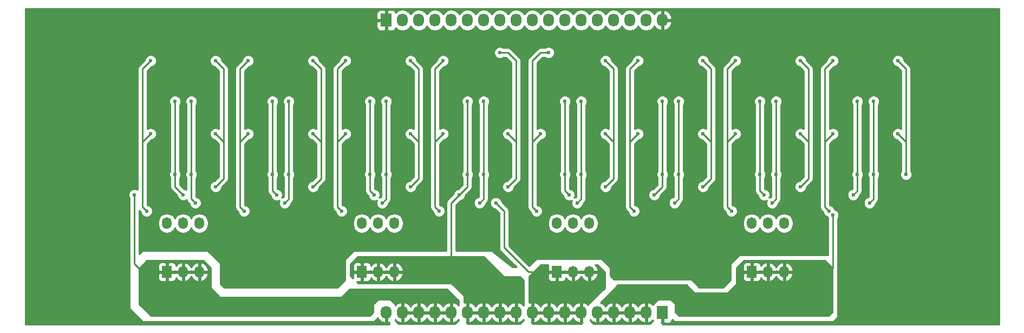
<source format=gbl>
G04 #@! TF.FileFunction,Copper,L2,Bot,Signal*
%FSLAX46Y46*%
G04 Gerber Fmt 4.6, Leading zero omitted, Abs format (unit mm)*
G04 Created by KiCad (PCBNEW 4.0.0-stable) date 3/18/2016 11:08:59 AM*
%MOMM*%
G01*
G04 APERTURE LIST*
%ADD10C,0.100000*%
%ADD11R,1.727200X2.032000*%
%ADD12O,1.727200X2.032000*%
%ADD13R,1.524000X1.824000*%
%ADD14O,1.524000X1.824000*%
%ADD15C,0.600000*%
%ADD16C,0.250000*%
%ADD17C,0.254000*%
G04 APERTURE END LIST*
D10*
D11*
X153670000Y-33020000D03*
D12*
X156210000Y-33020000D03*
X158750000Y-33020000D03*
X161290000Y-33020000D03*
X163830000Y-33020000D03*
X166370000Y-33020000D03*
X168910000Y-33020000D03*
X171450000Y-33020000D03*
X173990000Y-33020000D03*
X176530000Y-33020000D03*
X179070000Y-33020000D03*
X181610000Y-33020000D03*
X184150000Y-33020000D03*
X186690000Y-33020000D03*
X189230000Y-33020000D03*
X191770000Y-33020000D03*
X194310000Y-33020000D03*
X196850000Y-33020000D03*
D11*
X196850000Y-78740000D03*
D12*
X194310000Y-78740000D03*
X191770000Y-78740000D03*
X189230000Y-78740000D03*
X186690000Y-78740000D03*
X184150000Y-78740000D03*
X181610000Y-78740000D03*
X179070000Y-78740000D03*
X176530000Y-78740000D03*
X173990000Y-78740000D03*
X171450000Y-78740000D03*
X168910000Y-78740000D03*
X166370000Y-78740000D03*
X163830000Y-78740000D03*
X161290000Y-78740000D03*
X158750000Y-78740000D03*
X156210000Y-78740000D03*
X153670000Y-78740000D03*
D13*
X210820000Y-72390000D03*
D14*
X210820000Y-64770000D03*
X213360000Y-72390000D03*
X213360000Y-64770000D03*
X215900000Y-72390000D03*
X215900000Y-64770000D03*
D13*
X180340000Y-72390000D03*
D14*
X180340000Y-64770000D03*
X182880000Y-72390000D03*
X182880000Y-64770000D03*
X185420000Y-72390000D03*
X185420000Y-64770000D03*
D13*
X149860000Y-72390000D03*
D14*
X149860000Y-64770000D03*
X152400000Y-72390000D03*
X152400000Y-64770000D03*
X154940000Y-72390000D03*
X154940000Y-64770000D03*
D13*
X119380000Y-72390000D03*
D14*
X119380000Y-64770000D03*
X121920000Y-72390000D03*
X121920000Y-64770000D03*
X124460000Y-72390000D03*
X124460000Y-64770000D03*
D15*
X232410000Y-47625000D03*
X224790000Y-47625000D03*
X217170000Y-47625000D03*
X209550000Y-47625000D03*
X201930000Y-47625000D03*
X194310000Y-47625000D03*
X186690000Y-47625000D03*
X179070000Y-47625000D03*
X171450000Y-47625000D03*
X163830000Y-47625000D03*
X156210000Y-47625000D03*
X148590000Y-47625000D03*
X140970000Y-47625000D03*
X133350000Y-47625000D03*
X125730000Y-47625000D03*
X118110000Y-47625000D03*
X168275000Y-66675000D03*
X160655000Y-66675000D03*
X113665000Y-80010000D03*
X108585000Y-80010000D03*
X103505000Y-80010000D03*
X98425000Y-80010000D03*
X98425000Y-74930000D03*
X98425000Y-69215000D03*
X98425000Y-64135000D03*
X98425000Y-59055000D03*
X98425000Y-53340000D03*
X98425000Y-48260000D03*
X98425000Y-43180000D03*
X98425000Y-38100000D03*
X98425000Y-33020000D03*
X103505000Y-33020000D03*
X108585000Y-33020000D03*
X113665000Y-33020000D03*
X118745000Y-33020000D03*
X123825000Y-33020000D03*
X128905000Y-33020000D03*
X133985000Y-33020000D03*
X139065000Y-33020000D03*
X144145000Y-33020000D03*
X149225000Y-33020000D03*
X225425000Y-76835000D03*
X228600000Y-80010000D03*
X233680000Y-80010000D03*
X238760000Y-80010000D03*
X243840000Y-80010000D03*
X248920000Y-78740000D03*
X248920000Y-73660000D03*
X248920000Y-68580000D03*
X248920000Y-63500000D03*
X248920000Y-58420000D03*
X248920000Y-53340000D03*
X248920000Y-48260000D03*
X248920000Y-43180000D03*
X248920000Y-38100000D03*
X248920000Y-33020000D03*
X243840000Y-33020000D03*
X238760000Y-33020000D03*
X233680000Y-33020000D03*
X227965000Y-33020000D03*
X222885000Y-33020000D03*
X217805000Y-33020000D03*
X212725000Y-33020000D03*
X207645000Y-33020000D03*
X202565000Y-33020000D03*
X241935000Y-45720000D03*
X241935000Y-48895000D03*
X241935000Y-52070000D03*
X241935000Y-55245000D03*
X241935000Y-58420000D03*
X241935000Y-61595000D03*
X241935000Y-64770000D03*
X241935000Y-67945000D03*
X241935000Y-71120000D03*
X241935000Y-74295000D03*
X238760000Y-74295000D03*
X238760000Y-71120000D03*
X238760000Y-67945000D03*
X238760000Y-64770000D03*
X238760000Y-61595000D03*
X238760000Y-58420000D03*
X238760000Y-55245000D03*
X238760000Y-52070000D03*
X238760000Y-48895000D03*
X238760000Y-45720000D03*
X106680000Y-76835000D03*
X109855000Y-76835000D03*
X109855000Y-73660000D03*
X109855000Y-70485000D03*
X109855000Y-67310000D03*
X109855000Y-64135000D03*
X109855000Y-60960000D03*
X109855000Y-57785000D03*
X109855000Y-54610000D03*
X109855000Y-51435000D03*
X109855000Y-48260000D03*
X109855000Y-45085000D03*
X106680000Y-45085000D03*
X106680000Y-48260000D03*
X106680000Y-51435000D03*
X106680000Y-54610000D03*
X106680000Y-57785000D03*
X106680000Y-60960000D03*
X106680000Y-64135000D03*
X106680000Y-67310000D03*
X106680000Y-70485000D03*
X106680000Y-73660000D03*
X197485000Y-65405000D03*
X198755000Y-65405000D03*
X198755000Y-68580000D03*
X197485000Y-68580000D03*
X197485000Y-72390000D03*
X198755000Y-72390000D03*
X137795000Y-65405000D03*
X136525000Y-65405000D03*
X136525000Y-68580000D03*
X137795000Y-68580000D03*
X137795000Y-71755000D03*
X136525000Y-71755000D03*
X116205000Y-62865000D03*
X131445000Y-62865000D03*
X146685000Y-62865000D03*
X161925000Y-62865000D03*
X177165000Y-62865000D03*
X192405000Y-62865000D03*
X207645000Y-62865000D03*
X222885000Y-62865000D03*
X223520000Y-63500000D03*
X223520000Y-50800000D03*
X223520000Y-39370000D03*
X208280000Y-50800000D03*
X208280000Y-39370000D03*
X193040000Y-50800000D03*
X193040000Y-39370000D03*
X177800000Y-50800000D03*
X179070000Y-38100000D03*
X162560000Y-50800000D03*
X162560000Y-39370000D03*
X147320000Y-50800000D03*
X147320000Y-39370000D03*
X132080000Y-50800000D03*
X132080000Y-39370000D03*
X116840000Y-50800000D03*
X116840000Y-39370000D03*
X123825000Y-61595000D03*
X137795000Y-61595000D03*
X153035000Y-61595000D03*
X168275000Y-61595000D03*
X183515000Y-61595000D03*
X198755000Y-61595000D03*
X213995000Y-61595000D03*
X229235000Y-61595000D03*
X170815000Y-61595000D03*
X229870000Y-57150000D03*
X229870000Y-45720000D03*
X214630000Y-57150000D03*
X214630000Y-45720000D03*
X199390000Y-57150000D03*
X199390000Y-45720000D03*
X184150000Y-57150000D03*
X184150000Y-45720000D03*
X168910000Y-57150000D03*
X168910000Y-45720000D03*
X153670000Y-57150000D03*
X153670000Y-45720000D03*
X138430000Y-57150000D03*
X138430000Y-45720000D03*
X123190000Y-57150000D03*
X123190000Y-45720000D03*
X195580000Y-60325000D03*
X226695000Y-60325000D03*
X212725000Y-60325000D03*
X182245000Y-60325000D03*
X151765000Y-60325000D03*
X136525000Y-60325000D03*
X121920000Y-60325000D03*
X165100000Y-60325000D03*
X227330000Y-57150000D03*
X227330000Y-45720000D03*
X212090000Y-57150000D03*
X212090000Y-45720000D03*
X196850000Y-57150000D03*
X196850000Y-45720000D03*
X181610000Y-57150000D03*
X181610000Y-45720000D03*
X166370000Y-57150000D03*
X166370000Y-45720000D03*
X151130000Y-57150000D03*
X151130000Y-45720000D03*
X135890000Y-57150000D03*
X135890000Y-45720000D03*
X120650000Y-57150000D03*
X120650000Y-45720000D03*
X127000000Y-59055000D03*
X142240000Y-59055000D03*
X157480000Y-59055000D03*
X172720000Y-59055000D03*
X187960000Y-59055000D03*
X203200000Y-59055000D03*
X218440000Y-59055000D03*
X114300000Y-60325000D03*
X234950000Y-57150000D03*
X233680000Y-50800000D03*
X233680000Y-39370000D03*
X203200000Y-50800000D03*
X218440000Y-50800000D03*
X218440000Y-39370000D03*
X203200000Y-39370000D03*
X187960000Y-50800000D03*
X187960000Y-39370000D03*
X172720000Y-50800000D03*
X171450000Y-38100000D03*
X157480000Y-50800000D03*
X157480000Y-39370000D03*
X142240000Y-50800000D03*
X142240000Y-39370000D03*
X127000000Y-50800000D03*
X127000000Y-39370000D03*
D16*
X103505000Y-80010000D02*
X108585000Y-80010000D01*
X98425000Y-74930000D02*
X98425000Y-80010000D01*
X98425000Y-64135000D02*
X98425000Y-69215000D01*
X98425000Y-53340000D02*
X98425000Y-59055000D01*
X98425000Y-43180000D02*
X98425000Y-48260000D01*
X98425000Y-33020000D02*
X98425000Y-38100000D01*
X108585000Y-33020000D02*
X103505000Y-33020000D01*
X118745000Y-33020000D02*
X113665000Y-33020000D01*
X128905000Y-33020000D02*
X123825000Y-33020000D01*
X139065000Y-33020000D02*
X133985000Y-33020000D01*
X149225000Y-33020000D02*
X144145000Y-33020000D01*
X228600000Y-80010000D02*
X225425000Y-76835000D01*
X238760000Y-80010000D02*
X233680000Y-80010000D01*
X247650000Y-80010000D02*
X243840000Y-80010000D01*
X248920000Y-78740000D02*
X247650000Y-80010000D01*
X248920000Y-68580000D02*
X248920000Y-73660000D01*
X248920000Y-58420000D02*
X248920000Y-63500000D01*
X248920000Y-48260000D02*
X248920000Y-53340000D01*
X248920000Y-38100000D02*
X248920000Y-43180000D01*
X243840000Y-33020000D02*
X248920000Y-33020000D01*
X233680000Y-33020000D02*
X238760000Y-33020000D01*
X222885000Y-33020000D02*
X227965000Y-33020000D01*
X212725000Y-33020000D02*
X217805000Y-33020000D01*
X202565000Y-33020000D02*
X207645000Y-33020000D01*
X241935000Y-48895000D02*
X241935000Y-45720000D01*
X241935000Y-55245000D02*
X241935000Y-52070000D01*
X241935000Y-61595000D02*
X241935000Y-58420000D01*
X241935000Y-67945000D02*
X241935000Y-64770000D01*
X241935000Y-74295000D02*
X241935000Y-71120000D01*
X238760000Y-71120000D02*
X238760000Y-74295000D01*
X238760000Y-64770000D02*
X238760000Y-67945000D01*
X238760000Y-58420000D02*
X238760000Y-61595000D01*
X238760000Y-52070000D02*
X238760000Y-55245000D01*
X238760000Y-45720000D02*
X238760000Y-48895000D01*
X109855000Y-76835000D02*
X109855000Y-73660000D01*
X109855000Y-67310000D02*
X109855000Y-70485000D01*
X109855000Y-60960000D02*
X109855000Y-64135000D01*
X109855000Y-54610000D02*
X109855000Y-57785000D01*
X109855000Y-48260000D02*
X109855000Y-51435000D01*
X106680000Y-45085000D02*
X109855000Y-45085000D01*
X106680000Y-51435000D02*
X106680000Y-48260000D01*
X106680000Y-57785000D02*
X106680000Y-54610000D01*
X106680000Y-64135000D02*
X106680000Y-60960000D01*
X106680000Y-70485000D02*
X106680000Y-67310000D01*
X106680000Y-73660000D02*
X106680000Y-76835000D01*
X198755000Y-65405000D02*
X197485000Y-65405000D01*
X197485000Y-68580000D02*
X198755000Y-68580000D01*
X198755000Y-72390000D02*
X197485000Y-72390000D01*
X136525000Y-65405000D02*
X137795000Y-65405000D01*
X137795000Y-68580000D02*
X136525000Y-68580000D01*
X136525000Y-71755000D02*
X137795000Y-71755000D01*
X115570000Y-52070000D02*
X115570000Y-62230000D01*
X115570000Y-62230000D02*
X116205000Y-62865000D01*
X130810000Y-52070000D02*
X130810000Y-62230000D01*
X130810000Y-62230000D02*
X131445000Y-62865000D01*
X146050000Y-52070000D02*
X146050000Y-62230000D01*
X146050000Y-62230000D02*
X146685000Y-62865000D01*
X161290000Y-52070000D02*
X161290000Y-62230000D01*
X161290000Y-62230000D02*
X161925000Y-62865000D01*
X176530000Y-52070000D02*
X176530000Y-62230000D01*
X176530000Y-62230000D02*
X177165000Y-62865000D01*
X191770000Y-52070000D02*
X191770000Y-62230000D01*
X191770000Y-62230000D02*
X192405000Y-62865000D01*
X207010000Y-52070000D02*
X207010000Y-62230000D01*
X207010000Y-62230000D02*
X207645000Y-62865000D01*
X222250000Y-52070000D02*
X222250000Y-62230000D01*
X222250000Y-62230000D02*
X222885000Y-62865000D01*
X210820000Y-72390000D02*
X213360000Y-72390000D01*
X213360000Y-72390000D02*
X215900000Y-72390000D01*
X215900000Y-72390000D02*
X222885000Y-72390000D01*
X223520000Y-70485000D02*
X223520000Y-63500000D01*
X223520000Y-71755000D02*
X223520000Y-70485000D01*
X222885000Y-72390000D02*
X223520000Y-71755000D01*
X223520000Y-50800000D02*
X222250000Y-52070000D01*
X223520000Y-39370000D02*
X222250000Y-40640000D01*
X222250000Y-40640000D02*
X222250000Y-52070000D01*
X208280000Y-50800000D02*
X207010000Y-52070000D01*
X208280000Y-39370000D02*
X207010000Y-40640000D01*
X207010000Y-40640000D02*
X207010000Y-52070000D01*
X193040000Y-50800000D02*
X191770000Y-52070000D01*
X191770000Y-40640000D02*
X191770000Y-52070000D01*
X193040000Y-39370000D02*
X191770000Y-40640000D01*
X177800000Y-50800000D02*
X176530000Y-52070000D01*
X176530000Y-39370000D02*
X176530000Y-52070000D01*
X177800000Y-38100000D02*
X176530000Y-39370000D01*
X179070000Y-38100000D02*
X177800000Y-38100000D01*
X162560000Y-50800000D02*
X161290000Y-52070000D01*
X161290000Y-40640000D02*
X161290000Y-52070000D01*
X162560000Y-39370000D02*
X161290000Y-40640000D01*
X147320000Y-50800000D02*
X146050000Y-52070000D01*
X146050000Y-40640000D02*
X146050000Y-52070000D01*
X147320000Y-39370000D02*
X146050000Y-40640000D01*
X132080000Y-50800000D02*
X130810000Y-52070000D01*
X130810000Y-40640000D02*
X130810000Y-52070000D01*
X132080000Y-39370000D02*
X130810000Y-40640000D01*
X116840000Y-50800000D02*
X115570000Y-52070000D01*
X115570000Y-40640000D02*
X115570000Y-52070000D01*
X116840000Y-39370000D02*
X115570000Y-40640000D01*
X123190000Y-57150000D02*
X123190000Y-60960000D01*
X123190000Y-60960000D02*
X123825000Y-61595000D01*
X138430000Y-57150000D02*
X138430000Y-60960000D01*
X138430000Y-60960000D02*
X137795000Y-61595000D01*
X153670000Y-57150000D02*
X153670000Y-60960000D01*
X153670000Y-60960000D02*
X153035000Y-61595000D01*
X168910000Y-57150000D02*
X168910000Y-60960000D01*
X168910000Y-60960000D02*
X168275000Y-61595000D01*
X184150000Y-57150000D02*
X184150000Y-60960000D01*
X184150000Y-60960000D02*
X183515000Y-61595000D01*
X199390000Y-57150000D02*
X199390000Y-60960000D01*
X199390000Y-60960000D02*
X198755000Y-61595000D01*
X214630000Y-57150000D02*
X214630000Y-60960000D01*
X214630000Y-60960000D02*
X213995000Y-61595000D01*
X229870000Y-57150000D02*
X229870000Y-60960000D01*
X229870000Y-60960000D02*
X229235000Y-61595000D01*
X185420000Y-72390000D02*
X182880000Y-72390000D01*
X182880000Y-72390000D02*
X180340000Y-72390000D01*
X180340000Y-72390000D02*
X175895000Y-72390000D01*
X175895000Y-72390000D02*
X172085000Y-68580000D01*
X172085000Y-68580000D02*
X172085000Y-62865000D01*
X172085000Y-62865000D02*
X170815000Y-61595000D01*
X229870000Y-45720000D02*
X229870000Y-57150000D01*
X229870000Y-57150000D02*
X229870000Y-57150000D01*
X214630000Y-45720000D02*
X214630000Y-57150000D01*
X214630000Y-57150000D02*
X214630000Y-57150000D01*
X199390000Y-45720000D02*
X199390000Y-57150000D01*
X199390000Y-57150000D02*
X199390000Y-57150000D01*
X184150000Y-45720000D02*
X184150000Y-57150000D01*
X184150000Y-57150000D02*
X184150000Y-57150000D01*
X168910000Y-45720000D02*
X168910000Y-57150000D01*
X168910000Y-57150000D02*
X168910000Y-57150000D01*
X153670000Y-45720000D02*
X153670000Y-57150000D01*
X153670000Y-57150000D02*
X153670000Y-57150000D01*
X138430000Y-45720000D02*
X138430000Y-57150000D01*
X138430000Y-57150000D02*
X138430000Y-57150000D01*
X123190000Y-45720000D02*
X123190000Y-57150000D01*
X123190000Y-57150000D02*
X123190000Y-57150000D01*
X166370000Y-57150000D02*
X166370000Y-59055000D01*
X166370000Y-59055000D02*
X165100000Y-60325000D01*
X196850000Y-57150000D02*
X196850000Y-59055000D01*
X196850000Y-59055000D02*
X195580000Y-60325000D01*
X227330000Y-57150000D02*
X227330000Y-59690000D01*
X227330000Y-59690000D02*
X226695000Y-60325000D01*
X212090000Y-57150000D02*
X212090000Y-59690000D01*
X212090000Y-59690000D02*
X212725000Y-60325000D01*
X181610000Y-57150000D02*
X181610000Y-59690000D01*
X181610000Y-59690000D02*
X182245000Y-60325000D01*
X151130000Y-57150000D02*
X151130000Y-59690000D01*
X151130000Y-59690000D02*
X151765000Y-60325000D01*
X135890000Y-57150000D02*
X135890000Y-59690000D01*
X135890000Y-59690000D02*
X136525000Y-60325000D01*
X120650000Y-57150000D02*
X120650000Y-59055000D01*
X120650000Y-59055000D02*
X121920000Y-60325000D01*
X149860000Y-72390000D02*
X152400000Y-72390000D01*
X152400000Y-72390000D02*
X154940000Y-72390000D01*
X154940000Y-72390000D02*
X163195000Y-72390000D01*
X163195000Y-72390000D02*
X163830000Y-71755000D01*
X163830000Y-71755000D02*
X163830000Y-61595000D01*
X163830000Y-61595000D02*
X165100000Y-60325000D01*
X227330000Y-45720000D02*
X227330000Y-57150000D01*
X227330000Y-57150000D02*
X227330000Y-57150000D01*
X212090000Y-45720000D02*
X212090000Y-57150000D01*
X212090000Y-57150000D02*
X212090000Y-57150000D01*
X196850000Y-45720000D02*
X196850000Y-57150000D01*
X196850000Y-57150000D02*
X196850000Y-57150000D01*
X181610000Y-45720000D02*
X181610000Y-57150000D01*
X181610000Y-57150000D02*
X181610000Y-57150000D01*
X166370000Y-45720000D02*
X166370000Y-57150000D01*
X166370000Y-57150000D02*
X166370000Y-57150000D01*
X151130000Y-45720000D02*
X151130000Y-57150000D01*
X151130000Y-57150000D02*
X151130000Y-57150000D01*
X135890000Y-45720000D02*
X135890000Y-57150000D01*
X135890000Y-57150000D02*
X135890000Y-57150000D01*
X120650000Y-45720000D02*
X120650000Y-57150000D01*
X120650000Y-57150000D02*
X120650000Y-57150000D01*
X128270000Y-57150000D02*
X128270000Y-57785000D01*
X128270000Y-52070000D02*
X128270000Y-57150000D01*
X128270000Y-57785000D02*
X127000000Y-59055000D01*
X143510000Y-57150000D02*
X143510000Y-57785000D01*
X143510000Y-52070000D02*
X143510000Y-57150000D01*
X143510000Y-57785000D02*
X142240000Y-59055000D01*
X158750000Y-57150000D02*
X158750000Y-57785000D01*
X158750000Y-52070000D02*
X158750000Y-57150000D01*
X158750000Y-57785000D02*
X157480000Y-59055000D01*
X173990000Y-57150000D02*
X173990000Y-57785000D01*
X173990000Y-52070000D02*
X173990000Y-57150000D01*
X173990000Y-57785000D02*
X172720000Y-59055000D01*
X189230000Y-57150000D02*
X189230000Y-57785000D01*
X189230000Y-52070000D02*
X189230000Y-57150000D01*
X189230000Y-57785000D02*
X187960000Y-59055000D01*
X204470000Y-57150000D02*
X204470000Y-57785000D01*
X204470000Y-52070000D02*
X204470000Y-57150000D01*
X204470000Y-57785000D02*
X203200000Y-59055000D01*
X219710000Y-57150000D02*
X219710000Y-57785000D01*
X219710000Y-52070000D02*
X219710000Y-57150000D01*
X219710000Y-57785000D02*
X218440000Y-59055000D01*
X124460000Y-72390000D02*
X121920000Y-72390000D01*
X121920000Y-72390000D02*
X119380000Y-72390000D01*
X119380000Y-72390000D02*
X115570000Y-72390000D01*
X115570000Y-72390000D02*
X114300000Y-71120000D01*
X114300000Y-71120000D02*
X114300000Y-60325000D01*
X234950000Y-52070000D02*
X234950000Y-57150000D01*
X233680000Y-50800000D02*
X234950000Y-52070000D01*
X234950000Y-40640000D02*
X234950000Y-52070000D01*
X233680000Y-39370000D02*
X234950000Y-40640000D01*
X203200000Y-50800000D02*
X204470000Y-52070000D01*
X218440000Y-50800000D02*
X219710000Y-52070000D01*
X219710000Y-40640000D02*
X219710000Y-52070000D01*
X218440000Y-39370000D02*
X219710000Y-40640000D01*
X204470000Y-40640000D02*
X204470000Y-52070000D01*
X203200000Y-39370000D02*
X204470000Y-40640000D01*
X187960000Y-50800000D02*
X189230000Y-52070000D01*
X189230000Y-40640000D02*
X189230000Y-52070000D01*
X187960000Y-39370000D02*
X189230000Y-40640000D01*
X172720000Y-50800000D02*
X173990000Y-52070000D01*
X173990000Y-39370000D02*
X173990000Y-52070000D01*
X172720000Y-38100000D02*
X173990000Y-39370000D01*
X171450000Y-38100000D02*
X172720000Y-38100000D01*
X157480000Y-50800000D02*
X158750000Y-52070000D01*
X158750000Y-40640000D02*
X158750000Y-52070000D01*
X157480000Y-39370000D02*
X158750000Y-40640000D01*
X142240000Y-50800000D02*
X143510000Y-52070000D01*
X143510000Y-40640000D02*
X143510000Y-52070000D01*
X142240000Y-39370000D02*
X143510000Y-40640000D01*
X127000000Y-50800000D02*
X128270000Y-52070000D01*
X128270000Y-40640000D02*
X128270000Y-52070000D01*
X127000000Y-39370000D02*
X128270000Y-40640000D01*
D17*
G36*
X178943000Y-71351690D02*
X178943000Y-72104250D01*
X179101750Y-72263000D01*
X180213000Y-72263000D01*
X180213000Y-72243000D01*
X180467000Y-72243000D01*
X180467000Y-72263000D01*
X181578250Y-72263000D01*
X181615812Y-72225438D01*
X181640707Y-72263000D01*
X182753000Y-72263000D01*
X182753000Y-72243000D01*
X183007000Y-72243000D01*
X183007000Y-72263000D01*
X184119293Y-72263000D01*
X184150000Y-72216668D01*
X184180707Y-72263000D01*
X185293000Y-72263000D01*
X185293000Y-72243000D01*
X185547000Y-72243000D01*
X185547000Y-72263000D01*
X186659293Y-72263000D01*
X186804429Y-72044015D01*
X186624045Y-71529135D01*
X186371721Y-71247000D01*
X186637394Y-71247000D01*
X187833000Y-72442606D01*
X187833000Y-74877394D01*
X185179011Y-77531383D01*
X185052036Y-77389268D01*
X184524791Y-77135291D01*
X184509026Y-77132642D01*
X184277000Y-77253783D01*
X184277000Y-78613000D01*
X184297000Y-78613000D01*
X184297000Y-78867000D01*
X184277000Y-78867000D01*
X184277000Y-80226217D01*
X184350699Y-80264695D01*
X184097394Y-80518000D01*
X176582606Y-80518000D01*
X176329301Y-80264695D01*
X176403000Y-80226217D01*
X176403000Y-78867000D01*
X176657000Y-78867000D01*
X176657000Y-80226217D01*
X176889026Y-80347358D01*
X176904791Y-80344709D01*
X177432036Y-80090732D01*
X177800000Y-79678892D01*
X178167964Y-80090732D01*
X178695209Y-80344709D01*
X178710974Y-80347358D01*
X178943000Y-80226217D01*
X178943000Y-78867000D01*
X179197000Y-78867000D01*
X179197000Y-80226217D01*
X179429026Y-80347358D01*
X179444791Y-80344709D01*
X179972036Y-80090732D01*
X180340000Y-79678892D01*
X180707964Y-80090732D01*
X181235209Y-80344709D01*
X181250974Y-80347358D01*
X181483000Y-80226217D01*
X181483000Y-78867000D01*
X181737000Y-78867000D01*
X181737000Y-80226217D01*
X181969026Y-80347358D01*
X181984791Y-80344709D01*
X182512036Y-80090732D01*
X182880000Y-79678892D01*
X183247964Y-80090732D01*
X183775209Y-80344709D01*
X183790974Y-80347358D01*
X184023000Y-80226217D01*
X184023000Y-78867000D01*
X181737000Y-78867000D01*
X181483000Y-78867000D01*
X179197000Y-78867000D01*
X178943000Y-78867000D01*
X176657000Y-78867000D01*
X176403000Y-78867000D01*
X176383000Y-78867000D01*
X176383000Y-78613000D01*
X176403000Y-78613000D01*
X176403000Y-77253783D01*
X176657000Y-77253783D01*
X176657000Y-78613000D01*
X178943000Y-78613000D01*
X178943000Y-77253783D01*
X179197000Y-77253783D01*
X179197000Y-78613000D01*
X181483000Y-78613000D01*
X181483000Y-77253783D01*
X181737000Y-77253783D01*
X181737000Y-78613000D01*
X184023000Y-78613000D01*
X184023000Y-77253783D01*
X183790974Y-77132642D01*
X183775209Y-77135291D01*
X183247964Y-77389268D01*
X182880000Y-77801108D01*
X182512036Y-77389268D01*
X181984791Y-77135291D01*
X181969026Y-77132642D01*
X181737000Y-77253783D01*
X181483000Y-77253783D01*
X181250974Y-77132642D01*
X181235209Y-77135291D01*
X180707964Y-77389268D01*
X180340000Y-77801108D01*
X179972036Y-77389268D01*
X179444791Y-77135291D01*
X179429026Y-77132642D01*
X179197000Y-77253783D01*
X178943000Y-77253783D01*
X178710974Y-77132642D01*
X178695209Y-77135291D01*
X178167964Y-77389268D01*
X177800000Y-77801108D01*
X177432036Y-77389268D01*
X176904791Y-77135291D01*
X176889026Y-77132642D01*
X176657000Y-77253783D01*
X176403000Y-77253783D01*
X176170974Y-77132642D01*
X176155209Y-77135291D01*
X176022000Y-77199459D01*
X176022000Y-73077606D01*
X176423856Y-72675750D01*
X178943000Y-72675750D01*
X178943000Y-73428310D01*
X179039673Y-73661699D01*
X179218302Y-73840327D01*
X179451691Y-73937000D01*
X180054250Y-73937000D01*
X180213000Y-73778250D01*
X180213000Y-72517000D01*
X180467000Y-72517000D01*
X180467000Y-73778250D01*
X180625750Y-73937000D01*
X181228309Y-73937000D01*
X181461698Y-73840327D01*
X181640327Y-73661699D01*
X181737000Y-73428310D01*
X181737000Y-73319122D01*
X182039644Y-73657522D01*
X182531269Y-73894046D01*
X182536930Y-73894220D01*
X182753000Y-73771720D01*
X182753000Y-72517000D01*
X183007000Y-72517000D01*
X183007000Y-73771720D01*
X183223070Y-73894220D01*
X183228731Y-73894046D01*
X183720356Y-73657522D01*
X184084045Y-73250865D01*
X184150000Y-73062606D01*
X184215955Y-73250865D01*
X184579644Y-73657522D01*
X185071269Y-73894046D01*
X185076930Y-73894220D01*
X185293000Y-73771720D01*
X185293000Y-72517000D01*
X185547000Y-72517000D01*
X185547000Y-73771720D01*
X185763070Y-73894220D01*
X185768731Y-73894046D01*
X186260356Y-73657522D01*
X186624045Y-73250865D01*
X186804429Y-72735985D01*
X186659293Y-72517000D01*
X185547000Y-72517000D01*
X185293000Y-72517000D01*
X184180707Y-72517000D01*
X184150000Y-72563332D01*
X184119293Y-72517000D01*
X183007000Y-72517000D01*
X182753000Y-72517000D01*
X181640707Y-72517000D01*
X181615812Y-72554562D01*
X181578250Y-72517000D01*
X180467000Y-72517000D01*
X180213000Y-72517000D01*
X179101750Y-72517000D01*
X178943000Y-72675750D01*
X176423856Y-72675750D01*
X177852606Y-71247000D01*
X178986364Y-71247000D01*
X178943000Y-71351690D01*
X178943000Y-71351690D01*
G37*
X178943000Y-71351690D02*
X178943000Y-72104250D01*
X179101750Y-72263000D01*
X180213000Y-72263000D01*
X180213000Y-72243000D01*
X180467000Y-72243000D01*
X180467000Y-72263000D01*
X181578250Y-72263000D01*
X181615812Y-72225438D01*
X181640707Y-72263000D01*
X182753000Y-72263000D01*
X182753000Y-72243000D01*
X183007000Y-72243000D01*
X183007000Y-72263000D01*
X184119293Y-72263000D01*
X184150000Y-72216668D01*
X184180707Y-72263000D01*
X185293000Y-72263000D01*
X185293000Y-72243000D01*
X185547000Y-72243000D01*
X185547000Y-72263000D01*
X186659293Y-72263000D01*
X186804429Y-72044015D01*
X186624045Y-71529135D01*
X186371721Y-71247000D01*
X186637394Y-71247000D01*
X187833000Y-72442606D01*
X187833000Y-74877394D01*
X185179011Y-77531383D01*
X185052036Y-77389268D01*
X184524791Y-77135291D01*
X184509026Y-77132642D01*
X184277000Y-77253783D01*
X184277000Y-78613000D01*
X184297000Y-78613000D01*
X184297000Y-78867000D01*
X184277000Y-78867000D01*
X184277000Y-80226217D01*
X184350699Y-80264695D01*
X184097394Y-80518000D01*
X176582606Y-80518000D01*
X176329301Y-80264695D01*
X176403000Y-80226217D01*
X176403000Y-78867000D01*
X176657000Y-78867000D01*
X176657000Y-80226217D01*
X176889026Y-80347358D01*
X176904791Y-80344709D01*
X177432036Y-80090732D01*
X177800000Y-79678892D01*
X178167964Y-80090732D01*
X178695209Y-80344709D01*
X178710974Y-80347358D01*
X178943000Y-80226217D01*
X178943000Y-78867000D01*
X179197000Y-78867000D01*
X179197000Y-80226217D01*
X179429026Y-80347358D01*
X179444791Y-80344709D01*
X179972036Y-80090732D01*
X180340000Y-79678892D01*
X180707964Y-80090732D01*
X181235209Y-80344709D01*
X181250974Y-80347358D01*
X181483000Y-80226217D01*
X181483000Y-78867000D01*
X181737000Y-78867000D01*
X181737000Y-80226217D01*
X181969026Y-80347358D01*
X181984791Y-80344709D01*
X182512036Y-80090732D01*
X182880000Y-79678892D01*
X183247964Y-80090732D01*
X183775209Y-80344709D01*
X183790974Y-80347358D01*
X184023000Y-80226217D01*
X184023000Y-78867000D01*
X181737000Y-78867000D01*
X181483000Y-78867000D01*
X179197000Y-78867000D01*
X178943000Y-78867000D01*
X176657000Y-78867000D01*
X176403000Y-78867000D01*
X176383000Y-78867000D01*
X176383000Y-78613000D01*
X176403000Y-78613000D01*
X176403000Y-77253783D01*
X176657000Y-77253783D01*
X176657000Y-78613000D01*
X178943000Y-78613000D01*
X178943000Y-77253783D01*
X179197000Y-77253783D01*
X179197000Y-78613000D01*
X181483000Y-78613000D01*
X181483000Y-77253783D01*
X181737000Y-77253783D01*
X181737000Y-78613000D01*
X184023000Y-78613000D01*
X184023000Y-77253783D01*
X183790974Y-77132642D01*
X183775209Y-77135291D01*
X183247964Y-77389268D01*
X182880000Y-77801108D01*
X182512036Y-77389268D01*
X181984791Y-77135291D01*
X181969026Y-77132642D01*
X181737000Y-77253783D01*
X181483000Y-77253783D01*
X181250974Y-77132642D01*
X181235209Y-77135291D01*
X180707964Y-77389268D01*
X180340000Y-77801108D01*
X179972036Y-77389268D01*
X179444791Y-77135291D01*
X179429026Y-77132642D01*
X179197000Y-77253783D01*
X178943000Y-77253783D01*
X178710974Y-77132642D01*
X178695209Y-77135291D01*
X178167964Y-77389268D01*
X177800000Y-77801108D01*
X177432036Y-77389268D01*
X176904791Y-77135291D01*
X176889026Y-77132642D01*
X176657000Y-77253783D01*
X176403000Y-77253783D01*
X176170974Y-77132642D01*
X176155209Y-77135291D01*
X176022000Y-77199459D01*
X176022000Y-73077606D01*
X176423856Y-72675750D01*
X178943000Y-72675750D01*
X178943000Y-73428310D01*
X179039673Y-73661699D01*
X179218302Y-73840327D01*
X179451691Y-73937000D01*
X180054250Y-73937000D01*
X180213000Y-73778250D01*
X180213000Y-72517000D01*
X180467000Y-72517000D01*
X180467000Y-73778250D01*
X180625750Y-73937000D01*
X181228309Y-73937000D01*
X181461698Y-73840327D01*
X181640327Y-73661699D01*
X181737000Y-73428310D01*
X181737000Y-73319122D01*
X182039644Y-73657522D01*
X182531269Y-73894046D01*
X182536930Y-73894220D01*
X182753000Y-73771720D01*
X182753000Y-72517000D01*
X183007000Y-72517000D01*
X183007000Y-73771720D01*
X183223070Y-73894220D01*
X183228731Y-73894046D01*
X183720356Y-73657522D01*
X184084045Y-73250865D01*
X184150000Y-73062606D01*
X184215955Y-73250865D01*
X184579644Y-73657522D01*
X185071269Y-73894046D01*
X185076930Y-73894220D01*
X185293000Y-73771720D01*
X185293000Y-72517000D01*
X185547000Y-72517000D01*
X185547000Y-73771720D01*
X185763070Y-73894220D01*
X185768731Y-73894046D01*
X186260356Y-73657522D01*
X186624045Y-73250865D01*
X186804429Y-72735985D01*
X186659293Y-72517000D01*
X185547000Y-72517000D01*
X185293000Y-72517000D01*
X184180707Y-72517000D01*
X184150000Y-72563332D01*
X184119293Y-72517000D01*
X183007000Y-72517000D01*
X182753000Y-72517000D01*
X181640707Y-72517000D01*
X181615812Y-72554562D01*
X181578250Y-72517000D01*
X180467000Y-72517000D01*
X180213000Y-72517000D01*
X179101750Y-72517000D01*
X178943000Y-72675750D01*
X176423856Y-72675750D01*
X177852606Y-71247000D01*
X178986364Y-71247000D01*
X178943000Y-71351690D01*
G36*
X126238000Y-71807606D02*
X126238000Y-74930000D01*
X126248006Y-74979410D01*
X126275197Y-75019803D01*
X127545197Y-76289803D01*
X127587211Y-76317666D01*
X127635000Y-76327000D01*
X146685000Y-76327000D01*
X146734410Y-76316994D01*
X146774803Y-76289803D01*
X148007606Y-75057000D01*
X163142394Y-75057000D01*
X164973000Y-76887606D01*
X164973000Y-77658965D01*
X164732036Y-77389268D01*
X164204791Y-77135291D01*
X164189026Y-77132642D01*
X163957000Y-77253783D01*
X163957000Y-78613000D01*
X163977000Y-78613000D01*
X163977000Y-78867000D01*
X163957000Y-78867000D01*
X163957000Y-80226217D01*
X164189026Y-80347358D01*
X164204791Y-80344709D01*
X164732036Y-80090732D01*
X164973000Y-79821035D01*
X164973000Y-79957394D01*
X164412394Y-80518000D01*
X155627606Y-80518000D01*
X155067000Y-79957394D01*
X155067000Y-79821035D01*
X155307964Y-80090732D01*
X155835209Y-80344709D01*
X155850974Y-80347358D01*
X156083000Y-80226217D01*
X156083000Y-78867000D01*
X156337000Y-78867000D01*
X156337000Y-80226217D01*
X156569026Y-80347358D01*
X156584791Y-80344709D01*
X157112036Y-80090732D01*
X157480000Y-79678892D01*
X157847964Y-80090732D01*
X158375209Y-80344709D01*
X158390974Y-80347358D01*
X158623000Y-80226217D01*
X158623000Y-78867000D01*
X158877000Y-78867000D01*
X158877000Y-80226217D01*
X159109026Y-80347358D01*
X159124791Y-80344709D01*
X159652036Y-80090732D01*
X160020000Y-79678892D01*
X160387964Y-80090732D01*
X160915209Y-80344709D01*
X160930974Y-80347358D01*
X161163000Y-80226217D01*
X161163000Y-78867000D01*
X161417000Y-78867000D01*
X161417000Y-80226217D01*
X161649026Y-80347358D01*
X161664791Y-80344709D01*
X162192036Y-80090732D01*
X162560000Y-79678892D01*
X162927964Y-80090732D01*
X163455209Y-80344709D01*
X163470974Y-80347358D01*
X163703000Y-80226217D01*
X163703000Y-78867000D01*
X161417000Y-78867000D01*
X161163000Y-78867000D01*
X158877000Y-78867000D01*
X158623000Y-78867000D01*
X156337000Y-78867000D01*
X156083000Y-78867000D01*
X156063000Y-78867000D01*
X156063000Y-78613000D01*
X156083000Y-78613000D01*
X156083000Y-77253783D01*
X156337000Y-77253783D01*
X156337000Y-78613000D01*
X158623000Y-78613000D01*
X158623000Y-77253783D01*
X158877000Y-77253783D01*
X158877000Y-78613000D01*
X161163000Y-78613000D01*
X161163000Y-77253783D01*
X161417000Y-77253783D01*
X161417000Y-78613000D01*
X163703000Y-78613000D01*
X163703000Y-77253783D01*
X163470974Y-77132642D01*
X163455209Y-77135291D01*
X162927964Y-77389268D01*
X162560000Y-77801108D01*
X162192036Y-77389268D01*
X161664791Y-77135291D01*
X161649026Y-77132642D01*
X161417000Y-77253783D01*
X161163000Y-77253783D01*
X160930974Y-77132642D01*
X160915209Y-77135291D01*
X160387964Y-77389268D01*
X160020000Y-77801108D01*
X159652036Y-77389268D01*
X159124791Y-77135291D01*
X159109026Y-77132642D01*
X158877000Y-77253783D01*
X158623000Y-77253783D01*
X158390974Y-77132642D01*
X158375209Y-77135291D01*
X157847964Y-77389268D01*
X157480000Y-77801108D01*
X157112036Y-77389268D01*
X156584791Y-77135291D01*
X156569026Y-77132642D01*
X156337000Y-77253783D01*
X156083000Y-77253783D01*
X155850974Y-77132642D01*
X155835209Y-77135291D01*
X155307964Y-77389268D01*
X155067000Y-77658965D01*
X155067000Y-77470000D01*
X155056994Y-77420590D01*
X155029803Y-77380197D01*
X154394803Y-76745197D01*
X154352789Y-76717334D01*
X154305000Y-76708000D01*
X152400000Y-76708000D01*
X152350590Y-76718006D01*
X152310197Y-76745197D01*
X151675197Y-77380197D01*
X151647334Y-77422211D01*
X151638000Y-77470000D01*
X151638000Y-78687394D01*
X151077394Y-79248000D01*
X116892606Y-79248000D01*
X115062000Y-77417394D01*
X115062000Y-72675750D01*
X117983000Y-72675750D01*
X117983000Y-73428310D01*
X118079673Y-73661699D01*
X118258302Y-73840327D01*
X118491691Y-73937000D01*
X119094250Y-73937000D01*
X119253000Y-73778250D01*
X119253000Y-72517000D01*
X119507000Y-72517000D01*
X119507000Y-73778250D01*
X119665750Y-73937000D01*
X120268309Y-73937000D01*
X120501698Y-73840327D01*
X120680327Y-73661699D01*
X120777000Y-73428310D01*
X120777000Y-73319122D01*
X121079644Y-73657522D01*
X121571269Y-73894046D01*
X121576930Y-73894220D01*
X121793000Y-73771720D01*
X121793000Y-72517000D01*
X122047000Y-72517000D01*
X122047000Y-73771720D01*
X122263070Y-73894220D01*
X122268731Y-73894046D01*
X122760356Y-73657522D01*
X123124045Y-73250865D01*
X123190000Y-73062606D01*
X123255955Y-73250865D01*
X123619644Y-73657522D01*
X124111269Y-73894046D01*
X124116930Y-73894220D01*
X124333000Y-73771720D01*
X124333000Y-72517000D01*
X124587000Y-72517000D01*
X124587000Y-73771720D01*
X124803070Y-73894220D01*
X124808731Y-73894046D01*
X125300356Y-73657522D01*
X125664045Y-73250865D01*
X125844429Y-72735985D01*
X125699293Y-72517000D01*
X124587000Y-72517000D01*
X124333000Y-72517000D01*
X123220707Y-72517000D01*
X123190000Y-72563332D01*
X123159293Y-72517000D01*
X122047000Y-72517000D01*
X121793000Y-72517000D01*
X120680707Y-72517000D01*
X120655812Y-72554562D01*
X120618250Y-72517000D01*
X119507000Y-72517000D01*
X119253000Y-72517000D01*
X118141750Y-72517000D01*
X117983000Y-72675750D01*
X115062000Y-72675750D01*
X115062000Y-71807606D01*
X115517916Y-71351690D01*
X117983000Y-71351690D01*
X117983000Y-72104250D01*
X118141750Y-72263000D01*
X119253000Y-72263000D01*
X119253000Y-71001750D01*
X119507000Y-71001750D01*
X119507000Y-72263000D01*
X120618250Y-72263000D01*
X120655812Y-72225438D01*
X120680707Y-72263000D01*
X121793000Y-72263000D01*
X121793000Y-71008280D01*
X122047000Y-71008280D01*
X122047000Y-72263000D01*
X123159293Y-72263000D01*
X123190000Y-72216668D01*
X123220707Y-72263000D01*
X124333000Y-72263000D01*
X124333000Y-71008280D01*
X124587000Y-71008280D01*
X124587000Y-72263000D01*
X125699293Y-72263000D01*
X125844429Y-72044015D01*
X125664045Y-71529135D01*
X125300356Y-71122478D01*
X124808731Y-70885954D01*
X124803070Y-70885780D01*
X124587000Y-71008280D01*
X124333000Y-71008280D01*
X124116930Y-70885780D01*
X124111269Y-70885954D01*
X123619644Y-71122478D01*
X123255955Y-71529135D01*
X123190000Y-71717394D01*
X123124045Y-71529135D01*
X122760356Y-71122478D01*
X122268731Y-70885954D01*
X122263070Y-70885780D01*
X122047000Y-71008280D01*
X121793000Y-71008280D01*
X121576930Y-70885780D01*
X121571269Y-70885954D01*
X121079644Y-71122478D01*
X120777000Y-71460878D01*
X120777000Y-71351690D01*
X120680327Y-71118301D01*
X120501698Y-70939673D01*
X120268309Y-70843000D01*
X119665750Y-70843000D01*
X119507000Y-71001750D01*
X119253000Y-71001750D01*
X119094250Y-70843000D01*
X118491691Y-70843000D01*
X118258302Y-70939673D01*
X118079673Y-71118301D01*
X117983000Y-71351690D01*
X115517916Y-71351690D01*
X116257606Y-70612000D01*
X125042394Y-70612000D01*
X126238000Y-71807606D01*
X126238000Y-71807606D01*
G37*
X126238000Y-71807606D02*
X126238000Y-74930000D01*
X126248006Y-74979410D01*
X126275197Y-75019803D01*
X127545197Y-76289803D01*
X127587211Y-76317666D01*
X127635000Y-76327000D01*
X146685000Y-76327000D01*
X146734410Y-76316994D01*
X146774803Y-76289803D01*
X148007606Y-75057000D01*
X163142394Y-75057000D01*
X164973000Y-76887606D01*
X164973000Y-77658965D01*
X164732036Y-77389268D01*
X164204791Y-77135291D01*
X164189026Y-77132642D01*
X163957000Y-77253783D01*
X163957000Y-78613000D01*
X163977000Y-78613000D01*
X163977000Y-78867000D01*
X163957000Y-78867000D01*
X163957000Y-80226217D01*
X164189026Y-80347358D01*
X164204791Y-80344709D01*
X164732036Y-80090732D01*
X164973000Y-79821035D01*
X164973000Y-79957394D01*
X164412394Y-80518000D01*
X155627606Y-80518000D01*
X155067000Y-79957394D01*
X155067000Y-79821035D01*
X155307964Y-80090732D01*
X155835209Y-80344709D01*
X155850974Y-80347358D01*
X156083000Y-80226217D01*
X156083000Y-78867000D01*
X156337000Y-78867000D01*
X156337000Y-80226217D01*
X156569026Y-80347358D01*
X156584791Y-80344709D01*
X157112036Y-80090732D01*
X157480000Y-79678892D01*
X157847964Y-80090732D01*
X158375209Y-80344709D01*
X158390974Y-80347358D01*
X158623000Y-80226217D01*
X158623000Y-78867000D01*
X158877000Y-78867000D01*
X158877000Y-80226217D01*
X159109026Y-80347358D01*
X159124791Y-80344709D01*
X159652036Y-80090732D01*
X160020000Y-79678892D01*
X160387964Y-80090732D01*
X160915209Y-80344709D01*
X160930974Y-80347358D01*
X161163000Y-80226217D01*
X161163000Y-78867000D01*
X161417000Y-78867000D01*
X161417000Y-80226217D01*
X161649026Y-80347358D01*
X161664791Y-80344709D01*
X162192036Y-80090732D01*
X162560000Y-79678892D01*
X162927964Y-80090732D01*
X163455209Y-80344709D01*
X163470974Y-80347358D01*
X163703000Y-80226217D01*
X163703000Y-78867000D01*
X161417000Y-78867000D01*
X161163000Y-78867000D01*
X158877000Y-78867000D01*
X158623000Y-78867000D01*
X156337000Y-78867000D01*
X156083000Y-78867000D01*
X156063000Y-78867000D01*
X156063000Y-78613000D01*
X156083000Y-78613000D01*
X156083000Y-77253783D01*
X156337000Y-77253783D01*
X156337000Y-78613000D01*
X158623000Y-78613000D01*
X158623000Y-77253783D01*
X158877000Y-77253783D01*
X158877000Y-78613000D01*
X161163000Y-78613000D01*
X161163000Y-77253783D01*
X161417000Y-77253783D01*
X161417000Y-78613000D01*
X163703000Y-78613000D01*
X163703000Y-77253783D01*
X163470974Y-77132642D01*
X163455209Y-77135291D01*
X162927964Y-77389268D01*
X162560000Y-77801108D01*
X162192036Y-77389268D01*
X161664791Y-77135291D01*
X161649026Y-77132642D01*
X161417000Y-77253783D01*
X161163000Y-77253783D01*
X160930974Y-77132642D01*
X160915209Y-77135291D01*
X160387964Y-77389268D01*
X160020000Y-77801108D01*
X159652036Y-77389268D01*
X159124791Y-77135291D01*
X159109026Y-77132642D01*
X158877000Y-77253783D01*
X158623000Y-77253783D01*
X158390974Y-77132642D01*
X158375209Y-77135291D01*
X157847964Y-77389268D01*
X157480000Y-77801108D01*
X157112036Y-77389268D01*
X156584791Y-77135291D01*
X156569026Y-77132642D01*
X156337000Y-77253783D01*
X156083000Y-77253783D01*
X155850974Y-77132642D01*
X155835209Y-77135291D01*
X155307964Y-77389268D01*
X155067000Y-77658965D01*
X155067000Y-77470000D01*
X155056994Y-77420590D01*
X155029803Y-77380197D01*
X154394803Y-76745197D01*
X154352789Y-76717334D01*
X154305000Y-76708000D01*
X152400000Y-76708000D01*
X152350590Y-76718006D01*
X152310197Y-76745197D01*
X151675197Y-77380197D01*
X151647334Y-77422211D01*
X151638000Y-77470000D01*
X151638000Y-78687394D01*
X151077394Y-79248000D01*
X116892606Y-79248000D01*
X115062000Y-77417394D01*
X115062000Y-72675750D01*
X117983000Y-72675750D01*
X117983000Y-73428310D01*
X118079673Y-73661699D01*
X118258302Y-73840327D01*
X118491691Y-73937000D01*
X119094250Y-73937000D01*
X119253000Y-73778250D01*
X119253000Y-72517000D01*
X119507000Y-72517000D01*
X119507000Y-73778250D01*
X119665750Y-73937000D01*
X120268309Y-73937000D01*
X120501698Y-73840327D01*
X120680327Y-73661699D01*
X120777000Y-73428310D01*
X120777000Y-73319122D01*
X121079644Y-73657522D01*
X121571269Y-73894046D01*
X121576930Y-73894220D01*
X121793000Y-73771720D01*
X121793000Y-72517000D01*
X122047000Y-72517000D01*
X122047000Y-73771720D01*
X122263070Y-73894220D01*
X122268731Y-73894046D01*
X122760356Y-73657522D01*
X123124045Y-73250865D01*
X123190000Y-73062606D01*
X123255955Y-73250865D01*
X123619644Y-73657522D01*
X124111269Y-73894046D01*
X124116930Y-73894220D01*
X124333000Y-73771720D01*
X124333000Y-72517000D01*
X124587000Y-72517000D01*
X124587000Y-73771720D01*
X124803070Y-73894220D01*
X124808731Y-73894046D01*
X125300356Y-73657522D01*
X125664045Y-73250865D01*
X125844429Y-72735985D01*
X125699293Y-72517000D01*
X124587000Y-72517000D01*
X124333000Y-72517000D01*
X123220707Y-72517000D01*
X123190000Y-72563332D01*
X123159293Y-72517000D01*
X122047000Y-72517000D01*
X121793000Y-72517000D01*
X120680707Y-72517000D01*
X120655812Y-72554562D01*
X120618250Y-72517000D01*
X119507000Y-72517000D01*
X119253000Y-72517000D01*
X118141750Y-72517000D01*
X117983000Y-72675750D01*
X115062000Y-72675750D01*
X115062000Y-71807606D01*
X115517916Y-71351690D01*
X117983000Y-71351690D01*
X117983000Y-72104250D01*
X118141750Y-72263000D01*
X119253000Y-72263000D01*
X119253000Y-71001750D01*
X119507000Y-71001750D01*
X119507000Y-72263000D01*
X120618250Y-72263000D01*
X120655812Y-72225438D01*
X120680707Y-72263000D01*
X121793000Y-72263000D01*
X121793000Y-71008280D01*
X122047000Y-71008280D01*
X122047000Y-72263000D01*
X123159293Y-72263000D01*
X123190000Y-72216668D01*
X123220707Y-72263000D01*
X124333000Y-72263000D01*
X124333000Y-71008280D01*
X124587000Y-71008280D01*
X124587000Y-72263000D01*
X125699293Y-72263000D01*
X125844429Y-72044015D01*
X125664045Y-71529135D01*
X125300356Y-71122478D01*
X124808731Y-70885954D01*
X124803070Y-70885780D01*
X124587000Y-71008280D01*
X124333000Y-71008280D01*
X124116930Y-70885780D01*
X124111269Y-70885954D01*
X123619644Y-71122478D01*
X123255955Y-71529135D01*
X123190000Y-71717394D01*
X123124045Y-71529135D01*
X122760356Y-71122478D01*
X122268731Y-70885954D01*
X122263070Y-70885780D01*
X122047000Y-71008280D01*
X121793000Y-71008280D01*
X121576930Y-70885780D01*
X121571269Y-70885954D01*
X121079644Y-71122478D01*
X120777000Y-71460878D01*
X120777000Y-71351690D01*
X120680327Y-71118301D01*
X120501698Y-70939673D01*
X120268309Y-70843000D01*
X119665750Y-70843000D01*
X119507000Y-71001750D01*
X119253000Y-71001750D01*
X119094250Y-70843000D01*
X118491691Y-70843000D01*
X118258302Y-70939673D01*
X118079673Y-71118301D01*
X117983000Y-71351690D01*
X115517916Y-71351690D01*
X116257606Y-70612000D01*
X125042394Y-70612000D01*
X126238000Y-71807606D01*
G36*
X171995197Y-73114803D02*
X172037211Y-73142666D01*
X172085000Y-73152000D01*
X174572394Y-73152000D01*
X175133000Y-73712606D01*
X175133000Y-77658965D01*
X174892036Y-77389268D01*
X174364791Y-77135291D01*
X174349026Y-77132642D01*
X174117000Y-77253783D01*
X174117000Y-78613000D01*
X174137000Y-78613000D01*
X174137000Y-78867000D01*
X174117000Y-78867000D01*
X174117000Y-80226217D01*
X174349026Y-80347358D01*
X174364791Y-80344709D01*
X174892036Y-80090732D01*
X175133000Y-79821035D01*
X175133000Y-79957394D01*
X174572394Y-80518000D01*
X166422606Y-80518000D01*
X166169301Y-80264695D01*
X166243000Y-80226217D01*
X166243000Y-78867000D01*
X166497000Y-78867000D01*
X166497000Y-80226217D01*
X166729026Y-80347358D01*
X166744791Y-80344709D01*
X167272036Y-80090732D01*
X167640000Y-79678892D01*
X168007964Y-80090732D01*
X168535209Y-80344709D01*
X168550974Y-80347358D01*
X168783000Y-80226217D01*
X168783000Y-78867000D01*
X169037000Y-78867000D01*
X169037000Y-80226217D01*
X169269026Y-80347358D01*
X169284791Y-80344709D01*
X169812036Y-80090732D01*
X170180000Y-79678892D01*
X170547964Y-80090732D01*
X171075209Y-80344709D01*
X171090974Y-80347358D01*
X171323000Y-80226217D01*
X171323000Y-78867000D01*
X171577000Y-78867000D01*
X171577000Y-80226217D01*
X171809026Y-80347358D01*
X171824791Y-80344709D01*
X172352036Y-80090732D01*
X172720000Y-79678892D01*
X173087964Y-80090732D01*
X173615209Y-80344709D01*
X173630974Y-80347358D01*
X173863000Y-80226217D01*
X173863000Y-78867000D01*
X171577000Y-78867000D01*
X171323000Y-78867000D01*
X169037000Y-78867000D01*
X168783000Y-78867000D01*
X166497000Y-78867000D01*
X166243000Y-78867000D01*
X166223000Y-78867000D01*
X166223000Y-78613000D01*
X166243000Y-78613000D01*
X166243000Y-77253783D01*
X166497000Y-77253783D01*
X166497000Y-78613000D01*
X168783000Y-78613000D01*
X168783000Y-77253783D01*
X169037000Y-77253783D01*
X169037000Y-78613000D01*
X171323000Y-78613000D01*
X171323000Y-77253783D01*
X171577000Y-77253783D01*
X171577000Y-78613000D01*
X173863000Y-78613000D01*
X173863000Y-77253783D01*
X173630974Y-77132642D01*
X173615209Y-77135291D01*
X173087964Y-77389268D01*
X172720000Y-77801108D01*
X172352036Y-77389268D01*
X171824791Y-77135291D01*
X171809026Y-77132642D01*
X171577000Y-77253783D01*
X171323000Y-77253783D01*
X171090974Y-77132642D01*
X171075209Y-77135291D01*
X170547964Y-77389268D01*
X170180000Y-77801108D01*
X169812036Y-77389268D01*
X169284791Y-77135291D01*
X169269026Y-77132642D01*
X169037000Y-77253783D01*
X168783000Y-77253783D01*
X168550974Y-77132642D01*
X168535209Y-77135291D01*
X168007964Y-77389268D01*
X167640000Y-77801108D01*
X167272036Y-77389268D01*
X166744791Y-77135291D01*
X166729026Y-77132642D01*
X166497000Y-77253783D01*
X166243000Y-77253783D01*
X166010974Y-77132642D01*
X165995209Y-77135291D01*
X165862000Y-77199459D01*
X165862000Y-76200000D01*
X165851994Y-76150590D01*
X165824803Y-76110197D01*
X163919803Y-74205197D01*
X163877789Y-74177334D01*
X163830000Y-74168000D01*
X149277606Y-74168000D01*
X149046606Y-73937000D01*
X149574250Y-73937000D01*
X149733000Y-73778250D01*
X149733000Y-72517000D01*
X149987000Y-72517000D01*
X149987000Y-73778250D01*
X150145750Y-73937000D01*
X150748309Y-73937000D01*
X150981698Y-73840327D01*
X151160327Y-73661699D01*
X151257000Y-73428310D01*
X151257000Y-73319122D01*
X151559644Y-73657522D01*
X152051269Y-73894046D01*
X152056930Y-73894220D01*
X152273000Y-73771720D01*
X152273000Y-72517000D01*
X152527000Y-72517000D01*
X152527000Y-73771720D01*
X152743070Y-73894220D01*
X152748731Y-73894046D01*
X153240356Y-73657522D01*
X153604045Y-73250865D01*
X153670000Y-73062606D01*
X153735955Y-73250865D01*
X154099644Y-73657522D01*
X154591269Y-73894046D01*
X154596930Y-73894220D01*
X154813000Y-73771720D01*
X154813000Y-72517000D01*
X155067000Y-72517000D01*
X155067000Y-73771720D01*
X155283070Y-73894220D01*
X155288731Y-73894046D01*
X155780356Y-73657522D01*
X156144045Y-73250865D01*
X156324429Y-72735985D01*
X156179293Y-72517000D01*
X155067000Y-72517000D01*
X154813000Y-72517000D01*
X153700707Y-72517000D01*
X153670000Y-72563332D01*
X153639293Y-72517000D01*
X152527000Y-72517000D01*
X152273000Y-72517000D01*
X151160707Y-72517000D01*
X151135812Y-72554562D01*
X151098250Y-72517000D01*
X149987000Y-72517000D01*
X149733000Y-72517000D01*
X148621750Y-72517000D01*
X148463000Y-72675750D01*
X148463000Y-73353394D01*
X148082000Y-72972394D01*
X148082000Y-71351690D01*
X148463000Y-71351690D01*
X148463000Y-72104250D01*
X148621750Y-72263000D01*
X149733000Y-72263000D01*
X149733000Y-71001750D01*
X149987000Y-71001750D01*
X149987000Y-72263000D01*
X151098250Y-72263000D01*
X151135812Y-72225438D01*
X151160707Y-72263000D01*
X152273000Y-72263000D01*
X152273000Y-71008280D01*
X152527000Y-71008280D01*
X152527000Y-72263000D01*
X153639293Y-72263000D01*
X153670000Y-72216668D01*
X153700707Y-72263000D01*
X154813000Y-72263000D01*
X154813000Y-71008280D01*
X155067000Y-71008280D01*
X155067000Y-72263000D01*
X156179293Y-72263000D01*
X156324429Y-72044015D01*
X156144045Y-71529135D01*
X155780356Y-71122478D01*
X155288731Y-70885954D01*
X155283070Y-70885780D01*
X155067000Y-71008280D01*
X154813000Y-71008280D01*
X154596930Y-70885780D01*
X154591269Y-70885954D01*
X154099644Y-71122478D01*
X153735955Y-71529135D01*
X153670000Y-71717394D01*
X153604045Y-71529135D01*
X153240356Y-71122478D01*
X152748731Y-70885954D01*
X152743070Y-70885780D01*
X152527000Y-71008280D01*
X152273000Y-71008280D01*
X152056930Y-70885780D01*
X152051269Y-70885954D01*
X151559644Y-71122478D01*
X151257000Y-71460878D01*
X151257000Y-71351690D01*
X151160327Y-71118301D01*
X150981698Y-70939673D01*
X150748309Y-70843000D01*
X150145750Y-70843000D01*
X149987000Y-71001750D01*
X149733000Y-71001750D01*
X149574250Y-70843000D01*
X148971691Y-70843000D01*
X148738302Y-70939673D01*
X148559673Y-71118301D01*
X148463000Y-71351690D01*
X148082000Y-71351690D01*
X148082000Y-71172606D01*
X149277606Y-69977000D01*
X168857394Y-69977000D01*
X171995197Y-73114803D01*
X171995197Y-73114803D01*
G37*
X171995197Y-73114803D02*
X172037211Y-73142666D01*
X172085000Y-73152000D01*
X174572394Y-73152000D01*
X175133000Y-73712606D01*
X175133000Y-77658965D01*
X174892036Y-77389268D01*
X174364791Y-77135291D01*
X174349026Y-77132642D01*
X174117000Y-77253783D01*
X174117000Y-78613000D01*
X174137000Y-78613000D01*
X174137000Y-78867000D01*
X174117000Y-78867000D01*
X174117000Y-80226217D01*
X174349026Y-80347358D01*
X174364791Y-80344709D01*
X174892036Y-80090732D01*
X175133000Y-79821035D01*
X175133000Y-79957394D01*
X174572394Y-80518000D01*
X166422606Y-80518000D01*
X166169301Y-80264695D01*
X166243000Y-80226217D01*
X166243000Y-78867000D01*
X166497000Y-78867000D01*
X166497000Y-80226217D01*
X166729026Y-80347358D01*
X166744791Y-80344709D01*
X167272036Y-80090732D01*
X167640000Y-79678892D01*
X168007964Y-80090732D01*
X168535209Y-80344709D01*
X168550974Y-80347358D01*
X168783000Y-80226217D01*
X168783000Y-78867000D01*
X169037000Y-78867000D01*
X169037000Y-80226217D01*
X169269026Y-80347358D01*
X169284791Y-80344709D01*
X169812036Y-80090732D01*
X170180000Y-79678892D01*
X170547964Y-80090732D01*
X171075209Y-80344709D01*
X171090974Y-80347358D01*
X171323000Y-80226217D01*
X171323000Y-78867000D01*
X171577000Y-78867000D01*
X171577000Y-80226217D01*
X171809026Y-80347358D01*
X171824791Y-80344709D01*
X172352036Y-80090732D01*
X172720000Y-79678892D01*
X173087964Y-80090732D01*
X173615209Y-80344709D01*
X173630974Y-80347358D01*
X173863000Y-80226217D01*
X173863000Y-78867000D01*
X171577000Y-78867000D01*
X171323000Y-78867000D01*
X169037000Y-78867000D01*
X168783000Y-78867000D01*
X166497000Y-78867000D01*
X166243000Y-78867000D01*
X166223000Y-78867000D01*
X166223000Y-78613000D01*
X166243000Y-78613000D01*
X166243000Y-77253783D01*
X166497000Y-77253783D01*
X166497000Y-78613000D01*
X168783000Y-78613000D01*
X168783000Y-77253783D01*
X169037000Y-77253783D01*
X169037000Y-78613000D01*
X171323000Y-78613000D01*
X171323000Y-77253783D01*
X171577000Y-77253783D01*
X171577000Y-78613000D01*
X173863000Y-78613000D01*
X173863000Y-77253783D01*
X173630974Y-77132642D01*
X173615209Y-77135291D01*
X173087964Y-77389268D01*
X172720000Y-77801108D01*
X172352036Y-77389268D01*
X171824791Y-77135291D01*
X171809026Y-77132642D01*
X171577000Y-77253783D01*
X171323000Y-77253783D01*
X171090974Y-77132642D01*
X171075209Y-77135291D01*
X170547964Y-77389268D01*
X170180000Y-77801108D01*
X169812036Y-77389268D01*
X169284791Y-77135291D01*
X169269026Y-77132642D01*
X169037000Y-77253783D01*
X168783000Y-77253783D01*
X168550974Y-77132642D01*
X168535209Y-77135291D01*
X168007964Y-77389268D01*
X167640000Y-77801108D01*
X167272036Y-77389268D01*
X166744791Y-77135291D01*
X166729026Y-77132642D01*
X166497000Y-77253783D01*
X166243000Y-77253783D01*
X166010974Y-77132642D01*
X165995209Y-77135291D01*
X165862000Y-77199459D01*
X165862000Y-76200000D01*
X165851994Y-76150590D01*
X165824803Y-76110197D01*
X163919803Y-74205197D01*
X163877789Y-74177334D01*
X163830000Y-74168000D01*
X149277606Y-74168000D01*
X149046606Y-73937000D01*
X149574250Y-73937000D01*
X149733000Y-73778250D01*
X149733000Y-72517000D01*
X149987000Y-72517000D01*
X149987000Y-73778250D01*
X150145750Y-73937000D01*
X150748309Y-73937000D01*
X150981698Y-73840327D01*
X151160327Y-73661699D01*
X151257000Y-73428310D01*
X151257000Y-73319122D01*
X151559644Y-73657522D01*
X152051269Y-73894046D01*
X152056930Y-73894220D01*
X152273000Y-73771720D01*
X152273000Y-72517000D01*
X152527000Y-72517000D01*
X152527000Y-73771720D01*
X152743070Y-73894220D01*
X152748731Y-73894046D01*
X153240356Y-73657522D01*
X153604045Y-73250865D01*
X153670000Y-73062606D01*
X153735955Y-73250865D01*
X154099644Y-73657522D01*
X154591269Y-73894046D01*
X154596930Y-73894220D01*
X154813000Y-73771720D01*
X154813000Y-72517000D01*
X155067000Y-72517000D01*
X155067000Y-73771720D01*
X155283070Y-73894220D01*
X155288731Y-73894046D01*
X155780356Y-73657522D01*
X156144045Y-73250865D01*
X156324429Y-72735985D01*
X156179293Y-72517000D01*
X155067000Y-72517000D01*
X154813000Y-72517000D01*
X153700707Y-72517000D01*
X153670000Y-72563332D01*
X153639293Y-72517000D01*
X152527000Y-72517000D01*
X152273000Y-72517000D01*
X151160707Y-72517000D01*
X151135812Y-72554562D01*
X151098250Y-72517000D01*
X149987000Y-72517000D01*
X149733000Y-72517000D01*
X148621750Y-72517000D01*
X148463000Y-72675750D01*
X148463000Y-73353394D01*
X148082000Y-72972394D01*
X148082000Y-71351690D01*
X148463000Y-71351690D01*
X148463000Y-72104250D01*
X148621750Y-72263000D01*
X149733000Y-72263000D01*
X149733000Y-71001750D01*
X149987000Y-71001750D01*
X149987000Y-72263000D01*
X151098250Y-72263000D01*
X151135812Y-72225438D01*
X151160707Y-72263000D01*
X152273000Y-72263000D01*
X152273000Y-71008280D01*
X152527000Y-71008280D01*
X152527000Y-72263000D01*
X153639293Y-72263000D01*
X153670000Y-72216668D01*
X153700707Y-72263000D01*
X154813000Y-72263000D01*
X154813000Y-71008280D01*
X155067000Y-71008280D01*
X155067000Y-72263000D01*
X156179293Y-72263000D01*
X156324429Y-72044015D01*
X156144045Y-71529135D01*
X155780356Y-71122478D01*
X155288731Y-70885954D01*
X155283070Y-70885780D01*
X155067000Y-71008280D01*
X154813000Y-71008280D01*
X154596930Y-70885780D01*
X154591269Y-70885954D01*
X154099644Y-71122478D01*
X153735955Y-71529135D01*
X153670000Y-71717394D01*
X153604045Y-71529135D01*
X153240356Y-71122478D01*
X152748731Y-70885954D01*
X152743070Y-70885780D01*
X152527000Y-71008280D01*
X152273000Y-71008280D01*
X152056930Y-70885780D01*
X152051269Y-70885954D01*
X151559644Y-71122478D01*
X151257000Y-71460878D01*
X151257000Y-71351690D01*
X151160327Y-71118301D01*
X150981698Y-70939673D01*
X150748309Y-70843000D01*
X150145750Y-70843000D01*
X149987000Y-71001750D01*
X149733000Y-71001750D01*
X149574250Y-70843000D01*
X148971691Y-70843000D01*
X148738302Y-70939673D01*
X148559673Y-71118301D01*
X148463000Y-71351690D01*
X148082000Y-71351690D01*
X148082000Y-71172606D01*
X149277606Y-69977000D01*
X168857394Y-69977000D01*
X171995197Y-73114803D01*
G36*
X223393000Y-71807606D02*
X223393000Y-78687394D01*
X222832394Y-79248000D01*
X199442606Y-79248000D01*
X198882000Y-78687394D01*
X198882000Y-77470000D01*
X198871994Y-77420590D01*
X198844803Y-77380197D01*
X198209803Y-76745197D01*
X198167789Y-76717334D01*
X198120000Y-76708000D01*
X196215000Y-76708000D01*
X196165590Y-76718006D01*
X196125197Y-76745197D01*
X195746800Y-77123594D01*
X195534959Y-77259910D01*
X195389969Y-77472110D01*
X195370768Y-77566927D01*
X195212036Y-77389268D01*
X194684791Y-77135291D01*
X194669026Y-77132642D01*
X194437000Y-77253783D01*
X194437000Y-78613000D01*
X194457000Y-78613000D01*
X194457000Y-78867000D01*
X194437000Y-78867000D01*
X194437000Y-80226217D01*
X194669026Y-80347358D01*
X194684791Y-80344709D01*
X195212036Y-80090732D01*
X195368907Y-79915155D01*
X195383238Y-79991317D01*
X195397270Y-80013124D01*
X194892394Y-80518000D01*
X186107606Y-80518000D01*
X185547000Y-79957394D01*
X185547000Y-79821035D01*
X185787964Y-80090732D01*
X186315209Y-80344709D01*
X186330974Y-80347358D01*
X186563000Y-80226217D01*
X186563000Y-78867000D01*
X186817000Y-78867000D01*
X186817000Y-80226217D01*
X187049026Y-80347358D01*
X187064791Y-80344709D01*
X187592036Y-80090732D01*
X187960000Y-79678892D01*
X188327964Y-80090732D01*
X188855209Y-80344709D01*
X188870974Y-80347358D01*
X189103000Y-80226217D01*
X189103000Y-78867000D01*
X189357000Y-78867000D01*
X189357000Y-80226217D01*
X189589026Y-80347358D01*
X189604791Y-80344709D01*
X190132036Y-80090732D01*
X190500000Y-79678892D01*
X190867964Y-80090732D01*
X191395209Y-80344709D01*
X191410974Y-80347358D01*
X191643000Y-80226217D01*
X191643000Y-78867000D01*
X191897000Y-78867000D01*
X191897000Y-80226217D01*
X192129026Y-80347358D01*
X192144791Y-80344709D01*
X192672036Y-80090732D01*
X193040000Y-79678892D01*
X193407964Y-80090732D01*
X193935209Y-80344709D01*
X193950974Y-80347358D01*
X194183000Y-80226217D01*
X194183000Y-78867000D01*
X191897000Y-78867000D01*
X191643000Y-78867000D01*
X189357000Y-78867000D01*
X189103000Y-78867000D01*
X186817000Y-78867000D01*
X186563000Y-78867000D01*
X186543000Y-78867000D01*
X186543000Y-78613000D01*
X186563000Y-78613000D01*
X186563000Y-78593000D01*
X186817000Y-78593000D01*
X186817000Y-78613000D01*
X189103000Y-78613000D01*
X189103000Y-77253783D01*
X189357000Y-77253783D01*
X189357000Y-78613000D01*
X191643000Y-78613000D01*
X191643000Y-77253783D01*
X191897000Y-77253783D01*
X191897000Y-78613000D01*
X194183000Y-78613000D01*
X194183000Y-77253783D01*
X193950974Y-77132642D01*
X193935209Y-77135291D01*
X193407964Y-77389268D01*
X193040000Y-77801108D01*
X192672036Y-77389268D01*
X192144791Y-77135291D01*
X192129026Y-77132642D01*
X191897000Y-77253783D01*
X191643000Y-77253783D01*
X191410974Y-77132642D01*
X191395209Y-77135291D01*
X190867964Y-77389268D01*
X190500000Y-77801108D01*
X190132036Y-77389268D01*
X189604791Y-77135291D01*
X189589026Y-77132642D01*
X189357000Y-77253783D01*
X189103000Y-77253783D01*
X188870974Y-77132642D01*
X188855209Y-77135291D01*
X188327964Y-77389268D01*
X187960000Y-77801108D01*
X187592036Y-77389268D01*
X187158955Y-77180651D01*
X189917606Y-74422000D01*
X200607394Y-74422000D01*
X201840197Y-75654803D01*
X201882211Y-75682666D01*
X201930000Y-75692000D01*
X207010000Y-75692000D01*
X207059410Y-75681994D01*
X207099803Y-75654803D01*
X208369803Y-74384803D01*
X208397666Y-74342789D01*
X208407000Y-74295000D01*
X208407000Y-72675750D01*
X209423000Y-72675750D01*
X209423000Y-73428310D01*
X209519673Y-73661699D01*
X209698302Y-73840327D01*
X209931691Y-73937000D01*
X210534250Y-73937000D01*
X210693000Y-73778250D01*
X210693000Y-72517000D01*
X210947000Y-72517000D01*
X210947000Y-73778250D01*
X211105750Y-73937000D01*
X211708309Y-73937000D01*
X211941698Y-73840327D01*
X212120327Y-73661699D01*
X212217000Y-73428310D01*
X212217000Y-73319122D01*
X212519644Y-73657522D01*
X213011269Y-73894046D01*
X213016930Y-73894220D01*
X213233000Y-73771720D01*
X213233000Y-72517000D01*
X213487000Y-72517000D01*
X213487000Y-73771720D01*
X213703070Y-73894220D01*
X213708731Y-73894046D01*
X214200356Y-73657522D01*
X214564045Y-73250865D01*
X214630000Y-73062606D01*
X214695955Y-73250865D01*
X215059644Y-73657522D01*
X215551269Y-73894046D01*
X215556930Y-73894220D01*
X215773000Y-73771720D01*
X215773000Y-72517000D01*
X216027000Y-72517000D01*
X216027000Y-73771720D01*
X216243070Y-73894220D01*
X216248731Y-73894046D01*
X216740356Y-73657522D01*
X217104045Y-73250865D01*
X217284429Y-72735985D01*
X217139293Y-72517000D01*
X216027000Y-72517000D01*
X215773000Y-72517000D01*
X214660707Y-72517000D01*
X214630000Y-72563332D01*
X214599293Y-72517000D01*
X213487000Y-72517000D01*
X213233000Y-72517000D01*
X212120707Y-72517000D01*
X212095812Y-72554562D01*
X212058250Y-72517000D01*
X210947000Y-72517000D01*
X210693000Y-72517000D01*
X209581750Y-72517000D01*
X209423000Y-72675750D01*
X208407000Y-72675750D01*
X208407000Y-71807606D01*
X208862916Y-71351690D01*
X209423000Y-71351690D01*
X209423000Y-72104250D01*
X209581750Y-72263000D01*
X210693000Y-72263000D01*
X210693000Y-71001750D01*
X210947000Y-71001750D01*
X210947000Y-72263000D01*
X212058250Y-72263000D01*
X212095812Y-72225438D01*
X212120707Y-72263000D01*
X213233000Y-72263000D01*
X213233000Y-71008280D01*
X213487000Y-71008280D01*
X213487000Y-72263000D01*
X214599293Y-72263000D01*
X214630000Y-72216668D01*
X214660707Y-72263000D01*
X215773000Y-72263000D01*
X215773000Y-71008280D01*
X216027000Y-71008280D01*
X216027000Y-72263000D01*
X217139293Y-72263000D01*
X217284429Y-72044015D01*
X217104045Y-71529135D01*
X216740356Y-71122478D01*
X216248731Y-70885954D01*
X216243070Y-70885780D01*
X216027000Y-71008280D01*
X215773000Y-71008280D01*
X215556930Y-70885780D01*
X215551269Y-70885954D01*
X215059644Y-71122478D01*
X214695955Y-71529135D01*
X214630000Y-71717394D01*
X214564045Y-71529135D01*
X214200356Y-71122478D01*
X213708731Y-70885954D01*
X213703070Y-70885780D01*
X213487000Y-71008280D01*
X213233000Y-71008280D01*
X213016930Y-70885780D01*
X213011269Y-70885954D01*
X212519644Y-71122478D01*
X212217000Y-71460878D01*
X212217000Y-71351690D01*
X212120327Y-71118301D01*
X211941698Y-70939673D01*
X211708309Y-70843000D01*
X211105750Y-70843000D01*
X210947000Y-71001750D01*
X210693000Y-71001750D01*
X210534250Y-70843000D01*
X209931691Y-70843000D01*
X209698302Y-70939673D01*
X209519673Y-71118301D01*
X209423000Y-71351690D01*
X208862916Y-71351690D01*
X209602606Y-70612000D01*
X222197394Y-70612000D01*
X223393000Y-71807606D01*
X223393000Y-71807606D01*
G37*
X223393000Y-71807606D02*
X223393000Y-78687394D01*
X222832394Y-79248000D01*
X199442606Y-79248000D01*
X198882000Y-78687394D01*
X198882000Y-77470000D01*
X198871994Y-77420590D01*
X198844803Y-77380197D01*
X198209803Y-76745197D01*
X198167789Y-76717334D01*
X198120000Y-76708000D01*
X196215000Y-76708000D01*
X196165590Y-76718006D01*
X196125197Y-76745197D01*
X195746800Y-77123594D01*
X195534959Y-77259910D01*
X195389969Y-77472110D01*
X195370768Y-77566927D01*
X195212036Y-77389268D01*
X194684791Y-77135291D01*
X194669026Y-77132642D01*
X194437000Y-77253783D01*
X194437000Y-78613000D01*
X194457000Y-78613000D01*
X194457000Y-78867000D01*
X194437000Y-78867000D01*
X194437000Y-80226217D01*
X194669026Y-80347358D01*
X194684791Y-80344709D01*
X195212036Y-80090732D01*
X195368907Y-79915155D01*
X195383238Y-79991317D01*
X195397270Y-80013124D01*
X194892394Y-80518000D01*
X186107606Y-80518000D01*
X185547000Y-79957394D01*
X185547000Y-79821035D01*
X185787964Y-80090732D01*
X186315209Y-80344709D01*
X186330974Y-80347358D01*
X186563000Y-80226217D01*
X186563000Y-78867000D01*
X186817000Y-78867000D01*
X186817000Y-80226217D01*
X187049026Y-80347358D01*
X187064791Y-80344709D01*
X187592036Y-80090732D01*
X187960000Y-79678892D01*
X188327964Y-80090732D01*
X188855209Y-80344709D01*
X188870974Y-80347358D01*
X189103000Y-80226217D01*
X189103000Y-78867000D01*
X189357000Y-78867000D01*
X189357000Y-80226217D01*
X189589026Y-80347358D01*
X189604791Y-80344709D01*
X190132036Y-80090732D01*
X190500000Y-79678892D01*
X190867964Y-80090732D01*
X191395209Y-80344709D01*
X191410974Y-80347358D01*
X191643000Y-80226217D01*
X191643000Y-78867000D01*
X191897000Y-78867000D01*
X191897000Y-80226217D01*
X192129026Y-80347358D01*
X192144791Y-80344709D01*
X192672036Y-80090732D01*
X193040000Y-79678892D01*
X193407964Y-80090732D01*
X193935209Y-80344709D01*
X193950974Y-80347358D01*
X194183000Y-80226217D01*
X194183000Y-78867000D01*
X191897000Y-78867000D01*
X191643000Y-78867000D01*
X189357000Y-78867000D01*
X189103000Y-78867000D01*
X186817000Y-78867000D01*
X186563000Y-78867000D01*
X186543000Y-78867000D01*
X186543000Y-78613000D01*
X186563000Y-78613000D01*
X186563000Y-78593000D01*
X186817000Y-78593000D01*
X186817000Y-78613000D01*
X189103000Y-78613000D01*
X189103000Y-77253783D01*
X189357000Y-77253783D01*
X189357000Y-78613000D01*
X191643000Y-78613000D01*
X191643000Y-77253783D01*
X191897000Y-77253783D01*
X191897000Y-78613000D01*
X194183000Y-78613000D01*
X194183000Y-77253783D01*
X193950974Y-77132642D01*
X193935209Y-77135291D01*
X193407964Y-77389268D01*
X193040000Y-77801108D01*
X192672036Y-77389268D01*
X192144791Y-77135291D01*
X192129026Y-77132642D01*
X191897000Y-77253783D01*
X191643000Y-77253783D01*
X191410974Y-77132642D01*
X191395209Y-77135291D01*
X190867964Y-77389268D01*
X190500000Y-77801108D01*
X190132036Y-77389268D01*
X189604791Y-77135291D01*
X189589026Y-77132642D01*
X189357000Y-77253783D01*
X189103000Y-77253783D01*
X188870974Y-77132642D01*
X188855209Y-77135291D01*
X188327964Y-77389268D01*
X187960000Y-77801108D01*
X187592036Y-77389268D01*
X187158955Y-77180651D01*
X189917606Y-74422000D01*
X200607394Y-74422000D01*
X201840197Y-75654803D01*
X201882211Y-75682666D01*
X201930000Y-75692000D01*
X207010000Y-75692000D01*
X207059410Y-75681994D01*
X207099803Y-75654803D01*
X208369803Y-74384803D01*
X208397666Y-74342789D01*
X208407000Y-74295000D01*
X208407000Y-72675750D01*
X209423000Y-72675750D01*
X209423000Y-73428310D01*
X209519673Y-73661699D01*
X209698302Y-73840327D01*
X209931691Y-73937000D01*
X210534250Y-73937000D01*
X210693000Y-73778250D01*
X210693000Y-72517000D01*
X210947000Y-72517000D01*
X210947000Y-73778250D01*
X211105750Y-73937000D01*
X211708309Y-73937000D01*
X211941698Y-73840327D01*
X212120327Y-73661699D01*
X212217000Y-73428310D01*
X212217000Y-73319122D01*
X212519644Y-73657522D01*
X213011269Y-73894046D01*
X213016930Y-73894220D01*
X213233000Y-73771720D01*
X213233000Y-72517000D01*
X213487000Y-72517000D01*
X213487000Y-73771720D01*
X213703070Y-73894220D01*
X213708731Y-73894046D01*
X214200356Y-73657522D01*
X214564045Y-73250865D01*
X214630000Y-73062606D01*
X214695955Y-73250865D01*
X215059644Y-73657522D01*
X215551269Y-73894046D01*
X215556930Y-73894220D01*
X215773000Y-73771720D01*
X215773000Y-72517000D01*
X216027000Y-72517000D01*
X216027000Y-73771720D01*
X216243070Y-73894220D01*
X216248731Y-73894046D01*
X216740356Y-73657522D01*
X217104045Y-73250865D01*
X217284429Y-72735985D01*
X217139293Y-72517000D01*
X216027000Y-72517000D01*
X215773000Y-72517000D01*
X214660707Y-72517000D01*
X214630000Y-72563332D01*
X214599293Y-72517000D01*
X213487000Y-72517000D01*
X213233000Y-72517000D01*
X212120707Y-72517000D01*
X212095812Y-72554562D01*
X212058250Y-72517000D01*
X210947000Y-72517000D01*
X210693000Y-72517000D01*
X209581750Y-72517000D01*
X209423000Y-72675750D01*
X208407000Y-72675750D01*
X208407000Y-71807606D01*
X208862916Y-71351690D01*
X209423000Y-71351690D01*
X209423000Y-72104250D01*
X209581750Y-72263000D01*
X210693000Y-72263000D01*
X210693000Y-71001750D01*
X210947000Y-71001750D01*
X210947000Y-72263000D01*
X212058250Y-72263000D01*
X212095812Y-72225438D01*
X212120707Y-72263000D01*
X213233000Y-72263000D01*
X213233000Y-71008280D01*
X213487000Y-71008280D01*
X213487000Y-72263000D01*
X214599293Y-72263000D01*
X214630000Y-72216668D01*
X214660707Y-72263000D01*
X215773000Y-72263000D01*
X215773000Y-71008280D01*
X216027000Y-71008280D01*
X216027000Y-72263000D01*
X217139293Y-72263000D01*
X217284429Y-72044015D01*
X217104045Y-71529135D01*
X216740356Y-71122478D01*
X216248731Y-70885954D01*
X216243070Y-70885780D01*
X216027000Y-71008280D01*
X215773000Y-71008280D01*
X215556930Y-70885780D01*
X215551269Y-70885954D01*
X215059644Y-71122478D01*
X214695955Y-71529135D01*
X214630000Y-71717394D01*
X214564045Y-71529135D01*
X214200356Y-71122478D01*
X213708731Y-70885954D01*
X213703070Y-70885780D01*
X213487000Y-71008280D01*
X213233000Y-71008280D01*
X213016930Y-70885780D01*
X213011269Y-70885954D01*
X212519644Y-71122478D01*
X212217000Y-71460878D01*
X212217000Y-71351690D01*
X212120327Y-71118301D01*
X211941698Y-70939673D01*
X211708309Y-70843000D01*
X211105750Y-70843000D01*
X210947000Y-71001750D01*
X210693000Y-71001750D01*
X210534250Y-70843000D01*
X209931691Y-70843000D01*
X209698302Y-70939673D01*
X209519673Y-71118301D01*
X209423000Y-71351690D01*
X208862916Y-71351690D01*
X209602606Y-70612000D01*
X222197394Y-70612000D01*
X223393000Y-71807606D01*
G36*
X249480000Y-80570000D02*
X196954606Y-80570000D01*
X196669928Y-80285322D01*
X196723000Y-80232250D01*
X196723000Y-78867000D01*
X196703000Y-78867000D01*
X196703000Y-78613000D01*
X196723000Y-78613000D01*
X196723000Y-78593000D01*
X196977000Y-78593000D01*
X196977000Y-78613000D01*
X196997000Y-78613000D01*
X196997000Y-78867000D01*
X196977000Y-78867000D01*
X196977000Y-80232250D01*
X197135750Y-80391000D01*
X197839910Y-80391000D01*
X198073299Y-80294327D01*
X198251927Y-80115698D01*
X198348600Y-79882309D01*
X198348600Y-79783206D01*
X198665197Y-80099803D01*
X198707211Y-80127666D01*
X198755000Y-80137000D01*
X223520000Y-80137000D01*
X223569410Y-80126994D01*
X223609803Y-80099803D01*
X224244803Y-79464803D01*
X224272666Y-79422789D01*
X224282000Y-79375000D01*
X224282000Y-71120000D01*
X224280000Y-71110124D01*
X224280000Y-64062463D01*
X224312192Y-64030327D01*
X224454838Y-63686799D01*
X224455162Y-63314833D01*
X224313117Y-62971057D01*
X224050327Y-62707808D01*
X223786446Y-62598235D01*
X223678117Y-62336057D01*
X223415327Y-62072808D01*
X223071799Y-61930162D01*
X223024923Y-61930121D01*
X223010000Y-61915198D01*
X223010000Y-61780167D01*
X228299838Y-61780167D01*
X228441883Y-62123943D01*
X228704673Y-62387192D01*
X229048201Y-62529838D01*
X229420167Y-62530162D01*
X229763943Y-62388117D01*
X230027192Y-62125327D01*
X230169838Y-61781799D01*
X230169879Y-61734923D01*
X230407401Y-61497401D01*
X230572148Y-61250839D01*
X230630000Y-60960000D01*
X230630000Y-57712463D01*
X230662192Y-57680327D01*
X230804838Y-57336799D01*
X230805162Y-56964833D01*
X230663117Y-56621057D01*
X230630000Y-56587882D01*
X230630000Y-46282463D01*
X230662192Y-46250327D01*
X230804838Y-45906799D01*
X230805162Y-45534833D01*
X230663117Y-45191057D01*
X230400327Y-44927808D01*
X230056799Y-44785162D01*
X229684833Y-44784838D01*
X229341057Y-44926883D01*
X229077808Y-45189673D01*
X228935162Y-45533201D01*
X228934838Y-45905167D01*
X229076883Y-46248943D01*
X229110000Y-46282118D01*
X229110000Y-56587537D01*
X229077808Y-56619673D01*
X228935162Y-56963201D01*
X228934838Y-57335167D01*
X229076883Y-57678943D01*
X229110000Y-57712118D01*
X229110000Y-60645198D01*
X229095320Y-60659878D01*
X229049833Y-60659838D01*
X228706057Y-60801883D01*
X228442808Y-61064673D01*
X228300162Y-61408201D01*
X228299838Y-61780167D01*
X223010000Y-61780167D01*
X223010000Y-60510167D01*
X225759838Y-60510167D01*
X225901883Y-60853943D01*
X226164673Y-61117192D01*
X226508201Y-61259838D01*
X226880167Y-61260162D01*
X227223943Y-61118117D01*
X227487192Y-60855327D01*
X227629838Y-60511799D01*
X227629879Y-60464923D01*
X227867401Y-60227401D01*
X228032148Y-59980839D01*
X228090000Y-59690000D01*
X228090000Y-57712463D01*
X228122192Y-57680327D01*
X228264838Y-57336799D01*
X228265162Y-56964833D01*
X228123117Y-56621057D01*
X228090000Y-56587882D01*
X228090000Y-46282463D01*
X228122192Y-46250327D01*
X228264838Y-45906799D01*
X228265162Y-45534833D01*
X228123117Y-45191057D01*
X227860327Y-44927808D01*
X227516799Y-44785162D01*
X227144833Y-44784838D01*
X226801057Y-44926883D01*
X226537808Y-45189673D01*
X226395162Y-45533201D01*
X226394838Y-45905167D01*
X226536883Y-46248943D01*
X226570000Y-46282118D01*
X226570000Y-56587537D01*
X226537808Y-56619673D01*
X226395162Y-56963201D01*
X226394838Y-57335167D01*
X226536883Y-57678943D01*
X226570000Y-57712118D01*
X226570000Y-59375198D01*
X226555320Y-59389878D01*
X226509833Y-59389838D01*
X226166057Y-59531883D01*
X225902808Y-59794673D01*
X225760162Y-60138201D01*
X225759838Y-60510167D01*
X223010000Y-60510167D01*
X223010000Y-52384802D01*
X223659680Y-51735122D01*
X223705167Y-51735162D01*
X224048943Y-51593117D01*
X224312192Y-51330327D01*
X224454838Y-50986799D01*
X224455162Y-50614833D01*
X224313117Y-50271057D01*
X224050327Y-50007808D01*
X223706799Y-49865162D01*
X223334833Y-49864838D01*
X223010000Y-49999056D01*
X223010000Y-40954802D01*
X223659680Y-40305122D01*
X223705167Y-40305162D01*
X224048943Y-40163117D01*
X224312192Y-39900327D01*
X224454838Y-39556799D01*
X224454839Y-39555167D01*
X232744838Y-39555167D01*
X232886883Y-39898943D01*
X233149673Y-40162192D01*
X233493201Y-40304838D01*
X233540077Y-40304879D01*
X234190000Y-40954802D01*
X234190000Y-49999367D01*
X233866799Y-49865162D01*
X233494833Y-49864838D01*
X233151057Y-50006883D01*
X232887808Y-50269673D01*
X232745162Y-50613201D01*
X232744838Y-50985167D01*
X232886883Y-51328943D01*
X233149673Y-51592192D01*
X233493201Y-51734838D01*
X233540077Y-51734879D01*
X234190000Y-52384802D01*
X234190000Y-56587537D01*
X234157808Y-56619673D01*
X234015162Y-56963201D01*
X234014838Y-57335167D01*
X234156883Y-57678943D01*
X234419673Y-57942192D01*
X234763201Y-58084838D01*
X235135167Y-58085162D01*
X235478943Y-57943117D01*
X235742192Y-57680327D01*
X235884838Y-57336799D01*
X235885162Y-56964833D01*
X235743117Y-56621057D01*
X235710000Y-56587882D01*
X235710000Y-40640000D01*
X235652148Y-40349161D01*
X235652148Y-40349160D01*
X235487401Y-40102599D01*
X234615122Y-39230320D01*
X234615162Y-39184833D01*
X234473117Y-38841057D01*
X234210327Y-38577808D01*
X233866799Y-38435162D01*
X233494833Y-38434838D01*
X233151057Y-38576883D01*
X232887808Y-38839673D01*
X232745162Y-39183201D01*
X232744838Y-39555167D01*
X224454839Y-39555167D01*
X224455162Y-39184833D01*
X224313117Y-38841057D01*
X224050327Y-38577808D01*
X223706799Y-38435162D01*
X223334833Y-38434838D01*
X222991057Y-38576883D01*
X222727808Y-38839673D01*
X222585162Y-39183201D01*
X222585121Y-39230077D01*
X221712599Y-40102599D01*
X221547852Y-40349161D01*
X221490000Y-40640000D01*
X221490000Y-62230000D01*
X221547852Y-62520839D01*
X221712599Y-62767401D01*
X221949878Y-63004680D01*
X221949838Y-63050167D01*
X222091883Y-63393943D01*
X222354673Y-63657192D01*
X222618554Y-63766765D01*
X222726883Y-64028943D01*
X222760000Y-64062118D01*
X222760000Y-69723000D01*
X208915000Y-69723000D01*
X208865590Y-69733006D01*
X208825197Y-69760197D01*
X207555197Y-71030197D01*
X207527334Y-71072211D01*
X207518000Y-71120000D01*
X207518000Y-73607394D01*
X206322394Y-74803000D01*
X202617606Y-74803000D01*
X201384803Y-73570197D01*
X201342789Y-73542334D01*
X201295000Y-73533000D01*
X189282606Y-73533000D01*
X188722000Y-72972394D01*
X188722000Y-71755000D01*
X188711994Y-71705590D01*
X188684803Y-71665197D01*
X187414803Y-70395197D01*
X187372789Y-70367334D01*
X187325000Y-70358000D01*
X177165000Y-70358000D01*
X177115590Y-70368006D01*
X177075197Y-70395197D01*
X176025098Y-71445296D01*
X172845000Y-68265198D01*
X172845000Y-64589692D01*
X178943000Y-64589692D01*
X178943000Y-64950308D01*
X179049340Y-65484917D01*
X179352172Y-65938136D01*
X179805391Y-66240968D01*
X180340000Y-66347308D01*
X180874609Y-66240968D01*
X181327828Y-65938136D01*
X181610000Y-65515837D01*
X181892172Y-65938136D01*
X182345391Y-66240968D01*
X182880000Y-66347308D01*
X183414609Y-66240968D01*
X183867828Y-65938136D01*
X184150000Y-65515837D01*
X184432172Y-65938136D01*
X184885391Y-66240968D01*
X185420000Y-66347308D01*
X185954609Y-66240968D01*
X186407828Y-65938136D01*
X186710660Y-65484917D01*
X186817000Y-64950308D01*
X186817000Y-64589692D01*
X209423000Y-64589692D01*
X209423000Y-64950308D01*
X209529340Y-65484917D01*
X209832172Y-65938136D01*
X210285391Y-66240968D01*
X210820000Y-66347308D01*
X211354609Y-66240968D01*
X211807828Y-65938136D01*
X212090000Y-65515837D01*
X212372172Y-65938136D01*
X212825391Y-66240968D01*
X213360000Y-66347308D01*
X213894609Y-66240968D01*
X214347828Y-65938136D01*
X214630000Y-65515837D01*
X214912172Y-65938136D01*
X215365391Y-66240968D01*
X215900000Y-66347308D01*
X216434609Y-66240968D01*
X216887828Y-65938136D01*
X217190660Y-65484917D01*
X217297000Y-64950308D01*
X217297000Y-64589692D01*
X217190660Y-64055083D01*
X216887828Y-63601864D01*
X216434609Y-63299032D01*
X215900000Y-63192692D01*
X215365391Y-63299032D01*
X214912172Y-63601864D01*
X214630000Y-64024163D01*
X214347828Y-63601864D01*
X213894609Y-63299032D01*
X213360000Y-63192692D01*
X212825391Y-63299032D01*
X212372172Y-63601864D01*
X212090000Y-64024163D01*
X211807828Y-63601864D01*
X211354609Y-63299032D01*
X210820000Y-63192692D01*
X210285391Y-63299032D01*
X209832172Y-63601864D01*
X209529340Y-64055083D01*
X209423000Y-64589692D01*
X186817000Y-64589692D01*
X186710660Y-64055083D01*
X186407828Y-63601864D01*
X185954609Y-63299032D01*
X185420000Y-63192692D01*
X184885391Y-63299032D01*
X184432172Y-63601864D01*
X184150000Y-64024163D01*
X183867828Y-63601864D01*
X183414609Y-63299032D01*
X182880000Y-63192692D01*
X182345391Y-63299032D01*
X181892172Y-63601864D01*
X181610000Y-64024163D01*
X181327828Y-63601864D01*
X180874609Y-63299032D01*
X180340000Y-63192692D01*
X179805391Y-63299032D01*
X179352172Y-63601864D01*
X179049340Y-64055083D01*
X178943000Y-64589692D01*
X172845000Y-64589692D01*
X172845000Y-62865000D01*
X172787148Y-62574161D01*
X172787148Y-62574160D01*
X172622401Y-62327599D01*
X171750122Y-61455320D01*
X171750162Y-61409833D01*
X171608117Y-61066057D01*
X171345327Y-60802808D01*
X171001799Y-60660162D01*
X170629833Y-60659838D01*
X170286057Y-60801883D01*
X170022808Y-61064673D01*
X169880162Y-61408201D01*
X169879838Y-61780167D01*
X170021883Y-62123943D01*
X170284673Y-62387192D01*
X170628201Y-62529838D01*
X170675077Y-62529879D01*
X171325000Y-63179802D01*
X171325000Y-68580000D01*
X171382852Y-68870839D01*
X171547599Y-69117401D01*
X174058198Y-71628000D01*
X173399548Y-71628000D01*
X170259336Y-69115830D01*
X170214503Y-69092777D01*
X170180000Y-69088000D01*
X164590000Y-69088000D01*
X164590000Y-61909802D01*
X164719635Y-61780167D01*
X167339838Y-61780167D01*
X167481883Y-62123943D01*
X167744673Y-62387192D01*
X168088201Y-62529838D01*
X168460167Y-62530162D01*
X168803943Y-62388117D01*
X169067192Y-62125327D01*
X169209838Y-61781799D01*
X169209879Y-61734923D01*
X169447401Y-61497401D01*
X169612148Y-61250839D01*
X169670000Y-60960000D01*
X169670000Y-57712463D01*
X169702192Y-57680327D01*
X169844838Y-57336799D01*
X169845162Y-56964833D01*
X169703117Y-56621057D01*
X169670000Y-56587882D01*
X169670000Y-46282463D01*
X169702192Y-46250327D01*
X169844838Y-45906799D01*
X169845162Y-45534833D01*
X169703117Y-45191057D01*
X169440327Y-44927808D01*
X169096799Y-44785162D01*
X168724833Y-44784838D01*
X168381057Y-44926883D01*
X168117808Y-45189673D01*
X167975162Y-45533201D01*
X167974838Y-45905167D01*
X168116883Y-46248943D01*
X168150000Y-46282118D01*
X168150000Y-56587537D01*
X168117808Y-56619673D01*
X167975162Y-56963201D01*
X167974838Y-57335167D01*
X168116883Y-57678943D01*
X168150000Y-57712118D01*
X168150000Y-60645198D01*
X168135320Y-60659878D01*
X168089833Y-60659838D01*
X167746057Y-60801883D01*
X167482808Y-61064673D01*
X167340162Y-61408201D01*
X167339838Y-61780167D01*
X164719635Y-61780167D01*
X165239680Y-61260122D01*
X165285167Y-61260162D01*
X165628943Y-61118117D01*
X165892192Y-60855327D01*
X166034838Y-60511799D01*
X166034879Y-60464923D01*
X166907401Y-59592401D01*
X167072148Y-59345840D01*
X167130000Y-59055000D01*
X167130000Y-57712463D01*
X167162192Y-57680327D01*
X167304838Y-57336799D01*
X167305162Y-56964833D01*
X167163117Y-56621057D01*
X167130000Y-56587882D01*
X167130000Y-46282463D01*
X167162192Y-46250327D01*
X167304838Y-45906799D01*
X167305162Y-45534833D01*
X167163117Y-45191057D01*
X166900327Y-44927808D01*
X166556799Y-44785162D01*
X166184833Y-44784838D01*
X165841057Y-44926883D01*
X165577808Y-45189673D01*
X165435162Y-45533201D01*
X165434838Y-45905167D01*
X165576883Y-46248943D01*
X165610000Y-46282118D01*
X165610000Y-56587537D01*
X165577808Y-56619673D01*
X165435162Y-56963201D01*
X165434838Y-57335167D01*
X165576883Y-57678943D01*
X165610000Y-57712118D01*
X165610000Y-58740198D01*
X164960320Y-59389878D01*
X164914833Y-59389838D01*
X164571057Y-59531883D01*
X164307808Y-59794673D01*
X164165162Y-60138201D01*
X164165121Y-60185077D01*
X163292599Y-61057599D01*
X163127852Y-61304161D01*
X163070000Y-61595000D01*
X163070000Y-69088000D01*
X148590000Y-69088000D01*
X148540590Y-69098006D01*
X148500197Y-69125197D01*
X147230197Y-70395197D01*
X147202334Y-70437211D01*
X147193000Y-70485000D01*
X147193000Y-73607394D01*
X145997394Y-74803000D01*
X128322606Y-74803000D01*
X127762000Y-74242394D01*
X127762000Y-71120000D01*
X127751994Y-71070590D01*
X127724803Y-71030197D01*
X125819803Y-69125197D01*
X125777789Y-69097334D01*
X125730000Y-69088000D01*
X115570000Y-69088000D01*
X115520590Y-69098006D01*
X115480197Y-69125197D01*
X115060000Y-69545394D01*
X115060000Y-64589692D01*
X117983000Y-64589692D01*
X117983000Y-64950308D01*
X118089340Y-65484917D01*
X118392172Y-65938136D01*
X118845391Y-66240968D01*
X119380000Y-66347308D01*
X119914609Y-66240968D01*
X120367828Y-65938136D01*
X120650000Y-65515837D01*
X120932172Y-65938136D01*
X121385391Y-66240968D01*
X121920000Y-66347308D01*
X122454609Y-66240968D01*
X122907828Y-65938136D01*
X123190000Y-65515837D01*
X123472172Y-65938136D01*
X123925391Y-66240968D01*
X124460000Y-66347308D01*
X124994609Y-66240968D01*
X125447828Y-65938136D01*
X125750660Y-65484917D01*
X125857000Y-64950308D01*
X125857000Y-64589692D01*
X148463000Y-64589692D01*
X148463000Y-64950308D01*
X148569340Y-65484917D01*
X148872172Y-65938136D01*
X149325391Y-66240968D01*
X149860000Y-66347308D01*
X150394609Y-66240968D01*
X150847828Y-65938136D01*
X151130000Y-65515837D01*
X151412172Y-65938136D01*
X151865391Y-66240968D01*
X152400000Y-66347308D01*
X152934609Y-66240968D01*
X153387828Y-65938136D01*
X153670000Y-65515837D01*
X153952172Y-65938136D01*
X154405391Y-66240968D01*
X154940000Y-66347308D01*
X155474609Y-66240968D01*
X155927828Y-65938136D01*
X156230660Y-65484917D01*
X156337000Y-64950308D01*
X156337000Y-64589692D01*
X156230660Y-64055083D01*
X155927828Y-63601864D01*
X155474609Y-63299032D01*
X154940000Y-63192692D01*
X154405391Y-63299032D01*
X153952172Y-63601864D01*
X153670000Y-64024163D01*
X153387828Y-63601864D01*
X152934609Y-63299032D01*
X152400000Y-63192692D01*
X151865391Y-63299032D01*
X151412172Y-63601864D01*
X151130000Y-64024163D01*
X150847828Y-63601864D01*
X150394609Y-63299032D01*
X149860000Y-63192692D01*
X149325391Y-63299032D01*
X148872172Y-63601864D01*
X148569340Y-64055083D01*
X148463000Y-64589692D01*
X125857000Y-64589692D01*
X125750660Y-64055083D01*
X125447828Y-63601864D01*
X124994609Y-63299032D01*
X124460000Y-63192692D01*
X123925391Y-63299032D01*
X123472172Y-63601864D01*
X123190000Y-64024163D01*
X122907828Y-63601864D01*
X122454609Y-63299032D01*
X121920000Y-63192692D01*
X121385391Y-63299032D01*
X120932172Y-63601864D01*
X120650000Y-64024163D01*
X120367828Y-63601864D01*
X119914609Y-63299032D01*
X119380000Y-63192692D01*
X118845391Y-63299032D01*
X118392172Y-63601864D01*
X118089340Y-64055083D01*
X117983000Y-64589692D01*
X115060000Y-64589692D01*
X115060000Y-62794802D01*
X115269878Y-63004680D01*
X115269838Y-63050167D01*
X115411883Y-63393943D01*
X115674673Y-63657192D01*
X116018201Y-63799838D01*
X116390167Y-63800162D01*
X116733943Y-63658117D01*
X116997192Y-63395327D01*
X117139838Y-63051799D01*
X117140162Y-62679833D01*
X116998117Y-62336057D01*
X116735327Y-62072808D01*
X116391799Y-61930162D01*
X116344923Y-61930121D01*
X116330000Y-61915198D01*
X116330000Y-52384802D01*
X116979680Y-51735122D01*
X117025167Y-51735162D01*
X117368943Y-51593117D01*
X117632192Y-51330327D01*
X117774838Y-50986799D01*
X117775162Y-50614833D01*
X117633117Y-50271057D01*
X117370327Y-50007808D01*
X117026799Y-49865162D01*
X116654833Y-49864838D01*
X116330000Y-49999056D01*
X116330000Y-45905167D01*
X119714838Y-45905167D01*
X119856883Y-46248943D01*
X119890000Y-46282118D01*
X119890000Y-56587537D01*
X119857808Y-56619673D01*
X119715162Y-56963201D01*
X119714838Y-57335167D01*
X119856883Y-57678943D01*
X119890000Y-57712118D01*
X119890000Y-59055000D01*
X119947852Y-59345839D01*
X120112599Y-59592401D01*
X120984878Y-60464680D01*
X120984838Y-60510167D01*
X121126883Y-60853943D01*
X121389673Y-61117192D01*
X121733201Y-61259838D01*
X122105167Y-61260162D01*
X122448943Y-61118117D01*
X122459379Y-61107699D01*
X122487852Y-61250839D01*
X122652599Y-61497401D01*
X122889878Y-61734680D01*
X122889838Y-61780167D01*
X123031883Y-62123943D01*
X123294673Y-62387192D01*
X123638201Y-62529838D01*
X124010167Y-62530162D01*
X124353943Y-62388117D01*
X124617192Y-62125327D01*
X124759838Y-61781799D01*
X124760162Y-61409833D01*
X124618117Y-61066057D01*
X124355327Y-60802808D01*
X124011799Y-60660162D01*
X123964923Y-60660121D01*
X123950000Y-60645198D01*
X123950000Y-57712463D01*
X123982192Y-57680327D01*
X124124838Y-57336799D01*
X124125162Y-56964833D01*
X123983117Y-56621057D01*
X123950000Y-56587882D01*
X123950000Y-46282463D01*
X123982192Y-46250327D01*
X124124838Y-45906799D01*
X124125162Y-45534833D01*
X123983117Y-45191057D01*
X123720327Y-44927808D01*
X123376799Y-44785162D01*
X123004833Y-44784838D01*
X122661057Y-44926883D01*
X122397808Y-45189673D01*
X122255162Y-45533201D01*
X122254838Y-45905167D01*
X122396883Y-46248943D01*
X122430000Y-46282118D01*
X122430000Y-56587537D01*
X122397808Y-56619673D01*
X122255162Y-56963201D01*
X122254838Y-57335167D01*
X122396883Y-57678943D01*
X122430000Y-57712118D01*
X122430000Y-59524367D01*
X122106799Y-59390162D01*
X122059923Y-59390121D01*
X121410000Y-58740198D01*
X121410000Y-57712463D01*
X121442192Y-57680327D01*
X121584838Y-57336799D01*
X121585162Y-56964833D01*
X121443117Y-56621057D01*
X121410000Y-56587882D01*
X121410000Y-46282463D01*
X121442192Y-46250327D01*
X121584838Y-45906799D01*
X121585162Y-45534833D01*
X121443117Y-45191057D01*
X121180327Y-44927808D01*
X120836799Y-44785162D01*
X120464833Y-44784838D01*
X120121057Y-44926883D01*
X119857808Y-45189673D01*
X119715162Y-45533201D01*
X119714838Y-45905167D01*
X116330000Y-45905167D01*
X116330000Y-40954802D01*
X116979680Y-40305122D01*
X117025167Y-40305162D01*
X117368943Y-40163117D01*
X117632192Y-39900327D01*
X117774838Y-39556799D01*
X117774839Y-39555167D01*
X126064838Y-39555167D01*
X126206883Y-39898943D01*
X126469673Y-40162192D01*
X126813201Y-40304838D01*
X126860077Y-40304879D01*
X127510000Y-40954802D01*
X127510000Y-49999367D01*
X127186799Y-49865162D01*
X126814833Y-49864838D01*
X126471057Y-50006883D01*
X126207808Y-50269673D01*
X126065162Y-50613201D01*
X126064838Y-50985167D01*
X126206883Y-51328943D01*
X126469673Y-51592192D01*
X126813201Y-51734838D01*
X126860077Y-51734879D01*
X127510000Y-52384802D01*
X127510000Y-57470198D01*
X126860320Y-58119878D01*
X126814833Y-58119838D01*
X126471057Y-58261883D01*
X126207808Y-58524673D01*
X126065162Y-58868201D01*
X126064838Y-59240167D01*
X126206883Y-59583943D01*
X126469673Y-59847192D01*
X126813201Y-59989838D01*
X127185167Y-59990162D01*
X127528943Y-59848117D01*
X127792192Y-59585327D01*
X127934838Y-59241799D01*
X127934879Y-59194923D01*
X128807401Y-58322401D01*
X128972148Y-58075840D01*
X129030000Y-57785000D01*
X129030000Y-40640000D01*
X130050000Y-40640000D01*
X130050000Y-62230000D01*
X130107852Y-62520839D01*
X130272599Y-62767401D01*
X130509878Y-63004680D01*
X130509838Y-63050167D01*
X130651883Y-63393943D01*
X130914673Y-63657192D01*
X131258201Y-63799838D01*
X131630167Y-63800162D01*
X131973943Y-63658117D01*
X132237192Y-63395327D01*
X132379838Y-63051799D01*
X132380162Y-62679833D01*
X132238117Y-62336057D01*
X131975327Y-62072808D01*
X131631799Y-61930162D01*
X131584923Y-61930121D01*
X131570000Y-61915198D01*
X131570000Y-52384802D01*
X132219680Y-51735122D01*
X132265167Y-51735162D01*
X132608943Y-51593117D01*
X132872192Y-51330327D01*
X133014838Y-50986799D01*
X133015162Y-50614833D01*
X132873117Y-50271057D01*
X132610327Y-50007808D01*
X132266799Y-49865162D01*
X131894833Y-49864838D01*
X131570000Y-49999056D01*
X131570000Y-45905167D01*
X134954838Y-45905167D01*
X135096883Y-46248943D01*
X135130000Y-46282118D01*
X135130000Y-56587537D01*
X135097808Y-56619673D01*
X134955162Y-56963201D01*
X134954838Y-57335167D01*
X135096883Y-57678943D01*
X135130000Y-57712118D01*
X135130000Y-59690000D01*
X135187852Y-59980839D01*
X135352599Y-60227401D01*
X135589878Y-60464680D01*
X135589838Y-60510167D01*
X135731883Y-60853943D01*
X135994673Y-61117192D01*
X136338201Y-61259838D01*
X136710167Y-61260162D01*
X136965430Y-61154690D01*
X136860162Y-61408201D01*
X136859838Y-61780167D01*
X137001883Y-62123943D01*
X137264673Y-62387192D01*
X137608201Y-62529838D01*
X137980167Y-62530162D01*
X138323943Y-62388117D01*
X138587192Y-62125327D01*
X138729838Y-61781799D01*
X138729879Y-61734923D01*
X138967401Y-61497401D01*
X139132148Y-61250839D01*
X139190000Y-60960000D01*
X139190000Y-57712463D01*
X139222192Y-57680327D01*
X139364838Y-57336799D01*
X139365162Y-56964833D01*
X139223117Y-56621057D01*
X139190000Y-56587882D01*
X139190000Y-46282463D01*
X139222192Y-46250327D01*
X139364838Y-45906799D01*
X139365162Y-45534833D01*
X139223117Y-45191057D01*
X138960327Y-44927808D01*
X138616799Y-44785162D01*
X138244833Y-44784838D01*
X137901057Y-44926883D01*
X137637808Y-45189673D01*
X137495162Y-45533201D01*
X137494838Y-45905167D01*
X137636883Y-46248943D01*
X137670000Y-46282118D01*
X137670000Y-56587537D01*
X137637808Y-56619673D01*
X137495162Y-56963201D01*
X137494838Y-57335167D01*
X137636883Y-57678943D01*
X137670000Y-57712118D01*
X137670000Y-60645198D01*
X137655320Y-60659878D01*
X137609833Y-60659838D01*
X137354570Y-60765310D01*
X137459838Y-60511799D01*
X137460162Y-60139833D01*
X137318117Y-59796057D01*
X137055327Y-59532808D01*
X136711799Y-59390162D01*
X136664923Y-59390121D01*
X136650000Y-59375198D01*
X136650000Y-57712463D01*
X136682192Y-57680327D01*
X136824838Y-57336799D01*
X136825162Y-56964833D01*
X136683117Y-56621057D01*
X136650000Y-56587882D01*
X136650000Y-46282463D01*
X136682192Y-46250327D01*
X136824838Y-45906799D01*
X136825162Y-45534833D01*
X136683117Y-45191057D01*
X136420327Y-44927808D01*
X136076799Y-44785162D01*
X135704833Y-44784838D01*
X135361057Y-44926883D01*
X135097808Y-45189673D01*
X134955162Y-45533201D01*
X134954838Y-45905167D01*
X131570000Y-45905167D01*
X131570000Y-40954802D01*
X132219680Y-40305122D01*
X132265167Y-40305162D01*
X132608943Y-40163117D01*
X132872192Y-39900327D01*
X133014838Y-39556799D01*
X133014839Y-39555167D01*
X141304838Y-39555167D01*
X141446883Y-39898943D01*
X141709673Y-40162192D01*
X142053201Y-40304838D01*
X142100077Y-40304879D01*
X142750000Y-40954802D01*
X142750000Y-49999367D01*
X142426799Y-49865162D01*
X142054833Y-49864838D01*
X141711057Y-50006883D01*
X141447808Y-50269673D01*
X141305162Y-50613201D01*
X141304838Y-50985167D01*
X141446883Y-51328943D01*
X141709673Y-51592192D01*
X142053201Y-51734838D01*
X142100077Y-51734879D01*
X142750000Y-52384802D01*
X142750000Y-57470198D01*
X142100320Y-58119878D01*
X142054833Y-58119838D01*
X141711057Y-58261883D01*
X141447808Y-58524673D01*
X141305162Y-58868201D01*
X141304838Y-59240167D01*
X141446883Y-59583943D01*
X141709673Y-59847192D01*
X142053201Y-59989838D01*
X142425167Y-59990162D01*
X142768943Y-59848117D01*
X143032192Y-59585327D01*
X143174838Y-59241799D01*
X143174879Y-59194923D01*
X144047401Y-58322401D01*
X144212148Y-58075840D01*
X144270000Y-57785000D01*
X144270000Y-40640000D01*
X145290000Y-40640000D01*
X145290000Y-62230000D01*
X145347852Y-62520839D01*
X145512599Y-62767401D01*
X145749878Y-63004680D01*
X145749838Y-63050167D01*
X145891883Y-63393943D01*
X146154673Y-63657192D01*
X146498201Y-63799838D01*
X146870167Y-63800162D01*
X147213943Y-63658117D01*
X147477192Y-63395327D01*
X147619838Y-63051799D01*
X147620162Y-62679833D01*
X147478117Y-62336057D01*
X147215327Y-62072808D01*
X146871799Y-61930162D01*
X146824923Y-61930121D01*
X146810000Y-61915198D01*
X146810000Y-52384802D01*
X147459680Y-51735122D01*
X147505167Y-51735162D01*
X147848943Y-51593117D01*
X148112192Y-51330327D01*
X148254838Y-50986799D01*
X148255162Y-50614833D01*
X148113117Y-50271057D01*
X147850327Y-50007808D01*
X147506799Y-49865162D01*
X147134833Y-49864838D01*
X146810000Y-49999056D01*
X146810000Y-45905167D01*
X150194838Y-45905167D01*
X150336883Y-46248943D01*
X150370000Y-46282118D01*
X150370000Y-56587537D01*
X150337808Y-56619673D01*
X150195162Y-56963201D01*
X150194838Y-57335167D01*
X150336883Y-57678943D01*
X150370000Y-57712118D01*
X150370000Y-59690000D01*
X150427852Y-59980839D01*
X150592599Y-60227401D01*
X150829878Y-60464680D01*
X150829838Y-60510167D01*
X150971883Y-60853943D01*
X151234673Y-61117192D01*
X151578201Y-61259838D01*
X151950167Y-61260162D01*
X152205430Y-61154690D01*
X152100162Y-61408201D01*
X152099838Y-61780167D01*
X152241883Y-62123943D01*
X152504673Y-62387192D01*
X152848201Y-62529838D01*
X153220167Y-62530162D01*
X153563943Y-62388117D01*
X153827192Y-62125327D01*
X153969838Y-61781799D01*
X153969879Y-61734923D01*
X154207401Y-61497401D01*
X154372148Y-61250839D01*
X154430000Y-60960000D01*
X154430000Y-57712463D01*
X154462192Y-57680327D01*
X154604838Y-57336799D01*
X154605162Y-56964833D01*
X154463117Y-56621057D01*
X154430000Y-56587882D01*
X154430000Y-46282463D01*
X154462192Y-46250327D01*
X154604838Y-45906799D01*
X154605162Y-45534833D01*
X154463117Y-45191057D01*
X154200327Y-44927808D01*
X153856799Y-44785162D01*
X153484833Y-44784838D01*
X153141057Y-44926883D01*
X152877808Y-45189673D01*
X152735162Y-45533201D01*
X152734838Y-45905167D01*
X152876883Y-46248943D01*
X152910000Y-46282118D01*
X152910000Y-56587537D01*
X152877808Y-56619673D01*
X152735162Y-56963201D01*
X152734838Y-57335167D01*
X152876883Y-57678943D01*
X152910000Y-57712118D01*
X152910000Y-60645198D01*
X152895320Y-60659878D01*
X152849833Y-60659838D01*
X152594570Y-60765310D01*
X152699838Y-60511799D01*
X152700162Y-60139833D01*
X152558117Y-59796057D01*
X152295327Y-59532808D01*
X151951799Y-59390162D01*
X151904923Y-59390121D01*
X151890000Y-59375198D01*
X151890000Y-57712463D01*
X151922192Y-57680327D01*
X152064838Y-57336799D01*
X152065162Y-56964833D01*
X151923117Y-56621057D01*
X151890000Y-56587882D01*
X151890000Y-46282463D01*
X151922192Y-46250327D01*
X152064838Y-45906799D01*
X152065162Y-45534833D01*
X151923117Y-45191057D01*
X151660327Y-44927808D01*
X151316799Y-44785162D01*
X150944833Y-44784838D01*
X150601057Y-44926883D01*
X150337808Y-45189673D01*
X150195162Y-45533201D01*
X150194838Y-45905167D01*
X146810000Y-45905167D01*
X146810000Y-40954802D01*
X147459680Y-40305122D01*
X147505167Y-40305162D01*
X147848943Y-40163117D01*
X148112192Y-39900327D01*
X148254838Y-39556799D01*
X148254839Y-39555167D01*
X156544838Y-39555167D01*
X156686883Y-39898943D01*
X156949673Y-40162192D01*
X157293201Y-40304838D01*
X157340077Y-40304879D01*
X157990000Y-40954802D01*
X157990000Y-49999367D01*
X157666799Y-49865162D01*
X157294833Y-49864838D01*
X156951057Y-50006883D01*
X156687808Y-50269673D01*
X156545162Y-50613201D01*
X156544838Y-50985167D01*
X156686883Y-51328943D01*
X156949673Y-51592192D01*
X157293201Y-51734838D01*
X157340077Y-51734879D01*
X157990000Y-52384802D01*
X157990000Y-57470198D01*
X157340320Y-58119878D01*
X157294833Y-58119838D01*
X156951057Y-58261883D01*
X156687808Y-58524673D01*
X156545162Y-58868201D01*
X156544838Y-59240167D01*
X156686883Y-59583943D01*
X156949673Y-59847192D01*
X157293201Y-59989838D01*
X157665167Y-59990162D01*
X158008943Y-59848117D01*
X158272192Y-59585327D01*
X158414838Y-59241799D01*
X158414879Y-59194923D01*
X159287401Y-58322401D01*
X159452148Y-58075840D01*
X159510000Y-57785000D01*
X159510000Y-40640000D01*
X160530000Y-40640000D01*
X160530000Y-62230000D01*
X160587852Y-62520839D01*
X160752599Y-62767401D01*
X160989878Y-63004680D01*
X160989838Y-63050167D01*
X161131883Y-63393943D01*
X161394673Y-63657192D01*
X161738201Y-63799838D01*
X162110167Y-63800162D01*
X162453943Y-63658117D01*
X162717192Y-63395327D01*
X162859838Y-63051799D01*
X162860162Y-62679833D01*
X162718117Y-62336057D01*
X162455327Y-62072808D01*
X162111799Y-61930162D01*
X162064923Y-61930121D01*
X162050000Y-61915198D01*
X162050000Y-52384802D01*
X162699680Y-51735122D01*
X162745167Y-51735162D01*
X163088943Y-51593117D01*
X163352192Y-51330327D01*
X163494838Y-50986799D01*
X163495162Y-50614833D01*
X163353117Y-50271057D01*
X163090327Y-50007808D01*
X162746799Y-49865162D01*
X162374833Y-49864838D01*
X162050000Y-49999056D01*
X162050000Y-40954802D01*
X162699680Y-40305122D01*
X162745167Y-40305162D01*
X163088943Y-40163117D01*
X163352192Y-39900327D01*
X163494838Y-39556799D01*
X163495162Y-39184833D01*
X163353117Y-38841057D01*
X163090327Y-38577808D01*
X162746799Y-38435162D01*
X162374833Y-38434838D01*
X162031057Y-38576883D01*
X161767808Y-38839673D01*
X161625162Y-39183201D01*
X161625121Y-39230077D01*
X160752599Y-40102599D01*
X160587852Y-40349161D01*
X160530000Y-40640000D01*
X159510000Y-40640000D01*
X159452148Y-40349161D01*
X159452148Y-40349160D01*
X159287401Y-40102599D01*
X158415122Y-39230320D01*
X158415162Y-39184833D01*
X158273117Y-38841057D01*
X158010327Y-38577808D01*
X157666799Y-38435162D01*
X157294833Y-38434838D01*
X156951057Y-38576883D01*
X156687808Y-38839673D01*
X156545162Y-39183201D01*
X156544838Y-39555167D01*
X148254839Y-39555167D01*
X148255162Y-39184833D01*
X148113117Y-38841057D01*
X147850327Y-38577808D01*
X147506799Y-38435162D01*
X147134833Y-38434838D01*
X146791057Y-38576883D01*
X146527808Y-38839673D01*
X146385162Y-39183201D01*
X146385121Y-39230077D01*
X145512599Y-40102599D01*
X145347852Y-40349161D01*
X145290000Y-40640000D01*
X144270000Y-40640000D01*
X144212148Y-40349161D01*
X144212148Y-40349160D01*
X144047401Y-40102599D01*
X143175122Y-39230320D01*
X143175162Y-39184833D01*
X143033117Y-38841057D01*
X142770327Y-38577808D01*
X142426799Y-38435162D01*
X142054833Y-38434838D01*
X141711057Y-38576883D01*
X141447808Y-38839673D01*
X141305162Y-39183201D01*
X141304838Y-39555167D01*
X133014839Y-39555167D01*
X133015162Y-39184833D01*
X132873117Y-38841057D01*
X132610327Y-38577808D01*
X132266799Y-38435162D01*
X131894833Y-38434838D01*
X131551057Y-38576883D01*
X131287808Y-38839673D01*
X131145162Y-39183201D01*
X131145121Y-39230077D01*
X130272599Y-40102599D01*
X130107852Y-40349161D01*
X130050000Y-40640000D01*
X129030000Y-40640000D01*
X128972148Y-40349161D01*
X128972148Y-40349160D01*
X128807401Y-40102599D01*
X127935122Y-39230320D01*
X127935162Y-39184833D01*
X127793117Y-38841057D01*
X127530327Y-38577808D01*
X127186799Y-38435162D01*
X126814833Y-38434838D01*
X126471057Y-38576883D01*
X126207808Y-38839673D01*
X126065162Y-39183201D01*
X126064838Y-39555167D01*
X117774839Y-39555167D01*
X117775162Y-39184833D01*
X117633117Y-38841057D01*
X117370327Y-38577808D01*
X117026799Y-38435162D01*
X116654833Y-38434838D01*
X116311057Y-38576883D01*
X116047808Y-38839673D01*
X115905162Y-39183201D01*
X115905121Y-39230077D01*
X115032599Y-40102599D01*
X114867852Y-40349161D01*
X114810000Y-40640000D01*
X114810000Y-59524367D01*
X114486799Y-59390162D01*
X114114833Y-59389838D01*
X113771057Y-59531883D01*
X113507808Y-59794673D01*
X113365162Y-60138201D01*
X113364838Y-60510167D01*
X113506883Y-60853943D01*
X113540000Y-60887118D01*
X113540000Y-71109760D01*
X113538000Y-71120000D01*
X113538000Y-78105000D01*
X113548006Y-78154410D01*
X113575197Y-78194803D01*
X115480197Y-80099803D01*
X115522211Y-80127666D01*
X115570000Y-80137000D01*
X151765000Y-80137000D01*
X151814410Y-80126994D01*
X151854803Y-80099803D01*
X152357895Y-79596711D01*
X152378046Y-79654320D01*
X152767964Y-80090732D01*
X153295209Y-80344709D01*
X153310974Y-80347358D01*
X153543000Y-80226217D01*
X153543000Y-78867000D01*
X153523000Y-78867000D01*
X153523000Y-78613000D01*
X153543000Y-78613000D01*
X153543000Y-78593000D01*
X153797000Y-78593000D01*
X153797000Y-78613000D01*
X153817000Y-78613000D01*
X153817000Y-78867000D01*
X153797000Y-78867000D01*
X153797000Y-80226217D01*
X154029026Y-80347358D01*
X154044791Y-80344709D01*
X154178000Y-80280541D01*
X154178000Y-80570000D01*
X97230000Y-80570000D01*
X97230000Y-38285167D01*
X170514838Y-38285167D01*
X170656883Y-38628943D01*
X170919673Y-38892192D01*
X171263201Y-39034838D01*
X171635167Y-39035162D01*
X171978943Y-38893117D01*
X172012118Y-38860000D01*
X172405198Y-38860000D01*
X173230000Y-39684802D01*
X173230000Y-49999367D01*
X172906799Y-49865162D01*
X172534833Y-49864838D01*
X172191057Y-50006883D01*
X171927808Y-50269673D01*
X171785162Y-50613201D01*
X171784838Y-50985167D01*
X171926883Y-51328943D01*
X172189673Y-51592192D01*
X172533201Y-51734838D01*
X172580077Y-51734879D01*
X173230000Y-52384802D01*
X173230000Y-57470198D01*
X172580320Y-58119878D01*
X172534833Y-58119838D01*
X172191057Y-58261883D01*
X171927808Y-58524673D01*
X171785162Y-58868201D01*
X171784838Y-59240167D01*
X171926883Y-59583943D01*
X172189673Y-59847192D01*
X172533201Y-59989838D01*
X172905167Y-59990162D01*
X173248943Y-59848117D01*
X173512192Y-59585327D01*
X173654838Y-59241799D01*
X173654879Y-59194923D01*
X174527401Y-58322401D01*
X174692148Y-58075840D01*
X174750000Y-57785000D01*
X174750000Y-39370000D01*
X175770000Y-39370000D01*
X175770000Y-62230000D01*
X175827852Y-62520839D01*
X175992599Y-62767401D01*
X176229878Y-63004680D01*
X176229838Y-63050167D01*
X176371883Y-63393943D01*
X176634673Y-63657192D01*
X176978201Y-63799838D01*
X177350167Y-63800162D01*
X177693943Y-63658117D01*
X177957192Y-63395327D01*
X178099838Y-63051799D01*
X178100162Y-62679833D01*
X177958117Y-62336057D01*
X177695327Y-62072808D01*
X177351799Y-61930162D01*
X177304923Y-61930121D01*
X177290000Y-61915198D01*
X177290000Y-52384802D01*
X177939680Y-51735122D01*
X177985167Y-51735162D01*
X178328943Y-51593117D01*
X178592192Y-51330327D01*
X178734838Y-50986799D01*
X178735162Y-50614833D01*
X178593117Y-50271057D01*
X178330327Y-50007808D01*
X177986799Y-49865162D01*
X177614833Y-49864838D01*
X177290000Y-49999056D01*
X177290000Y-45905167D01*
X180674838Y-45905167D01*
X180816883Y-46248943D01*
X180850000Y-46282118D01*
X180850000Y-56587537D01*
X180817808Y-56619673D01*
X180675162Y-56963201D01*
X180674838Y-57335167D01*
X180816883Y-57678943D01*
X180850000Y-57712118D01*
X180850000Y-59690000D01*
X180907852Y-59980839D01*
X181072599Y-60227401D01*
X181309878Y-60464680D01*
X181309838Y-60510167D01*
X181451883Y-60853943D01*
X181714673Y-61117192D01*
X182058201Y-61259838D01*
X182430167Y-61260162D01*
X182685430Y-61154690D01*
X182580162Y-61408201D01*
X182579838Y-61780167D01*
X182721883Y-62123943D01*
X182984673Y-62387192D01*
X183328201Y-62529838D01*
X183700167Y-62530162D01*
X184043943Y-62388117D01*
X184307192Y-62125327D01*
X184449838Y-61781799D01*
X184449879Y-61734923D01*
X184687401Y-61497401D01*
X184852148Y-61250839D01*
X184910000Y-60960000D01*
X184910000Y-57712463D01*
X184942192Y-57680327D01*
X185084838Y-57336799D01*
X185085162Y-56964833D01*
X184943117Y-56621057D01*
X184910000Y-56587882D01*
X184910000Y-46282463D01*
X184942192Y-46250327D01*
X185084838Y-45906799D01*
X185085162Y-45534833D01*
X184943117Y-45191057D01*
X184680327Y-44927808D01*
X184336799Y-44785162D01*
X183964833Y-44784838D01*
X183621057Y-44926883D01*
X183357808Y-45189673D01*
X183215162Y-45533201D01*
X183214838Y-45905167D01*
X183356883Y-46248943D01*
X183390000Y-46282118D01*
X183390000Y-56587537D01*
X183357808Y-56619673D01*
X183215162Y-56963201D01*
X183214838Y-57335167D01*
X183356883Y-57678943D01*
X183390000Y-57712118D01*
X183390000Y-60645198D01*
X183375320Y-60659878D01*
X183329833Y-60659838D01*
X183074570Y-60765310D01*
X183179838Y-60511799D01*
X183180162Y-60139833D01*
X183038117Y-59796057D01*
X182775327Y-59532808D01*
X182431799Y-59390162D01*
X182384923Y-59390121D01*
X182370000Y-59375198D01*
X182370000Y-57712463D01*
X182402192Y-57680327D01*
X182544838Y-57336799D01*
X182545162Y-56964833D01*
X182403117Y-56621057D01*
X182370000Y-56587882D01*
X182370000Y-46282463D01*
X182402192Y-46250327D01*
X182544838Y-45906799D01*
X182545162Y-45534833D01*
X182403117Y-45191057D01*
X182140327Y-44927808D01*
X181796799Y-44785162D01*
X181424833Y-44784838D01*
X181081057Y-44926883D01*
X180817808Y-45189673D01*
X180675162Y-45533201D01*
X180674838Y-45905167D01*
X177290000Y-45905167D01*
X177290000Y-39684802D01*
X177419635Y-39555167D01*
X187024838Y-39555167D01*
X187166883Y-39898943D01*
X187429673Y-40162192D01*
X187773201Y-40304838D01*
X187820077Y-40304879D01*
X188470000Y-40954802D01*
X188470000Y-49999367D01*
X188146799Y-49865162D01*
X187774833Y-49864838D01*
X187431057Y-50006883D01*
X187167808Y-50269673D01*
X187025162Y-50613201D01*
X187024838Y-50985167D01*
X187166883Y-51328943D01*
X187429673Y-51592192D01*
X187773201Y-51734838D01*
X187820077Y-51734879D01*
X188470000Y-52384802D01*
X188470000Y-57470198D01*
X187820320Y-58119878D01*
X187774833Y-58119838D01*
X187431057Y-58261883D01*
X187167808Y-58524673D01*
X187025162Y-58868201D01*
X187024838Y-59240167D01*
X187166883Y-59583943D01*
X187429673Y-59847192D01*
X187773201Y-59989838D01*
X188145167Y-59990162D01*
X188488943Y-59848117D01*
X188752192Y-59585327D01*
X188894838Y-59241799D01*
X188894879Y-59194923D01*
X189767401Y-58322401D01*
X189932148Y-58075840D01*
X189990000Y-57785000D01*
X189990000Y-40640000D01*
X191010000Y-40640000D01*
X191010000Y-62230000D01*
X191067852Y-62520839D01*
X191232599Y-62767401D01*
X191469878Y-63004680D01*
X191469838Y-63050167D01*
X191611883Y-63393943D01*
X191874673Y-63657192D01*
X192218201Y-63799838D01*
X192590167Y-63800162D01*
X192933943Y-63658117D01*
X193197192Y-63395327D01*
X193339838Y-63051799D01*
X193340162Y-62679833D01*
X193198117Y-62336057D01*
X192935327Y-62072808D01*
X192591799Y-61930162D01*
X192544923Y-61930121D01*
X192530000Y-61915198D01*
X192530000Y-61780167D01*
X197819838Y-61780167D01*
X197961883Y-62123943D01*
X198224673Y-62387192D01*
X198568201Y-62529838D01*
X198940167Y-62530162D01*
X199283943Y-62388117D01*
X199547192Y-62125327D01*
X199689838Y-61781799D01*
X199689879Y-61734923D01*
X199927401Y-61497401D01*
X200092148Y-61250839D01*
X200150000Y-60960000D01*
X200150000Y-57712463D01*
X200182192Y-57680327D01*
X200324838Y-57336799D01*
X200325162Y-56964833D01*
X200183117Y-56621057D01*
X200150000Y-56587882D01*
X200150000Y-46282463D01*
X200182192Y-46250327D01*
X200324838Y-45906799D01*
X200325162Y-45534833D01*
X200183117Y-45191057D01*
X199920327Y-44927808D01*
X199576799Y-44785162D01*
X199204833Y-44784838D01*
X198861057Y-44926883D01*
X198597808Y-45189673D01*
X198455162Y-45533201D01*
X198454838Y-45905167D01*
X198596883Y-46248943D01*
X198630000Y-46282118D01*
X198630000Y-56587537D01*
X198597808Y-56619673D01*
X198455162Y-56963201D01*
X198454838Y-57335167D01*
X198596883Y-57678943D01*
X198630000Y-57712118D01*
X198630000Y-60645198D01*
X198615320Y-60659878D01*
X198569833Y-60659838D01*
X198226057Y-60801883D01*
X197962808Y-61064673D01*
X197820162Y-61408201D01*
X197819838Y-61780167D01*
X192530000Y-61780167D01*
X192530000Y-60510167D01*
X194644838Y-60510167D01*
X194786883Y-60853943D01*
X195049673Y-61117192D01*
X195393201Y-61259838D01*
X195765167Y-61260162D01*
X196108943Y-61118117D01*
X196372192Y-60855327D01*
X196514838Y-60511799D01*
X196514879Y-60464923D01*
X197387401Y-59592401D01*
X197552148Y-59345840D01*
X197610000Y-59055000D01*
X197610000Y-57712463D01*
X197642192Y-57680327D01*
X197784838Y-57336799D01*
X197785162Y-56964833D01*
X197643117Y-56621057D01*
X197610000Y-56587882D01*
X197610000Y-46282463D01*
X197642192Y-46250327D01*
X197784838Y-45906799D01*
X197785162Y-45534833D01*
X197643117Y-45191057D01*
X197380327Y-44927808D01*
X197036799Y-44785162D01*
X196664833Y-44784838D01*
X196321057Y-44926883D01*
X196057808Y-45189673D01*
X195915162Y-45533201D01*
X195914838Y-45905167D01*
X196056883Y-46248943D01*
X196090000Y-46282118D01*
X196090000Y-56587537D01*
X196057808Y-56619673D01*
X195915162Y-56963201D01*
X195914838Y-57335167D01*
X196056883Y-57678943D01*
X196090000Y-57712118D01*
X196090000Y-58740198D01*
X195440320Y-59389878D01*
X195394833Y-59389838D01*
X195051057Y-59531883D01*
X194787808Y-59794673D01*
X194645162Y-60138201D01*
X194644838Y-60510167D01*
X192530000Y-60510167D01*
X192530000Y-52384802D01*
X193179680Y-51735122D01*
X193225167Y-51735162D01*
X193568943Y-51593117D01*
X193832192Y-51330327D01*
X193974838Y-50986799D01*
X193975162Y-50614833D01*
X193833117Y-50271057D01*
X193570327Y-50007808D01*
X193226799Y-49865162D01*
X192854833Y-49864838D01*
X192530000Y-49999056D01*
X192530000Y-40954802D01*
X193179680Y-40305122D01*
X193225167Y-40305162D01*
X193568943Y-40163117D01*
X193832192Y-39900327D01*
X193974838Y-39556799D01*
X193974839Y-39555167D01*
X202264838Y-39555167D01*
X202406883Y-39898943D01*
X202669673Y-40162192D01*
X203013201Y-40304838D01*
X203060077Y-40304879D01*
X203710000Y-40954802D01*
X203710000Y-49999367D01*
X203386799Y-49865162D01*
X203014833Y-49864838D01*
X202671057Y-50006883D01*
X202407808Y-50269673D01*
X202265162Y-50613201D01*
X202264838Y-50985167D01*
X202406883Y-51328943D01*
X202669673Y-51592192D01*
X203013201Y-51734838D01*
X203060077Y-51734879D01*
X203710000Y-52384802D01*
X203710000Y-57470198D01*
X203060320Y-58119878D01*
X203014833Y-58119838D01*
X202671057Y-58261883D01*
X202407808Y-58524673D01*
X202265162Y-58868201D01*
X202264838Y-59240167D01*
X202406883Y-59583943D01*
X202669673Y-59847192D01*
X203013201Y-59989838D01*
X203385167Y-59990162D01*
X203728943Y-59848117D01*
X203992192Y-59585327D01*
X204134838Y-59241799D01*
X204134879Y-59194923D01*
X205007401Y-58322401D01*
X205172148Y-58075840D01*
X205230000Y-57785000D01*
X205230000Y-40640000D01*
X206250000Y-40640000D01*
X206250000Y-62230000D01*
X206307852Y-62520839D01*
X206472599Y-62767401D01*
X206709878Y-63004680D01*
X206709838Y-63050167D01*
X206851883Y-63393943D01*
X207114673Y-63657192D01*
X207458201Y-63799838D01*
X207830167Y-63800162D01*
X208173943Y-63658117D01*
X208437192Y-63395327D01*
X208579838Y-63051799D01*
X208580162Y-62679833D01*
X208438117Y-62336057D01*
X208175327Y-62072808D01*
X207831799Y-61930162D01*
X207784923Y-61930121D01*
X207770000Y-61915198D01*
X207770000Y-52384802D01*
X208419680Y-51735122D01*
X208465167Y-51735162D01*
X208808943Y-51593117D01*
X209072192Y-51330327D01*
X209214838Y-50986799D01*
X209215162Y-50614833D01*
X209073117Y-50271057D01*
X208810327Y-50007808D01*
X208466799Y-49865162D01*
X208094833Y-49864838D01*
X207770000Y-49999056D01*
X207770000Y-45905167D01*
X211154838Y-45905167D01*
X211296883Y-46248943D01*
X211330000Y-46282118D01*
X211330000Y-56587537D01*
X211297808Y-56619673D01*
X211155162Y-56963201D01*
X211154838Y-57335167D01*
X211296883Y-57678943D01*
X211330000Y-57712118D01*
X211330000Y-59690000D01*
X211387852Y-59980839D01*
X211552599Y-60227401D01*
X211789878Y-60464680D01*
X211789838Y-60510167D01*
X211931883Y-60853943D01*
X212194673Y-61117192D01*
X212538201Y-61259838D01*
X212910167Y-61260162D01*
X213165430Y-61154690D01*
X213060162Y-61408201D01*
X213059838Y-61780167D01*
X213201883Y-62123943D01*
X213464673Y-62387192D01*
X213808201Y-62529838D01*
X214180167Y-62530162D01*
X214523943Y-62388117D01*
X214787192Y-62125327D01*
X214929838Y-61781799D01*
X214929879Y-61734923D01*
X215167401Y-61497401D01*
X215332148Y-61250839D01*
X215390000Y-60960000D01*
X215390000Y-57712463D01*
X215422192Y-57680327D01*
X215564838Y-57336799D01*
X215565162Y-56964833D01*
X215423117Y-56621057D01*
X215390000Y-56587882D01*
X215390000Y-46282463D01*
X215422192Y-46250327D01*
X215564838Y-45906799D01*
X215565162Y-45534833D01*
X215423117Y-45191057D01*
X215160327Y-44927808D01*
X214816799Y-44785162D01*
X214444833Y-44784838D01*
X214101057Y-44926883D01*
X213837808Y-45189673D01*
X213695162Y-45533201D01*
X213694838Y-45905167D01*
X213836883Y-46248943D01*
X213870000Y-46282118D01*
X213870000Y-56587537D01*
X213837808Y-56619673D01*
X213695162Y-56963201D01*
X213694838Y-57335167D01*
X213836883Y-57678943D01*
X213870000Y-57712118D01*
X213870000Y-60645198D01*
X213855320Y-60659878D01*
X213809833Y-60659838D01*
X213554570Y-60765310D01*
X213659838Y-60511799D01*
X213660162Y-60139833D01*
X213518117Y-59796057D01*
X213255327Y-59532808D01*
X212911799Y-59390162D01*
X212864923Y-59390121D01*
X212850000Y-59375198D01*
X212850000Y-57712463D01*
X212882192Y-57680327D01*
X213024838Y-57336799D01*
X213025162Y-56964833D01*
X212883117Y-56621057D01*
X212850000Y-56587882D01*
X212850000Y-46282463D01*
X212882192Y-46250327D01*
X213024838Y-45906799D01*
X213025162Y-45534833D01*
X212883117Y-45191057D01*
X212620327Y-44927808D01*
X212276799Y-44785162D01*
X211904833Y-44784838D01*
X211561057Y-44926883D01*
X211297808Y-45189673D01*
X211155162Y-45533201D01*
X211154838Y-45905167D01*
X207770000Y-45905167D01*
X207770000Y-40954802D01*
X208419680Y-40305122D01*
X208465167Y-40305162D01*
X208808943Y-40163117D01*
X209072192Y-39900327D01*
X209214838Y-39556799D01*
X209214839Y-39555167D01*
X217504838Y-39555167D01*
X217646883Y-39898943D01*
X217909673Y-40162192D01*
X218253201Y-40304838D01*
X218300077Y-40304879D01*
X218950000Y-40954802D01*
X218950000Y-49999367D01*
X218626799Y-49865162D01*
X218254833Y-49864838D01*
X217911057Y-50006883D01*
X217647808Y-50269673D01*
X217505162Y-50613201D01*
X217504838Y-50985167D01*
X217646883Y-51328943D01*
X217909673Y-51592192D01*
X218253201Y-51734838D01*
X218300077Y-51734879D01*
X218950000Y-52384802D01*
X218950000Y-57470198D01*
X218300320Y-58119878D01*
X218254833Y-58119838D01*
X217911057Y-58261883D01*
X217647808Y-58524673D01*
X217505162Y-58868201D01*
X217504838Y-59240167D01*
X217646883Y-59583943D01*
X217909673Y-59847192D01*
X218253201Y-59989838D01*
X218625167Y-59990162D01*
X218968943Y-59848117D01*
X219232192Y-59585327D01*
X219374838Y-59241799D01*
X219374879Y-59194923D01*
X220247401Y-58322401D01*
X220412148Y-58075840D01*
X220470000Y-57785000D01*
X220470000Y-40640000D01*
X220412148Y-40349161D01*
X220412148Y-40349160D01*
X220247401Y-40102599D01*
X219375122Y-39230320D01*
X219375162Y-39184833D01*
X219233117Y-38841057D01*
X218970327Y-38577808D01*
X218626799Y-38435162D01*
X218254833Y-38434838D01*
X217911057Y-38576883D01*
X217647808Y-38839673D01*
X217505162Y-39183201D01*
X217504838Y-39555167D01*
X209214839Y-39555167D01*
X209215162Y-39184833D01*
X209073117Y-38841057D01*
X208810327Y-38577808D01*
X208466799Y-38435162D01*
X208094833Y-38434838D01*
X207751057Y-38576883D01*
X207487808Y-38839673D01*
X207345162Y-39183201D01*
X207345121Y-39230077D01*
X206472599Y-40102599D01*
X206307852Y-40349161D01*
X206250000Y-40640000D01*
X205230000Y-40640000D01*
X205172148Y-40349161D01*
X205172148Y-40349160D01*
X205007401Y-40102599D01*
X204135122Y-39230320D01*
X204135162Y-39184833D01*
X203993117Y-38841057D01*
X203730327Y-38577808D01*
X203386799Y-38435162D01*
X203014833Y-38434838D01*
X202671057Y-38576883D01*
X202407808Y-38839673D01*
X202265162Y-39183201D01*
X202264838Y-39555167D01*
X193974839Y-39555167D01*
X193975162Y-39184833D01*
X193833117Y-38841057D01*
X193570327Y-38577808D01*
X193226799Y-38435162D01*
X192854833Y-38434838D01*
X192511057Y-38576883D01*
X192247808Y-38839673D01*
X192105162Y-39183201D01*
X192105121Y-39230077D01*
X191232599Y-40102599D01*
X191067852Y-40349161D01*
X191010000Y-40640000D01*
X189990000Y-40640000D01*
X189932148Y-40349161D01*
X189932148Y-40349160D01*
X189767401Y-40102599D01*
X188895122Y-39230320D01*
X188895162Y-39184833D01*
X188753117Y-38841057D01*
X188490327Y-38577808D01*
X188146799Y-38435162D01*
X187774833Y-38434838D01*
X187431057Y-38576883D01*
X187167808Y-38839673D01*
X187025162Y-39183201D01*
X187024838Y-39555167D01*
X177419635Y-39555167D01*
X178114802Y-38860000D01*
X178507537Y-38860000D01*
X178539673Y-38892192D01*
X178883201Y-39034838D01*
X179255167Y-39035162D01*
X179598943Y-38893117D01*
X179862192Y-38630327D01*
X180004838Y-38286799D01*
X180005162Y-37914833D01*
X179863117Y-37571057D01*
X179600327Y-37307808D01*
X179256799Y-37165162D01*
X178884833Y-37164838D01*
X178541057Y-37306883D01*
X178507882Y-37340000D01*
X177800000Y-37340000D01*
X177509160Y-37397852D01*
X177262599Y-37562599D01*
X175992599Y-38832599D01*
X175827852Y-39079161D01*
X175770000Y-39370000D01*
X174750000Y-39370000D01*
X174692148Y-39079161D01*
X174692148Y-39079160D01*
X174527401Y-38832599D01*
X173257401Y-37562599D01*
X173010839Y-37397852D01*
X172720000Y-37340000D01*
X172012463Y-37340000D01*
X171980327Y-37307808D01*
X171636799Y-37165162D01*
X171264833Y-37164838D01*
X170921057Y-37306883D01*
X170657808Y-37569673D01*
X170515162Y-37913201D01*
X170514838Y-38285167D01*
X97230000Y-38285167D01*
X97230000Y-33305750D01*
X152171400Y-33305750D01*
X152171400Y-34162309D01*
X152268073Y-34395698D01*
X152446701Y-34574327D01*
X152680090Y-34671000D01*
X153384250Y-34671000D01*
X153543000Y-34512250D01*
X153543000Y-33147000D01*
X152330150Y-33147000D01*
X152171400Y-33305750D01*
X97230000Y-33305750D01*
X97230000Y-31877691D01*
X152171400Y-31877691D01*
X152171400Y-32734250D01*
X152330150Y-32893000D01*
X153543000Y-32893000D01*
X153543000Y-31527750D01*
X153797000Y-31527750D01*
X153797000Y-32893000D01*
X153817000Y-32893000D01*
X153817000Y-33147000D01*
X153797000Y-33147000D01*
X153797000Y-34512250D01*
X153955750Y-34671000D01*
X154659910Y-34671000D01*
X154893299Y-34574327D01*
X155071927Y-34395698D01*
X155135500Y-34242220D01*
X155150330Y-34264415D01*
X155636511Y-34589271D01*
X156210000Y-34703345D01*
X156783489Y-34589271D01*
X157269670Y-34264415D01*
X157480000Y-33949634D01*
X157690330Y-34264415D01*
X158176511Y-34589271D01*
X158750000Y-34703345D01*
X159323489Y-34589271D01*
X159809670Y-34264415D01*
X160020000Y-33949634D01*
X160230330Y-34264415D01*
X160716511Y-34589271D01*
X161290000Y-34703345D01*
X161863489Y-34589271D01*
X162349670Y-34264415D01*
X162560000Y-33949634D01*
X162770330Y-34264415D01*
X163256511Y-34589271D01*
X163830000Y-34703345D01*
X164403489Y-34589271D01*
X164889670Y-34264415D01*
X165100000Y-33949634D01*
X165310330Y-34264415D01*
X165796511Y-34589271D01*
X166370000Y-34703345D01*
X166943489Y-34589271D01*
X167429670Y-34264415D01*
X167640000Y-33949634D01*
X167850330Y-34264415D01*
X168336511Y-34589271D01*
X168910000Y-34703345D01*
X169483489Y-34589271D01*
X169969670Y-34264415D01*
X170180000Y-33949634D01*
X170390330Y-34264415D01*
X170876511Y-34589271D01*
X171450000Y-34703345D01*
X172023489Y-34589271D01*
X172509670Y-34264415D01*
X172720000Y-33949634D01*
X172930330Y-34264415D01*
X173416511Y-34589271D01*
X173990000Y-34703345D01*
X174563489Y-34589271D01*
X175049670Y-34264415D01*
X175260000Y-33949634D01*
X175470330Y-34264415D01*
X175956511Y-34589271D01*
X176530000Y-34703345D01*
X177103489Y-34589271D01*
X177589670Y-34264415D01*
X177800000Y-33949634D01*
X178010330Y-34264415D01*
X178496511Y-34589271D01*
X179070000Y-34703345D01*
X179643489Y-34589271D01*
X180129670Y-34264415D01*
X180340000Y-33949634D01*
X180550330Y-34264415D01*
X181036511Y-34589271D01*
X181610000Y-34703345D01*
X182183489Y-34589271D01*
X182669670Y-34264415D01*
X182880000Y-33949634D01*
X183090330Y-34264415D01*
X183576511Y-34589271D01*
X184150000Y-34703345D01*
X184723489Y-34589271D01*
X185209670Y-34264415D01*
X185420000Y-33949634D01*
X185630330Y-34264415D01*
X186116511Y-34589271D01*
X186690000Y-34703345D01*
X187263489Y-34589271D01*
X187749670Y-34264415D01*
X187960000Y-33949634D01*
X188170330Y-34264415D01*
X188656511Y-34589271D01*
X189230000Y-34703345D01*
X189803489Y-34589271D01*
X190289670Y-34264415D01*
X190500000Y-33949634D01*
X190710330Y-34264415D01*
X191196511Y-34589271D01*
X191770000Y-34703345D01*
X192343489Y-34589271D01*
X192829670Y-34264415D01*
X193040000Y-33949634D01*
X193250330Y-34264415D01*
X193736511Y-34589271D01*
X194310000Y-34703345D01*
X194883489Y-34589271D01*
X195369670Y-34264415D01*
X195576461Y-33954931D01*
X195947964Y-34370732D01*
X196475209Y-34624709D01*
X196490974Y-34627358D01*
X196723000Y-34506217D01*
X196723000Y-33147000D01*
X196977000Y-33147000D01*
X196977000Y-34506217D01*
X197209026Y-34627358D01*
X197224791Y-34624709D01*
X197752036Y-34370732D01*
X198141954Y-33934320D01*
X198335184Y-33381913D01*
X198190924Y-33147000D01*
X196977000Y-33147000D01*
X196723000Y-33147000D01*
X196703000Y-33147000D01*
X196703000Y-32893000D01*
X196723000Y-32893000D01*
X196723000Y-31533783D01*
X196977000Y-31533783D01*
X196977000Y-32893000D01*
X198190924Y-32893000D01*
X198335184Y-32658087D01*
X198141954Y-32105680D01*
X197752036Y-31669268D01*
X197224791Y-31415291D01*
X197209026Y-31412642D01*
X196977000Y-31533783D01*
X196723000Y-31533783D01*
X196490974Y-31412642D01*
X196475209Y-31415291D01*
X195947964Y-31669268D01*
X195576461Y-32085069D01*
X195369670Y-31775585D01*
X194883489Y-31450729D01*
X194310000Y-31336655D01*
X193736511Y-31450729D01*
X193250330Y-31775585D01*
X193040000Y-32090366D01*
X192829670Y-31775585D01*
X192343489Y-31450729D01*
X191770000Y-31336655D01*
X191196511Y-31450729D01*
X190710330Y-31775585D01*
X190500000Y-32090366D01*
X190289670Y-31775585D01*
X189803489Y-31450729D01*
X189230000Y-31336655D01*
X188656511Y-31450729D01*
X188170330Y-31775585D01*
X187960000Y-32090366D01*
X187749670Y-31775585D01*
X187263489Y-31450729D01*
X186690000Y-31336655D01*
X186116511Y-31450729D01*
X185630330Y-31775585D01*
X185420000Y-32090366D01*
X185209670Y-31775585D01*
X184723489Y-31450729D01*
X184150000Y-31336655D01*
X183576511Y-31450729D01*
X183090330Y-31775585D01*
X182880000Y-32090366D01*
X182669670Y-31775585D01*
X182183489Y-31450729D01*
X181610000Y-31336655D01*
X181036511Y-31450729D01*
X180550330Y-31775585D01*
X180340000Y-32090366D01*
X180129670Y-31775585D01*
X179643489Y-31450729D01*
X179070000Y-31336655D01*
X178496511Y-31450729D01*
X178010330Y-31775585D01*
X177800000Y-32090366D01*
X177589670Y-31775585D01*
X177103489Y-31450729D01*
X176530000Y-31336655D01*
X175956511Y-31450729D01*
X175470330Y-31775585D01*
X175260000Y-32090366D01*
X175049670Y-31775585D01*
X174563489Y-31450729D01*
X173990000Y-31336655D01*
X173416511Y-31450729D01*
X172930330Y-31775585D01*
X172720000Y-32090366D01*
X172509670Y-31775585D01*
X172023489Y-31450729D01*
X171450000Y-31336655D01*
X170876511Y-31450729D01*
X170390330Y-31775585D01*
X170180000Y-32090366D01*
X169969670Y-31775585D01*
X169483489Y-31450729D01*
X168910000Y-31336655D01*
X168336511Y-31450729D01*
X167850330Y-31775585D01*
X167640000Y-32090366D01*
X167429670Y-31775585D01*
X166943489Y-31450729D01*
X166370000Y-31336655D01*
X165796511Y-31450729D01*
X165310330Y-31775585D01*
X165100000Y-32090366D01*
X164889670Y-31775585D01*
X164403489Y-31450729D01*
X163830000Y-31336655D01*
X163256511Y-31450729D01*
X162770330Y-31775585D01*
X162560000Y-32090366D01*
X162349670Y-31775585D01*
X161863489Y-31450729D01*
X161290000Y-31336655D01*
X160716511Y-31450729D01*
X160230330Y-31775585D01*
X160020000Y-32090366D01*
X159809670Y-31775585D01*
X159323489Y-31450729D01*
X158750000Y-31336655D01*
X158176511Y-31450729D01*
X157690330Y-31775585D01*
X157480000Y-32090366D01*
X157269670Y-31775585D01*
X156783489Y-31450729D01*
X156210000Y-31336655D01*
X155636511Y-31450729D01*
X155150330Y-31775585D01*
X155135500Y-31797780D01*
X155071927Y-31644302D01*
X154893299Y-31465673D01*
X154659910Y-31369000D01*
X153955750Y-31369000D01*
X153797000Y-31527750D01*
X153543000Y-31527750D01*
X153384250Y-31369000D01*
X152680090Y-31369000D01*
X152446701Y-31465673D01*
X152268073Y-31644302D01*
X152171400Y-31877691D01*
X97230000Y-31877691D01*
X97230000Y-31190000D01*
X249480000Y-31190000D01*
X249480000Y-80570000D01*
X249480000Y-80570000D01*
G37*
X249480000Y-80570000D02*
X196954606Y-80570000D01*
X196669928Y-80285322D01*
X196723000Y-80232250D01*
X196723000Y-78867000D01*
X196703000Y-78867000D01*
X196703000Y-78613000D01*
X196723000Y-78613000D01*
X196723000Y-78593000D01*
X196977000Y-78593000D01*
X196977000Y-78613000D01*
X196997000Y-78613000D01*
X196997000Y-78867000D01*
X196977000Y-78867000D01*
X196977000Y-80232250D01*
X197135750Y-80391000D01*
X197839910Y-80391000D01*
X198073299Y-80294327D01*
X198251927Y-80115698D01*
X198348600Y-79882309D01*
X198348600Y-79783206D01*
X198665197Y-80099803D01*
X198707211Y-80127666D01*
X198755000Y-80137000D01*
X223520000Y-80137000D01*
X223569410Y-80126994D01*
X223609803Y-80099803D01*
X224244803Y-79464803D01*
X224272666Y-79422789D01*
X224282000Y-79375000D01*
X224282000Y-71120000D01*
X224280000Y-71110124D01*
X224280000Y-64062463D01*
X224312192Y-64030327D01*
X224454838Y-63686799D01*
X224455162Y-63314833D01*
X224313117Y-62971057D01*
X224050327Y-62707808D01*
X223786446Y-62598235D01*
X223678117Y-62336057D01*
X223415327Y-62072808D01*
X223071799Y-61930162D01*
X223024923Y-61930121D01*
X223010000Y-61915198D01*
X223010000Y-61780167D01*
X228299838Y-61780167D01*
X228441883Y-62123943D01*
X228704673Y-62387192D01*
X229048201Y-62529838D01*
X229420167Y-62530162D01*
X229763943Y-62388117D01*
X230027192Y-62125327D01*
X230169838Y-61781799D01*
X230169879Y-61734923D01*
X230407401Y-61497401D01*
X230572148Y-61250839D01*
X230630000Y-60960000D01*
X230630000Y-57712463D01*
X230662192Y-57680327D01*
X230804838Y-57336799D01*
X230805162Y-56964833D01*
X230663117Y-56621057D01*
X230630000Y-56587882D01*
X230630000Y-46282463D01*
X230662192Y-46250327D01*
X230804838Y-45906799D01*
X230805162Y-45534833D01*
X230663117Y-45191057D01*
X230400327Y-44927808D01*
X230056799Y-44785162D01*
X229684833Y-44784838D01*
X229341057Y-44926883D01*
X229077808Y-45189673D01*
X228935162Y-45533201D01*
X228934838Y-45905167D01*
X229076883Y-46248943D01*
X229110000Y-46282118D01*
X229110000Y-56587537D01*
X229077808Y-56619673D01*
X228935162Y-56963201D01*
X228934838Y-57335167D01*
X229076883Y-57678943D01*
X229110000Y-57712118D01*
X229110000Y-60645198D01*
X229095320Y-60659878D01*
X229049833Y-60659838D01*
X228706057Y-60801883D01*
X228442808Y-61064673D01*
X228300162Y-61408201D01*
X228299838Y-61780167D01*
X223010000Y-61780167D01*
X223010000Y-60510167D01*
X225759838Y-60510167D01*
X225901883Y-60853943D01*
X226164673Y-61117192D01*
X226508201Y-61259838D01*
X226880167Y-61260162D01*
X227223943Y-61118117D01*
X227487192Y-60855327D01*
X227629838Y-60511799D01*
X227629879Y-60464923D01*
X227867401Y-60227401D01*
X228032148Y-59980839D01*
X228090000Y-59690000D01*
X228090000Y-57712463D01*
X228122192Y-57680327D01*
X228264838Y-57336799D01*
X228265162Y-56964833D01*
X228123117Y-56621057D01*
X228090000Y-56587882D01*
X228090000Y-46282463D01*
X228122192Y-46250327D01*
X228264838Y-45906799D01*
X228265162Y-45534833D01*
X228123117Y-45191057D01*
X227860327Y-44927808D01*
X227516799Y-44785162D01*
X227144833Y-44784838D01*
X226801057Y-44926883D01*
X226537808Y-45189673D01*
X226395162Y-45533201D01*
X226394838Y-45905167D01*
X226536883Y-46248943D01*
X226570000Y-46282118D01*
X226570000Y-56587537D01*
X226537808Y-56619673D01*
X226395162Y-56963201D01*
X226394838Y-57335167D01*
X226536883Y-57678943D01*
X226570000Y-57712118D01*
X226570000Y-59375198D01*
X226555320Y-59389878D01*
X226509833Y-59389838D01*
X226166057Y-59531883D01*
X225902808Y-59794673D01*
X225760162Y-60138201D01*
X225759838Y-60510167D01*
X223010000Y-60510167D01*
X223010000Y-52384802D01*
X223659680Y-51735122D01*
X223705167Y-51735162D01*
X224048943Y-51593117D01*
X224312192Y-51330327D01*
X224454838Y-50986799D01*
X224455162Y-50614833D01*
X224313117Y-50271057D01*
X224050327Y-50007808D01*
X223706799Y-49865162D01*
X223334833Y-49864838D01*
X223010000Y-49999056D01*
X223010000Y-40954802D01*
X223659680Y-40305122D01*
X223705167Y-40305162D01*
X224048943Y-40163117D01*
X224312192Y-39900327D01*
X224454838Y-39556799D01*
X224454839Y-39555167D01*
X232744838Y-39555167D01*
X232886883Y-39898943D01*
X233149673Y-40162192D01*
X233493201Y-40304838D01*
X233540077Y-40304879D01*
X234190000Y-40954802D01*
X234190000Y-49999367D01*
X233866799Y-49865162D01*
X233494833Y-49864838D01*
X233151057Y-50006883D01*
X232887808Y-50269673D01*
X232745162Y-50613201D01*
X232744838Y-50985167D01*
X232886883Y-51328943D01*
X233149673Y-51592192D01*
X233493201Y-51734838D01*
X233540077Y-51734879D01*
X234190000Y-52384802D01*
X234190000Y-56587537D01*
X234157808Y-56619673D01*
X234015162Y-56963201D01*
X234014838Y-57335167D01*
X234156883Y-57678943D01*
X234419673Y-57942192D01*
X234763201Y-58084838D01*
X235135167Y-58085162D01*
X235478943Y-57943117D01*
X235742192Y-57680327D01*
X235884838Y-57336799D01*
X235885162Y-56964833D01*
X235743117Y-56621057D01*
X235710000Y-56587882D01*
X235710000Y-40640000D01*
X235652148Y-40349161D01*
X235652148Y-40349160D01*
X235487401Y-40102599D01*
X234615122Y-39230320D01*
X234615162Y-39184833D01*
X234473117Y-38841057D01*
X234210327Y-38577808D01*
X233866799Y-38435162D01*
X233494833Y-38434838D01*
X233151057Y-38576883D01*
X232887808Y-38839673D01*
X232745162Y-39183201D01*
X232744838Y-39555167D01*
X224454839Y-39555167D01*
X224455162Y-39184833D01*
X224313117Y-38841057D01*
X224050327Y-38577808D01*
X223706799Y-38435162D01*
X223334833Y-38434838D01*
X222991057Y-38576883D01*
X222727808Y-38839673D01*
X222585162Y-39183201D01*
X222585121Y-39230077D01*
X221712599Y-40102599D01*
X221547852Y-40349161D01*
X221490000Y-40640000D01*
X221490000Y-62230000D01*
X221547852Y-62520839D01*
X221712599Y-62767401D01*
X221949878Y-63004680D01*
X221949838Y-63050167D01*
X222091883Y-63393943D01*
X222354673Y-63657192D01*
X222618554Y-63766765D01*
X222726883Y-64028943D01*
X222760000Y-64062118D01*
X222760000Y-69723000D01*
X208915000Y-69723000D01*
X208865590Y-69733006D01*
X208825197Y-69760197D01*
X207555197Y-71030197D01*
X207527334Y-71072211D01*
X207518000Y-71120000D01*
X207518000Y-73607394D01*
X206322394Y-74803000D01*
X202617606Y-74803000D01*
X201384803Y-73570197D01*
X201342789Y-73542334D01*
X201295000Y-73533000D01*
X189282606Y-73533000D01*
X188722000Y-72972394D01*
X188722000Y-71755000D01*
X188711994Y-71705590D01*
X188684803Y-71665197D01*
X187414803Y-70395197D01*
X187372789Y-70367334D01*
X187325000Y-70358000D01*
X177165000Y-70358000D01*
X177115590Y-70368006D01*
X177075197Y-70395197D01*
X176025098Y-71445296D01*
X172845000Y-68265198D01*
X172845000Y-64589692D01*
X178943000Y-64589692D01*
X178943000Y-64950308D01*
X179049340Y-65484917D01*
X179352172Y-65938136D01*
X179805391Y-66240968D01*
X180340000Y-66347308D01*
X180874609Y-66240968D01*
X181327828Y-65938136D01*
X181610000Y-65515837D01*
X181892172Y-65938136D01*
X182345391Y-66240968D01*
X182880000Y-66347308D01*
X183414609Y-66240968D01*
X183867828Y-65938136D01*
X184150000Y-65515837D01*
X184432172Y-65938136D01*
X184885391Y-66240968D01*
X185420000Y-66347308D01*
X185954609Y-66240968D01*
X186407828Y-65938136D01*
X186710660Y-65484917D01*
X186817000Y-64950308D01*
X186817000Y-64589692D01*
X209423000Y-64589692D01*
X209423000Y-64950308D01*
X209529340Y-65484917D01*
X209832172Y-65938136D01*
X210285391Y-66240968D01*
X210820000Y-66347308D01*
X211354609Y-66240968D01*
X211807828Y-65938136D01*
X212090000Y-65515837D01*
X212372172Y-65938136D01*
X212825391Y-66240968D01*
X213360000Y-66347308D01*
X213894609Y-66240968D01*
X214347828Y-65938136D01*
X214630000Y-65515837D01*
X214912172Y-65938136D01*
X215365391Y-66240968D01*
X215900000Y-66347308D01*
X216434609Y-66240968D01*
X216887828Y-65938136D01*
X217190660Y-65484917D01*
X217297000Y-64950308D01*
X217297000Y-64589692D01*
X217190660Y-64055083D01*
X216887828Y-63601864D01*
X216434609Y-63299032D01*
X215900000Y-63192692D01*
X215365391Y-63299032D01*
X214912172Y-63601864D01*
X214630000Y-64024163D01*
X214347828Y-63601864D01*
X213894609Y-63299032D01*
X213360000Y-63192692D01*
X212825391Y-63299032D01*
X212372172Y-63601864D01*
X212090000Y-64024163D01*
X211807828Y-63601864D01*
X211354609Y-63299032D01*
X210820000Y-63192692D01*
X210285391Y-63299032D01*
X209832172Y-63601864D01*
X209529340Y-64055083D01*
X209423000Y-64589692D01*
X186817000Y-64589692D01*
X186710660Y-64055083D01*
X186407828Y-63601864D01*
X185954609Y-63299032D01*
X185420000Y-63192692D01*
X184885391Y-63299032D01*
X184432172Y-63601864D01*
X184150000Y-64024163D01*
X183867828Y-63601864D01*
X183414609Y-63299032D01*
X182880000Y-63192692D01*
X182345391Y-63299032D01*
X181892172Y-63601864D01*
X181610000Y-64024163D01*
X181327828Y-63601864D01*
X180874609Y-63299032D01*
X180340000Y-63192692D01*
X179805391Y-63299032D01*
X179352172Y-63601864D01*
X179049340Y-64055083D01*
X178943000Y-64589692D01*
X172845000Y-64589692D01*
X172845000Y-62865000D01*
X172787148Y-62574161D01*
X172787148Y-62574160D01*
X172622401Y-62327599D01*
X171750122Y-61455320D01*
X171750162Y-61409833D01*
X171608117Y-61066057D01*
X171345327Y-60802808D01*
X171001799Y-60660162D01*
X170629833Y-60659838D01*
X170286057Y-60801883D01*
X170022808Y-61064673D01*
X169880162Y-61408201D01*
X169879838Y-61780167D01*
X170021883Y-62123943D01*
X170284673Y-62387192D01*
X170628201Y-62529838D01*
X170675077Y-62529879D01*
X171325000Y-63179802D01*
X171325000Y-68580000D01*
X171382852Y-68870839D01*
X171547599Y-69117401D01*
X174058198Y-71628000D01*
X173399548Y-71628000D01*
X170259336Y-69115830D01*
X170214503Y-69092777D01*
X170180000Y-69088000D01*
X164590000Y-69088000D01*
X164590000Y-61909802D01*
X164719635Y-61780167D01*
X167339838Y-61780167D01*
X167481883Y-62123943D01*
X167744673Y-62387192D01*
X168088201Y-62529838D01*
X168460167Y-62530162D01*
X168803943Y-62388117D01*
X169067192Y-62125327D01*
X169209838Y-61781799D01*
X169209879Y-61734923D01*
X169447401Y-61497401D01*
X169612148Y-61250839D01*
X169670000Y-60960000D01*
X169670000Y-57712463D01*
X169702192Y-57680327D01*
X169844838Y-57336799D01*
X169845162Y-56964833D01*
X169703117Y-56621057D01*
X169670000Y-56587882D01*
X169670000Y-46282463D01*
X169702192Y-46250327D01*
X169844838Y-45906799D01*
X169845162Y-45534833D01*
X169703117Y-45191057D01*
X169440327Y-44927808D01*
X169096799Y-44785162D01*
X168724833Y-44784838D01*
X168381057Y-44926883D01*
X168117808Y-45189673D01*
X167975162Y-45533201D01*
X167974838Y-45905167D01*
X168116883Y-46248943D01*
X168150000Y-46282118D01*
X168150000Y-56587537D01*
X168117808Y-56619673D01*
X167975162Y-56963201D01*
X167974838Y-57335167D01*
X168116883Y-57678943D01*
X168150000Y-57712118D01*
X168150000Y-60645198D01*
X168135320Y-60659878D01*
X168089833Y-60659838D01*
X167746057Y-60801883D01*
X167482808Y-61064673D01*
X167340162Y-61408201D01*
X167339838Y-61780167D01*
X164719635Y-61780167D01*
X165239680Y-61260122D01*
X165285167Y-61260162D01*
X165628943Y-61118117D01*
X165892192Y-60855327D01*
X166034838Y-60511799D01*
X166034879Y-60464923D01*
X166907401Y-59592401D01*
X167072148Y-59345840D01*
X167130000Y-59055000D01*
X167130000Y-57712463D01*
X167162192Y-57680327D01*
X167304838Y-57336799D01*
X167305162Y-56964833D01*
X167163117Y-56621057D01*
X167130000Y-56587882D01*
X167130000Y-46282463D01*
X167162192Y-46250327D01*
X167304838Y-45906799D01*
X167305162Y-45534833D01*
X167163117Y-45191057D01*
X166900327Y-44927808D01*
X166556799Y-44785162D01*
X166184833Y-44784838D01*
X165841057Y-44926883D01*
X165577808Y-45189673D01*
X165435162Y-45533201D01*
X165434838Y-45905167D01*
X165576883Y-46248943D01*
X165610000Y-46282118D01*
X165610000Y-56587537D01*
X165577808Y-56619673D01*
X165435162Y-56963201D01*
X165434838Y-57335167D01*
X165576883Y-57678943D01*
X165610000Y-57712118D01*
X165610000Y-58740198D01*
X164960320Y-59389878D01*
X164914833Y-59389838D01*
X164571057Y-59531883D01*
X164307808Y-59794673D01*
X164165162Y-60138201D01*
X164165121Y-60185077D01*
X163292599Y-61057599D01*
X163127852Y-61304161D01*
X163070000Y-61595000D01*
X163070000Y-69088000D01*
X148590000Y-69088000D01*
X148540590Y-69098006D01*
X148500197Y-69125197D01*
X147230197Y-70395197D01*
X147202334Y-70437211D01*
X147193000Y-70485000D01*
X147193000Y-73607394D01*
X145997394Y-74803000D01*
X128322606Y-74803000D01*
X127762000Y-74242394D01*
X127762000Y-71120000D01*
X127751994Y-71070590D01*
X127724803Y-71030197D01*
X125819803Y-69125197D01*
X125777789Y-69097334D01*
X125730000Y-69088000D01*
X115570000Y-69088000D01*
X115520590Y-69098006D01*
X115480197Y-69125197D01*
X115060000Y-69545394D01*
X115060000Y-64589692D01*
X117983000Y-64589692D01*
X117983000Y-64950308D01*
X118089340Y-65484917D01*
X118392172Y-65938136D01*
X118845391Y-66240968D01*
X119380000Y-66347308D01*
X119914609Y-66240968D01*
X120367828Y-65938136D01*
X120650000Y-65515837D01*
X120932172Y-65938136D01*
X121385391Y-66240968D01*
X121920000Y-66347308D01*
X122454609Y-66240968D01*
X122907828Y-65938136D01*
X123190000Y-65515837D01*
X123472172Y-65938136D01*
X123925391Y-66240968D01*
X124460000Y-66347308D01*
X124994609Y-66240968D01*
X125447828Y-65938136D01*
X125750660Y-65484917D01*
X125857000Y-64950308D01*
X125857000Y-64589692D01*
X148463000Y-64589692D01*
X148463000Y-64950308D01*
X148569340Y-65484917D01*
X148872172Y-65938136D01*
X149325391Y-66240968D01*
X149860000Y-66347308D01*
X150394609Y-66240968D01*
X150847828Y-65938136D01*
X151130000Y-65515837D01*
X151412172Y-65938136D01*
X151865391Y-66240968D01*
X152400000Y-66347308D01*
X152934609Y-66240968D01*
X153387828Y-65938136D01*
X153670000Y-65515837D01*
X153952172Y-65938136D01*
X154405391Y-66240968D01*
X154940000Y-66347308D01*
X155474609Y-66240968D01*
X155927828Y-65938136D01*
X156230660Y-65484917D01*
X156337000Y-64950308D01*
X156337000Y-64589692D01*
X156230660Y-64055083D01*
X155927828Y-63601864D01*
X155474609Y-63299032D01*
X154940000Y-63192692D01*
X154405391Y-63299032D01*
X153952172Y-63601864D01*
X153670000Y-64024163D01*
X153387828Y-63601864D01*
X152934609Y-63299032D01*
X152400000Y-63192692D01*
X151865391Y-63299032D01*
X151412172Y-63601864D01*
X151130000Y-64024163D01*
X150847828Y-63601864D01*
X150394609Y-63299032D01*
X149860000Y-63192692D01*
X149325391Y-63299032D01*
X148872172Y-63601864D01*
X148569340Y-64055083D01*
X148463000Y-64589692D01*
X125857000Y-64589692D01*
X125750660Y-64055083D01*
X125447828Y-63601864D01*
X124994609Y-63299032D01*
X124460000Y-63192692D01*
X123925391Y-63299032D01*
X123472172Y-63601864D01*
X123190000Y-64024163D01*
X122907828Y-63601864D01*
X122454609Y-63299032D01*
X121920000Y-63192692D01*
X121385391Y-63299032D01*
X120932172Y-63601864D01*
X120650000Y-64024163D01*
X120367828Y-63601864D01*
X119914609Y-63299032D01*
X119380000Y-63192692D01*
X118845391Y-63299032D01*
X118392172Y-63601864D01*
X118089340Y-64055083D01*
X117983000Y-64589692D01*
X115060000Y-64589692D01*
X115060000Y-62794802D01*
X115269878Y-63004680D01*
X115269838Y-63050167D01*
X115411883Y-63393943D01*
X115674673Y-63657192D01*
X116018201Y-63799838D01*
X116390167Y-63800162D01*
X116733943Y-63658117D01*
X116997192Y-63395327D01*
X117139838Y-63051799D01*
X117140162Y-62679833D01*
X116998117Y-62336057D01*
X116735327Y-62072808D01*
X116391799Y-61930162D01*
X116344923Y-61930121D01*
X116330000Y-61915198D01*
X116330000Y-52384802D01*
X116979680Y-51735122D01*
X117025167Y-51735162D01*
X117368943Y-51593117D01*
X117632192Y-51330327D01*
X117774838Y-50986799D01*
X117775162Y-50614833D01*
X117633117Y-50271057D01*
X117370327Y-50007808D01*
X117026799Y-49865162D01*
X116654833Y-49864838D01*
X116330000Y-49999056D01*
X116330000Y-45905167D01*
X119714838Y-45905167D01*
X119856883Y-46248943D01*
X119890000Y-46282118D01*
X119890000Y-56587537D01*
X119857808Y-56619673D01*
X119715162Y-56963201D01*
X119714838Y-57335167D01*
X119856883Y-57678943D01*
X119890000Y-57712118D01*
X119890000Y-59055000D01*
X119947852Y-59345839D01*
X120112599Y-59592401D01*
X120984878Y-60464680D01*
X120984838Y-60510167D01*
X121126883Y-60853943D01*
X121389673Y-61117192D01*
X121733201Y-61259838D01*
X122105167Y-61260162D01*
X122448943Y-61118117D01*
X122459379Y-61107699D01*
X122487852Y-61250839D01*
X122652599Y-61497401D01*
X122889878Y-61734680D01*
X122889838Y-61780167D01*
X123031883Y-62123943D01*
X123294673Y-62387192D01*
X123638201Y-62529838D01*
X124010167Y-62530162D01*
X124353943Y-62388117D01*
X124617192Y-62125327D01*
X124759838Y-61781799D01*
X124760162Y-61409833D01*
X124618117Y-61066057D01*
X124355327Y-60802808D01*
X124011799Y-60660162D01*
X123964923Y-60660121D01*
X123950000Y-60645198D01*
X123950000Y-57712463D01*
X123982192Y-57680327D01*
X124124838Y-57336799D01*
X124125162Y-56964833D01*
X123983117Y-56621057D01*
X123950000Y-56587882D01*
X123950000Y-46282463D01*
X123982192Y-46250327D01*
X124124838Y-45906799D01*
X124125162Y-45534833D01*
X123983117Y-45191057D01*
X123720327Y-44927808D01*
X123376799Y-44785162D01*
X123004833Y-44784838D01*
X122661057Y-44926883D01*
X122397808Y-45189673D01*
X122255162Y-45533201D01*
X122254838Y-45905167D01*
X122396883Y-46248943D01*
X122430000Y-46282118D01*
X122430000Y-56587537D01*
X122397808Y-56619673D01*
X122255162Y-56963201D01*
X122254838Y-57335167D01*
X122396883Y-57678943D01*
X122430000Y-57712118D01*
X122430000Y-59524367D01*
X122106799Y-59390162D01*
X122059923Y-59390121D01*
X121410000Y-58740198D01*
X121410000Y-57712463D01*
X121442192Y-57680327D01*
X121584838Y-57336799D01*
X121585162Y-56964833D01*
X121443117Y-56621057D01*
X121410000Y-56587882D01*
X121410000Y-46282463D01*
X121442192Y-46250327D01*
X121584838Y-45906799D01*
X121585162Y-45534833D01*
X121443117Y-45191057D01*
X121180327Y-44927808D01*
X120836799Y-44785162D01*
X120464833Y-44784838D01*
X120121057Y-44926883D01*
X119857808Y-45189673D01*
X119715162Y-45533201D01*
X119714838Y-45905167D01*
X116330000Y-45905167D01*
X116330000Y-40954802D01*
X116979680Y-40305122D01*
X117025167Y-40305162D01*
X117368943Y-40163117D01*
X117632192Y-39900327D01*
X117774838Y-39556799D01*
X117774839Y-39555167D01*
X126064838Y-39555167D01*
X126206883Y-39898943D01*
X126469673Y-40162192D01*
X126813201Y-40304838D01*
X126860077Y-40304879D01*
X127510000Y-40954802D01*
X127510000Y-49999367D01*
X127186799Y-49865162D01*
X126814833Y-49864838D01*
X126471057Y-50006883D01*
X126207808Y-50269673D01*
X126065162Y-50613201D01*
X126064838Y-50985167D01*
X126206883Y-51328943D01*
X126469673Y-51592192D01*
X126813201Y-51734838D01*
X126860077Y-51734879D01*
X127510000Y-52384802D01*
X127510000Y-57470198D01*
X126860320Y-58119878D01*
X126814833Y-58119838D01*
X126471057Y-58261883D01*
X126207808Y-58524673D01*
X126065162Y-58868201D01*
X126064838Y-59240167D01*
X126206883Y-59583943D01*
X126469673Y-59847192D01*
X126813201Y-59989838D01*
X127185167Y-59990162D01*
X127528943Y-59848117D01*
X127792192Y-59585327D01*
X127934838Y-59241799D01*
X127934879Y-59194923D01*
X128807401Y-58322401D01*
X128972148Y-58075840D01*
X129030000Y-57785000D01*
X129030000Y-40640000D01*
X130050000Y-40640000D01*
X130050000Y-62230000D01*
X130107852Y-62520839D01*
X130272599Y-62767401D01*
X130509878Y-63004680D01*
X130509838Y-63050167D01*
X130651883Y-63393943D01*
X130914673Y-63657192D01*
X131258201Y-63799838D01*
X131630167Y-63800162D01*
X131973943Y-63658117D01*
X132237192Y-63395327D01*
X132379838Y-63051799D01*
X132380162Y-62679833D01*
X132238117Y-62336057D01*
X131975327Y-62072808D01*
X131631799Y-61930162D01*
X131584923Y-61930121D01*
X131570000Y-61915198D01*
X131570000Y-52384802D01*
X132219680Y-51735122D01*
X132265167Y-51735162D01*
X132608943Y-51593117D01*
X132872192Y-51330327D01*
X133014838Y-50986799D01*
X133015162Y-50614833D01*
X132873117Y-50271057D01*
X132610327Y-50007808D01*
X132266799Y-49865162D01*
X131894833Y-49864838D01*
X131570000Y-49999056D01*
X131570000Y-45905167D01*
X134954838Y-45905167D01*
X135096883Y-46248943D01*
X135130000Y-46282118D01*
X135130000Y-56587537D01*
X135097808Y-56619673D01*
X134955162Y-56963201D01*
X134954838Y-57335167D01*
X135096883Y-57678943D01*
X135130000Y-57712118D01*
X135130000Y-59690000D01*
X135187852Y-59980839D01*
X135352599Y-60227401D01*
X135589878Y-60464680D01*
X135589838Y-60510167D01*
X135731883Y-60853943D01*
X135994673Y-61117192D01*
X136338201Y-61259838D01*
X136710167Y-61260162D01*
X136965430Y-61154690D01*
X136860162Y-61408201D01*
X136859838Y-61780167D01*
X137001883Y-62123943D01*
X137264673Y-62387192D01*
X137608201Y-62529838D01*
X137980167Y-62530162D01*
X138323943Y-62388117D01*
X138587192Y-62125327D01*
X138729838Y-61781799D01*
X138729879Y-61734923D01*
X138967401Y-61497401D01*
X139132148Y-61250839D01*
X139190000Y-60960000D01*
X139190000Y-57712463D01*
X139222192Y-57680327D01*
X139364838Y-57336799D01*
X139365162Y-56964833D01*
X139223117Y-56621057D01*
X139190000Y-56587882D01*
X139190000Y-46282463D01*
X139222192Y-46250327D01*
X139364838Y-45906799D01*
X139365162Y-45534833D01*
X139223117Y-45191057D01*
X138960327Y-44927808D01*
X138616799Y-44785162D01*
X138244833Y-44784838D01*
X137901057Y-44926883D01*
X137637808Y-45189673D01*
X137495162Y-45533201D01*
X137494838Y-45905167D01*
X137636883Y-46248943D01*
X137670000Y-46282118D01*
X137670000Y-56587537D01*
X137637808Y-56619673D01*
X137495162Y-56963201D01*
X137494838Y-57335167D01*
X137636883Y-57678943D01*
X137670000Y-57712118D01*
X137670000Y-60645198D01*
X137655320Y-60659878D01*
X137609833Y-60659838D01*
X137354570Y-60765310D01*
X137459838Y-60511799D01*
X137460162Y-60139833D01*
X137318117Y-59796057D01*
X137055327Y-59532808D01*
X136711799Y-59390162D01*
X136664923Y-59390121D01*
X136650000Y-59375198D01*
X136650000Y-57712463D01*
X136682192Y-57680327D01*
X136824838Y-57336799D01*
X136825162Y-56964833D01*
X136683117Y-56621057D01*
X136650000Y-56587882D01*
X136650000Y-46282463D01*
X136682192Y-46250327D01*
X136824838Y-45906799D01*
X136825162Y-45534833D01*
X136683117Y-45191057D01*
X136420327Y-44927808D01*
X136076799Y-44785162D01*
X135704833Y-44784838D01*
X135361057Y-44926883D01*
X135097808Y-45189673D01*
X134955162Y-45533201D01*
X134954838Y-45905167D01*
X131570000Y-45905167D01*
X131570000Y-40954802D01*
X132219680Y-40305122D01*
X132265167Y-40305162D01*
X132608943Y-40163117D01*
X132872192Y-39900327D01*
X133014838Y-39556799D01*
X133014839Y-39555167D01*
X141304838Y-39555167D01*
X141446883Y-39898943D01*
X141709673Y-40162192D01*
X142053201Y-40304838D01*
X142100077Y-40304879D01*
X142750000Y-40954802D01*
X142750000Y-49999367D01*
X142426799Y-49865162D01*
X142054833Y-49864838D01*
X141711057Y-50006883D01*
X141447808Y-50269673D01*
X141305162Y-50613201D01*
X141304838Y-50985167D01*
X141446883Y-51328943D01*
X141709673Y-51592192D01*
X142053201Y-51734838D01*
X142100077Y-51734879D01*
X142750000Y-52384802D01*
X142750000Y-57470198D01*
X142100320Y-58119878D01*
X142054833Y-58119838D01*
X141711057Y-58261883D01*
X141447808Y-58524673D01*
X141305162Y-58868201D01*
X141304838Y-59240167D01*
X141446883Y-59583943D01*
X141709673Y-59847192D01*
X142053201Y-59989838D01*
X142425167Y-59990162D01*
X142768943Y-59848117D01*
X143032192Y-59585327D01*
X143174838Y-59241799D01*
X143174879Y-59194923D01*
X144047401Y-58322401D01*
X144212148Y-58075840D01*
X144270000Y-57785000D01*
X144270000Y-40640000D01*
X145290000Y-40640000D01*
X145290000Y-62230000D01*
X145347852Y-62520839D01*
X145512599Y-62767401D01*
X145749878Y-63004680D01*
X145749838Y-63050167D01*
X145891883Y-63393943D01*
X146154673Y-63657192D01*
X146498201Y-63799838D01*
X146870167Y-63800162D01*
X147213943Y-63658117D01*
X147477192Y-63395327D01*
X147619838Y-63051799D01*
X147620162Y-62679833D01*
X147478117Y-62336057D01*
X147215327Y-62072808D01*
X146871799Y-61930162D01*
X146824923Y-61930121D01*
X146810000Y-61915198D01*
X146810000Y-52384802D01*
X147459680Y-51735122D01*
X147505167Y-51735162D01*
X147848943Y-51593117D01*
X148112192Y-51330327D01*
X148254838Y-50986799D01*
X148255162Y-50614833D01*
X148113117Y-50271057D01*
X147850327Y-50007808D01*
X147506799Y-49865162D01*
X147134833Y-49864838D01*
X146810000Y-49999056D01*
X146810000Y-45905167D01*
X150194838Y-45905167D01*
X150336883Y-46248943D01*
X150370000Y-46282118D01*
X150370000Y-56587537D01*
X150337808Y-56619673D01*
X150195162Y-56963201D01*
X150194838Y-57335167D01*
X150336883Y-57678943D01*
X150370000Y-57712118D01*
X150370000Y-59690000D01*
X150427852Y-59980839D01*
X150592599Y-60227401D01*
X150829878Y-60464680D01*
X150829838Y-60510167D01*
X150971883Y-60853943D01*
X151234673Y-61117192D01*
X151578201Y-61259838D01*
X151950167Y-61260162D01*
X152205430Y-61154690D01*
X152100162Y-61408201D01*
X152099838Y-61780167D01*
X152241883Y-62123943D01*
X152504673Y-62387192D01*
X152848201Y-62529838D01*
X153220167Y-62530162D01*
X153563943Y-62388117D01*
X153827192Y-62125327D01*
X153969838Y-61781799D01*
X153969879Y-61734923D01*
X154207401Y-61497401D01*
X154372148Y-61250839D01*
X154430000Y-60960000D01*
X154430000Y-57712463D01*
X154462192Y-57680327D01*
X154604838Y-57336799D01*
X154605162Y-56964833D01*
X154463117Y-56621057D01*
X154430000Y-56587882D01*
X154430000Y-46282463D01*
X154462192Y-46250327D01*
X154604838Y-45906799D01*
X154605162Y-45534833D01*
X154463117Y-45191057D01*
X154200327Y-44927808D01*
X153856799Y-44785162D01*
X153484833Y-44784838D01*
X153141057Y-44926883D01*
X152877808Y-45189673D01*
X152735162Y-45533201D01*
X152734838Y-45905167D01*
X152876883Y-46248943D01*
X152910000Y-46282118D01*
X152910000Y-56587537D01*
X152877808Y-56619673D01*
X152735162Y-56963201D01*
X152734838Y-57335167D01*
X152876883Y-57678943D01*
X152910000Y-57712118D01*
X152910000Y-60645198D01*
X152895320Y-60659878D01*
X152849833Y-60659838D01*
X152594570Y-60765310D01*
X152699838Y-60511799D01*
X152700162Y-60139833D01*
X152558117Y-59796057D01*
X152295327Y-59532808D01*
X151951799Y-59390162D01*
X151904923Y-59390121D01*
X151890000Y-59375198D01*
X151890000Y-57712463D01*
X151922192Y-57680327D01*
X152064838Y-57336799D01*
X152065162Y-56964833D01*
X151923117Y-56621057D01*
X151890000Y-56587882D01*
X151890000Y-46282463D01*
X151922192Y-46250327D01*
X152064838Y-45906799D01*
X152065162Y-45534833D01*
X151923117Y-45191057D01*
X151660327Y-44927808D01*
X151316799Y-44785162D01*
X150944833Y-44784838D01*
X150601057Y-44926883D01*
X150337808Y-45189673D01*
X150195162Y-45533201D01*
X150194838Y-45905167D01*
X146810000Y-45905167D01*
X146810000Y-40954802D01*
X147459680Y-40305122D01*
X147505167Y-40305162D01*
X147848943Y-40163117D01*
X148112192Y-39900327D01*
X148254838Y-39556799D01*
X148254839Y-39555167D01*
X156544838Y-39555167D01*
X156686883Y-39898943D01*
X156949673Y-40162192D01*
X157293201Y-40304838D01*
X157340077Y-40304879D01*
X157990000Y-40954802D01*
X157990000Y-49999367D01*
X157666799Y-49865162D01*
X157294833Y-49864838D01*
X156951057Y-50006883D01*
X156687808Y-50269673D01*
X156545162Y-50613201D01*
X156544838Y-50985167D01*
X156686883Y-51328943D01*
X156949673Y-51592192D01*
X157293201Y-51734838D01*
X157340077Y-51734879D01*
X157990000Y-52384802D01*
X157990000Y-57470198D01*
X157340320Y-58119878D01*
X157294833Y-58119838D01*
X156951057Y-58261883D01*
X156687808Y-58524673D01*
X156545162Y-58868201D01*
X156544838Y-59240167D01*
X156686883Y-59583943D01*
X156949673Y-59847192D01*
X157293201Y-59989838D01*
X157665167Y-59990162D01*
X158008943Y-59848117D01*
X158272192Y-59585327D01*
X158414838Y-59241799D01*
X158414879Y-59194923D01*
X159287401Y-58322401D01*
X159452148Y-58075840D01*
X159510000Y-57785000D01*
X159510000Y-40640000D01*
X160530000Y-40640000D01*
X160530000Y-62230000D01*
X160587852Y-62520839D01*
X160752599Y-62767401D01*
X160989878Y-63004680D01*
X160989838Y-63050167D01*
X161131883Y-63393943D01*
X161394673Y-63657192D01*
X161738201Y-63799838D01*
X162110167Y-63800162D01*
X162453943Y-63658117D01*
X162717192Y-63395327D01*
X162859838Y-63051799D01*
X162860162Y-62679833D01*
X162718117Y-62336057D01*
X162455327Y-62072808D01*
X162111799Y-61930162D01*
X162064923Y-61930121D01*
X162050000Y-61915198D01*
X162050000Y-52384802D01*
X162699680Y-51735122D01*
X162745167Y-51735162D01*
X163088943Y-51593117D01*
X163352192Y-51330327D01*
X163494838Y-50986799D01*
X163495162Y-50614833D01*
X163353117Y-50271057D01*
X163090327Y-50007808D01*
X162746799Y-49865162D01*
X162374833Y-49864838D01*
X162050000Y-49999056D01*
X162050000Y-40954802D01*
X162699680Y-40305122D01*
X162745167Y-40305162D01*
X163088943Y-40163117D01*
X163352192Y-39900327D01*
X163494838Y-39556799D01*
X163495162Y-39184833D01*
X163353117Y-38841057D01*
X163090327Y-38577808D01*
X162746799Y-38435162D01*
X162374833Y-38434838D01*
X162031057Y-38576883D01*
X161767808Y-38839673D01*
X161625162Y-39183201D01*
X161625121Y-39230077D01*
X160752599Y-40102599D01*
X160587852Y-40349161D01*
X160530000Y-40640000D01*
X159510000Y-40640000D01*
X159452148Y-40349161D01*
X159452148Y-40349160D01*
X159287401Y-40102599D01*
X158415122Y-39230320D01*
X158415162Y-39184833D01*
X158273117Y-38841057D01*
X158010327Y-38577808D01*
X157666799Y-38435162D01*
X157294833Y-38434838D01*
X156951057Y-38576883D01*
X156687808Y-38839673D01*
X156545162Y-39183201D01*
X156544838Y-39555167D01*
X148254839Y-39555167D01*
X148255162Y-39184833D01*
X148113117Y-38841057D01*
X147850327Y-38577808D01*
X147506799Y-38435162D01*
X147134833Y-38434838D01*
X146791057Y-38576883D01*
X146527808Y-38839673D01*
X146385162Y-39183201D01*
X146385121Y-39230077D01*
X145512599Y-40102599D01*
X145347852Y-40349161D01*
X145290000Y-40640000D01*
X144270000Y-40640000D01*
X144212148Y-40349161D01*
X144212148Y-40349160D01*
X144047401Y-40102599D01*
X143175122Y-39230320D01*
X143175162Y-39184833D01*
X143033117Y-38841057D01*
X142770327Y-38577808D01*
X142426799Y-38435162D01*
X142054833Y-38434838D01*
X141711057Y-38576883D01*
X141447808Y-38839673D01*
X141305162Y-39183201D01*
X141304838Y-39555167D01*
X133014839Y-39555167D01*
X133015162Y-39184833D01*
X132873117Y-38841057D01*
X132610327Y-38577808D01*
X132266799Y-38435162D01*
X131894833Y-38434838D01*
X131551057Y-38576883D01*
X131287808Y-38839673D01*
X131145162Y-39183201D01*
X131145121Y-39230077D01*
X130272599Y-40102599D01*
X130107852Y-40349161D01*
X130050000Y-40640000D01*
X129030000Y-40640000D01*
X128972148Y-40349161D01*
X128972148Y-40349160D01*
X128807401Y-40102599D01*
X127935122Y-39230320D01*
X127935162Y-39184833D01*
X127793117Y-38841057D01*
X127530327Y-38577808D01*
X127186799Y-38435162D01*
X126814833Y-38434838D01*
X126471057Y-38576883D01*
X126207808Y-38839673D01*
X126065162Y-39183201D01*
X126064838Y-39555167D01*
X117774839Y-39555167D01*
X117775162Y-39184833D01*
X117633117Y-38841057D01*
X117370327Y-38577808D01*
X117026799Y-38435162D01*
X116654833Y-38434838D01*
X116311057Y-38576883D01*
X116047808Y-38839673D01*
X115905162Y-39183201D01*
X115905121Y-39230077D01*
X115032599Y-40102599D01*
X114867852Y-40349161D01*
X114810000Y-40640000D01*
X114810000Y-59524367D01*
X114486799Y-59390162D01*
X114114833Y-59389838D01*
X113771057Y-59531883D01*
X113507808Y-59794673D01*
X113365162Y-60138201D01*
X113364838Y-60510167D01*
X113506883Y-60853943D01*
X113540000Y-60887118D01*
X113540000Y-71109760D01*
X113538000Y-71120000D01*
X113538000Y-78105000D01*
X113548006Y-78154410D01*
X113575197Y-78194803D01*
X115480197Y-80099803D01*
X115522211Y-80127666D01*
X115570000Y-80137000D01*
X151765000Y-80137000D01*
X151814410Y-80126994D01*
X151854803Y-80099803D01*
X152357895Y-79596711D01*
X152378046Y-79654320D01*
X152767964Y-80090732D01*
X153295209Y-80344709D01*
X153310974Y-80347358D01*
X153543000Y-80226217D01*
X153543000Y-78867000D01*
X153523000Y-78867000D01*
X153523000Y-78613000D01*
X153543000Y-78613000D01*
X153543000Y-78593000D01*
X153797000Y-78593000D01*
X153797000Y-78613000D01*
X153817000Y-78613000D01*
X153817000Y-78867000D01*
X153797000Y-78867000D01*
X153797000Y-80226217D01*
X154029026Y-80347358D01*
X154044791Y-80344709D01*
X154178000Y-80280541D01*
X154178000Y-80570000D01*
X97230000Y-80570000D01*
X97230000Y-38285167D01*
X170514838Y-38285167D01*
X170656883Y-38628943D01*
X170919673Y-38892192D01*
X171263201Y-39034838D01*
X171635167Y-39035162D01*
X171978943Y-38893117D01*
X172012118Y-38860000D01*
X172405198Y-38860000D01*
X173230000Y-39684802D01*
X173230000Y-49999367D01*
X172906799Y-49865162D01*
X172534833Y-49864838D01*
X172191057Y-50006883D01*
X171927808Y-50269673D01*
X171785162Y-50613201D01*
X171784838Y-50985167D01*
X171926883Y-51328943D01*
X172189673Y-51592192D01*
X172533201Y-51734838D01*
X172580077Y-51734879D01*
X173230000Y-52384802D01*
X173230000Y-57470198D01*
X172580320Y-58119878D01*
X172534833Y-58119838D01*
X172191057Y-58261883D01*
X171927808Y-58524673D01*
X171785162Y-58868201D01*
X171784838Y-59240167D01*
X171926883Y-59583943D01*
X172189673Y-59847192D01*
X172533201Y-59989838D01*
X172905167Y-59990162D01*
X173248943Y-59848117D01*
X173512192Y-59585327D01*
X173654838Y-59241799D01*
X173654879Y-59194923D01*
X174527401Y-58322401D01*
X174692148Y-58075840D01*
X174750000Y-57785000D01*
X174750000Y-39370000D01*
X175770000Y-39370000D01*
X175770000Y-62230000D01*
X175827852Y-62520839D01*
X175992599Y-62767401D01*
X176229878Y-63004680D01*
X176229838Y-63050167D01*
X176371883Y-63393943D01*
X176634673Y-63657192D01*
X176978201Y-63799838D01*
X177350167Y-63800162D01*
X177693943Y-63658117D01*
X177957192Y-63395327D01*
X178099838Y-63051799D01*
X178100162Y-62679833D01*
X177958117Y-62336057D01*
X177695327Y-62072808D01*
X177351799Y-61930162D01*
X177304923Y-61930121D01*
X177290000Y-61915198D01*
X177290000Y-52384802D01*
X177939680Y-51735122D01*
X177985167Y-51735162D01*
X178328943Y-51593117D01*
X178592192Y-51330327D01*
X178734838Y-50986799D01*
X178735162Y-50614833D01*
X178593117Y-50271057D01*
X178330327Y-50007808D01*
X177986799Y-49865162D01*
X177614833Y-49864838D01*
X177290000Y-49999056D01*
X177290000Y-45905167D01*
X180674838Y-45905167D01*
X180816883Y-46248943D01*
X180850000Y-46282118D01*
X180850000Y-56587537D01*
X180817808Y-56619673D01*
X180675162Y-56963201D01*
X180674838Y-57335167D01*
X180816883Y-57678943D01*
X180850000Y-57712118D01*
X180850000Y-59690000D01*
X180907852Y-59980839D01*
X181072599Y-60227401D01*
X181309878Y-60464680D01*
X181309838Y-60510167D01*
X181451883Y-60853943D01*
X181714673Y-61117192D01*
X182058201Y-61259838D01*
X182430167Y-61260162D01*
X182685430Y-61154690D01*
X182580162Y-61408201D01*
X182579838Y-61780167D01*
X182721883Y-62123943D01*
X182984673Y-62387192D01*
X183328201Y-62529838D01*
X183700167Y-62530162D01*
X184043943Y-62388117D01*
X184307192Y-62125327D01*
X184449838Y-61781799D01*
X184449879Y-61734923D01*
X184687401Y-61497401D01*
X184852148Y-61250839D01*
X184910000Y-60960000D01*
X184910000Y-57712463D01*
X184942192Y-57680327D01*
X185084838Y-57336799D01*
X185085162Y-56964833D01*
X184943117Y-56621057D01*
X184910000Y-56587882D01*
X184910000Y-46282463D01*
X184942192Y-46250327D01*
X185084838Y-45906799D01*
X185085162Y-45534833D01*
X184943117Y-45191057D01*
X184680327Y-44927808D01*
X184336799Y-44785162D01*
X183964833Y-44784838D01*
X183621057Y-44926883D01*
X183357808Y-45189673D01*
X183215162Y-45533201D01*
X183214838Y-45905167D01*
X183356883Y-46248943D01*
X183390000Y-46282118D01*
X183390000Y-56587537D01*
X183357808Y-56619673D01*
X183215162Y-56963201D01*
X183214838Y-57335167D01*
X183356883Y-57678943D01*
X183390000Y-57712118D01*
X183390000Y-60645198D01*
X183375320Y-60659878D01*
X183329833Y-60659838D01*
X183074570Y-60765310D01*
X183179838Y-60511799D01*
X183180162Y-60139833D01*
X183038117Y-59796057D01*
X182775327Y-59532808D01*
X182431799Y-59390162D01*
X182384923Y-59390121D01*
X182370000Y-59375198D01*
X182370000Y-57712463D01*
X182402192Y-57680327D01*
X182544838Y-57336799D01*
X182545162Y-56964833D01*
X182403117Y-56621057D01*
X182370000Y-56587882D01*
X182370000Y-46282463D01*
X182402192Y-46250327D01*
X182544838Y-45906799D01*
X182545162Y-45534833D01*
X182403117Y-45191057D01*
X182140327Y-44927808D01*
X181796799Y-44785162D01*
X181424833Y-44784838D01*
X181081057Y-44926883D01*
X180817808Y-45189673D01*
X180675162Y-45533201D01*
X180674838Y-45905167D01*
X177290000Y-45905167D01*
X177290000Y-39684802D01*
X177419635Y-39555167D01*
X187024838Y-39555167D01*
X187166883Y-39898943D01*
X187429673Y-40162192D01*
X187773201Y-40304838D01*
X187820077Y-40304879D01*
X188470000Y-40954802D01*
X188470000Y-49999367D01*
X188146799Y-49865162D01*
X187774833Y-49864838D01*
X187431057Y-50006883D01*
X187167808Y-50269673D01*
X187025162Y-50613201D01*
X187024838Y-50985167D01*
X187166883Y-51328943D01*
X187429673Y-51592192D01*
X187773201Y-51734838D01*
X187820077Y-51734879D01*
X188470000Y-52384802D01*
X188470000Y-57470198D01*
X187820320Y-58119878D01*
X187774833Y-58119838D01*
X187431057Y-58261883D01*
X187167808Y-58524673D01*
X187025162Y-58868201D01*
X187024838Y-59240167D01*
X187166883Y-59583943D01*
X187429673Y-59847192D01*
X187773201Y-59989838D01*
X188145167Y-59990162D01*
X188488943Y-59848117D01*
X188752192Y-59585327D01*
X188894838Y-59241799D01*
X188894879Y-59194923D01*
X189767401Y-58322401D01*
X189932148Y-58075840D01*
X189990000Y-57785000D01*
X189990000Y-40640000D01*
X191010000Y-40640000D01*
X191010000Y-62230000D01*
X191067852Y-62520839D01*
X191232599Y-62767401D01*
X191469878Y-63004680D01*
X191469838Y-63050167D01*
X191611883Y-63393943D01*
X191874673Y-63657192D01*
X192218201Y-63799838D01*
X192590167Y-63800162D01*
X192933943Y-63658117D01*
X193197192Y-63395327D01*
X193339838Y-63051799D01*
X193340162Y-62679833D01*
X193198117Y-62336057D01*
X192935327Y-62072808D01*
X192591799Y-61930162D01*
X192544923Y-61930121D01*
X192530000Y-61915198D01*
X192530000Y-61780167D01*
X197819838Y-61780167D01*
X197961883Y-62123943D01*
X198224673Y-62387192D01*
X198568201Y-62529838D01*
X198940167Y-62530162D01*
X199283943Y-62388117D01*
X199547192Y-62125327D01*
X199689838Y-61781799D01*
X199689879Y-61734923D01*
X199927401Y-61497401D01*
X200092148Y-61250839D01*
X200150000Y-60960000D01*
X200150000Y-57712463D01*
X200182192Y-57680327D01*
X200324838Y-57336799D01*
X200325162Y-56964833D01*
X200183117Y-56621057D01*
X200150000Y-56587882D01*
X200150000Y-46282463D01*
X200182192Y-46250327D01*
X200324838Y-45906799D01*
X200325162Y-45534833D01*
X200183117Y-45191057D01*
X199920327Y-44927808D01*
X199576799Y-44785162D01*
X199204833Y-44784838D01*
X198861057Y-44926883D01*
X198597808Y-45189673D01*
X198455162Y-45533201D01*
X198454838Y-45905167D01*
X198596883Y-46248943D01*
X198630000Y-46282118D01*
X198630000Y-56587537D01*
X198597808Y-56619673D01*
X198455162Y-56963201D01*
X198454838Y-57335167D01*
X198596883Y-57678943D01*
X198630000Y-57712118D01*
X198630000Y-60645198D01*
X198615320Y-60659878D01*
X198569833Y-60659838D01*
X198226057Y-60801883D01*
X197962808Y-61064673D01*
X197820162Y-61408201D01*
X197819838Y-61780167D01*
X192530000Y-61780167D01*
X192530000Y-60510167D01*
X194644838Y-60510167D01*
X194786883Y-60853943D01*
X195049673Y-61117192D01*
X195393201Y-61259838D01*
X195765167Y-61260162D01*
X196108943Y-61118117D01*
X196372192Y-60855327D01*
X196514838Y-60511799D01*
X196514879Y-60464923D01*
X197387401Y-59592401D01*
X197552148Y-59345840D01*
X197610000Y-59055000D01*
X197610000Y-57712463D01*
X197642192Y-57680327D01*
X197784838Y-57336799D01*
X197785162Y-56964833D01*
X197643117Y-56621057D01*
X197610000Y-56587882D01*
X197610000Y-46282463D01*
X197642192Y-46250327D01*
X197784838Y-45906799D01*
X197785162Y-45534833D01*
X197643117Y-45191057D01*
X197380327Y-44927808D01*
X197036799Y-44785162D01*
X196664833Y-44784838D01*
X196321057Y-44926883D01*
X196057808Y-45189673D01*
X195915162Y-45533201D01*
X195914838Y-45905167D01*
X196056883Y-46248943D01*
X196090000Y-46282118D01*
X196090000Y-56587537D01*
X196057808Y-56619673D01*
X195915162Y-56963201D01*
X195914838Y-57335167D01*
X196056883Y-57678943D01*
X196090000Y-57712118D01*
X196090000Y-58740198D01*
X195440320Y-59389878D01*
X195394833Y-59389838D01*
X195051057Y-59531883D01*
X194787808Y-59794673D01*
X194645162Y-60138201D01*
X194644838Y-60510167D01*
X192530000Y-60510167D01*
X192530000Y-52384802D01*
X193179680Y-51735122D01*
X193225167Y-51735162D01*
X193568943Y-51593117D01*
X193832192Y-51330327D01*
X193974838Y-50986799D01*
X193975162Y-50614833D01*
X193833117Y-50271057D01*
X193570327Y-50007808D01*
X193226799Y-49865162D01*
X192854833Y-49864838D01*
X192530000Y-49999056D01*
X192530000Y-40954802D01*
X193179680Y-40305122D01*
X193225167Y-40305162D01*
X193568943Y-40163117D01*
X193832192Y-39900327D01*
X193974838Y-39556799D01*
X193974839Y-39555167D01*
X202264838Y-39555167D01*
X202406883Y-39898943D01*
X202669673Y-40162192D01*
X203013201Y-40304838D01*
X203060077Y-40304879D01*
X203710000Y-40954802D01*
X203710000Y-49999367D01*
X203386799Y-49865162D01*
X203014833Y-49864838D01*
X202671057Y-50006883D01*
X202407808Y-50269673D01*
X202265162Y-50613201D01*
X202264838Y-50985167D01*
X202406883Y-51328943D01*
X202669673Y-51592192D01*
X203013201Y-51734838D01*
X203060077Y-51734879D01*
X203710000Y-52384802D01*
X203710000Y-57470198D01*
X203060320Y-58119878D01*
X203014833Y-58119838D01*
X202671057Y-58261883D01*
X202407808Y-58524673D01*
X202265162Y-58868201D01*
X202264838Y-59240167D01*
X202406883Y-59583943D01*
X202669673Y-59847192D01*
X203013201Y-59989838D01*
X203385167Y-59990162D01*
X203728943Y-59848117D01*
X203992192Y-59585327D01*
X204134838Y-59241799D01*
X204134879Y-59194923D01*
X205007401Y-58322401D01*
X205172148Y-58075840D01*
X205230000Y-57785000D01*
X205230000Y-40640000D01*
X206250000Y-40640000D01*
X206250000Y-62230000D01*
X206307852Y-62520839D01*
X206472599Y-62767401D01*
X206709878Y-63004680D01*
X206709838Y-63050167D01*
X206851883Y-63393943D01*
X207114673Y-63657192D01*
X207458201Y-63799838D01*
X207830167Y-63800162D01*
X208173943Y-63658117D01*
X208437192Y-63395327D01*
X208579838Y-63051799D01*
X208580162Y-62679833D01*
X208438117Y-62336057D01*
X208175327Y-62072808D01*
X207831799Y-61930162D01*
X207784923Y-61930121D01*
X207770000Y-61915198D01*
X207770000Y-52384802D01*
X208419680Y-51735122D01*
X208465167Y-51735162D01*
X208808943Y-51593117D01*
X209072192Y-51330327D01*
X209214838Y-50986799D01*
X209215162Y-50614833D01*
X209073117Y-50271057D01*
X208810327Y-50007808D01*
X208466799Y-49865162D01*
X208094833Y-49864838D01*
X207770000Y-49999056D01*
X207770000Y-45905167D01*
X211154838Y-45905167D01*
X211296883Y-46248943D01*
X211330000Y-46282118D01*
X211330000Y-56587537D01*
X211297808Y-56619673D01*
X211155162Y-56963201D01*
X211154838Y-57335167D01*
X211296883Y-57678943D01*
X211330000Y-57712118D01*
X211330000Y-59690000D01*
X211387852Y-59980839D01*
X211552599Y-60227401D01*
X211789878Y-60464680D01*
X211789838Y-60510167D01*
X211931883Y-60853943D01*
X212194673Y-61117192D01*
X212538201Y-61259838D01*
X212910167Y-61260162D01*
X213165430Y-61154690D01*
X213060162Y-61408201D01*
X213059838Y-61780167D01*
X213201883Y-62123943D01*
X213464673Y-62387192D01*
X213808201Y-62529838D01*
X214180167Y-62530162D01*
X214523943Y-62388117D01*
X214787192Y-62125327D01*
X214929838Y-61781799D01*
X214929879Y-61734923D01*
X215167401Y-61497401D01*
X215332148Y-61250839D01*
X215390000Y-60960000D01*
X215390000Y-57712463D01*
X215422192Y-57680327D01*
X215564838Y-57336799D01*
X215565162Y-56964833D01*
X215423117Y-56621057D01*
X215390000Y-56587882D01*
X215390000Y-46282463D01*
X215422192Y-46250327D01*
X215564838Y-45906799D01*
X215565162Y-45534833D01*
X215423117Y-45191057D01*
X215160327Y-44927808D01*
X214816799Y-44785162D01*
X214444833Y-44784838D01*
X214101057Y-44926883D01*
X213837808Y-45189673D01*
X213695162Y-45533201D01*
X213694838Y-45905167D01*
X213836883Y-46248943D01*
X213870000Y-46282118D01*
X213870000Y-56587537D01*
X213837808Y-56619673D01*
X213695162Y-56963201D01*
X213694838Y-57335167D01*
X213836883Y-57678943D01*
X213870000Y-57712118D01*
X213870000Y-60645198D01*
X213855320Y-60659878D01*
X213809833Y-60659838D01*
X213554570Y-60765310D01*
X213659838Y-60511799D01*
X213660162Y-60139833D01*
X213518117Y-59796057D01*
X213255327Y-59532808D01*
X212911799Y-59390162D01*
X212864923Y-59390121D01*
X212850000Y-59375198D01*
X212850000Y-57712463D01*
X212882192Y-57680327D01*
X213024838Y-57336799D01*
X213025162Y-56964833D01*
X212883117Y-56621057D01*
X212850000Y-56587882D01*
X212850000Y-46282463D01*
X212882192Y-46250327D01*
X213024838Y-45906799D01*
X213025162Y-45534833D01*
X212883117Y-45191057D01*
X212620327Y-44927808D01*
X212276799Y-44785162D01*
X211904833Y-44784838D01*
X211561057Y-44926883D01*
X211297808Y-45189673D01*
X211155162Y-45533201D01*
X211154838Y-45905167D01*
X207770000Y-45905167D01*
X207770000Y-40954802D01*
X208419680Y-40305122D01*
X208465167Y-40305162D01*
X208808943Y-40163117D01*
X209072192Y-39900327D01*
X209214838Y-39556799D01*
X209214839Y-39555167D01*
X217504838Y-39555167D01*
X217646883Y-39898943D01*
X217909673Y-40162192D01*
X218253201Y-40304838D01*
X218300077Y-40304879D01*
X218950000Y-40954802D01*
X218950000Y-49999367D01*
X218626799Y-49865162D01*
X218254833Y-49864838D01*
X217911057Y-50006883D01*
X217647808Y-50269673D01*
X217505162Y-50613201D01*
X217504838Y-50985167D01*
X217646883Y-51328943D01*
X217909673Y-51592192D01*
X218253201Y-51734838D01*
X218300077Y-51734879D01*
X218950000Y-52384802D01*
X218950000Y-57470198D01*
X218300320Y-58119878D01*
X218254833Y-58119838D01*
X217911057Y-58261883D01*
X217647808Y-58524673D01*
X217505162Y-58868201D01*
X217504838Y-59240167D01*
X217646883Y-59583943D01*
X217909673Y-59847192D01*
X218253201Y-59989838D01*
X218625167Y-59990162D01*
X218968943Y-59848117D01*
X219232192Y-59585327D01*
X219374838Y-59241799D01*
X219374879Y-59194923D01*
X220247401Y-58322401D01*
X220412148Y-58075840D01*
X220470000Y-57785000D01*
X220470000Y-40640000D01*
X220412148Y-40349161D01*
X220412148Y-40349160D01*
X220247401Y-40102599D01*
X219375122Y-39230320D01*
X219375162Y-39184833D01*
X219233117Y-38841057D01*
X218970327Y-38577808D01*
X218626799Y-38435162D01*
X218254833Y-38434838D01*
X217911057Y-38576883D01*
X217647808Y-38839673D01*
X217505162Y-39183201D01*
X217504838Y-39555167D01*
X209214839Y-39555167D01*
X209215162Y-39184833D01*
X209073117Y-38841057D01*
X208810327Y-38577808D01*
X208466799Y-38435162D01*
X208094833Y-38434838D01*
X207751057Y-38576883D01*
X207487808Y-38839673D01*
X207345162Y-39183201D01*
X207345121Y-39230077D01*
X206472599Y-40102599D01*
X206307852Y-40349161D01*
X206250000Y-40640000D01*
X205230000Y-40640000D01*
X205172148Y-40349161D01*
X205172148Y-40349160D01*
X205007401Y-40102599D01*
X204135122Y-39230320D01*
X204135162Y-39184833D01*
X203993117Y-38841057D01*
X203730327Y-38577808D01*
X203386799Y-38435162D01*
X203014833Y-38434838D01*
X202671057Y-38576883D01*
X202407808Y-38839673D01*
X202265162Y-39183201D01*
X202264838Y-39555167D01*
X193974839Y-39555167D01*
X193975162Y-39184833D01*
X193833117Y-38841057D01*
X193570327Y-38577808D01*
X193226799Y-38435162D01*
X192854833Y-38434838D01*
X192511057Y-38576883D01*
X192247808Y-38839673D01*
X192105162Y-39183201D01*
X192105121Y-39230077D01*
X191232599Y-40102599D01*
X191067852Y-40349161D01*
X191010000Y-40640000D01*
X189990000Y-40640000D01*
X189932148Y-40349161D01*
X189932148Y-40349160D01*
X189767401Y-40102599D01*
X188895122Y-39230320D01*
X188895162Y-39184833D01*
X188753117Y-38841057D01*
X188490327Y-38577808D01*
X188146799Y-38435162D01*
X187774833Y-38434838D01*
X187431057Y-38576883D01*
X187167808Y-38839673D01*
X187025162Y-39183201D01*
X187024838Y-39555167D01*
X177419635Y-39555167D01*
X178114802Y-38860000D01*
X178507537Y-38860000D01*
X178539673Y-38892192D01*
X178883201Y-39034838D01*
X179255167Y-39035162D01*
X179598943Y-38893117D01*
X179862192Y-38630327D01*
X180004838Y-38286799D01*
X180005162Y-37914833D01*
X179863117Y-37571057D01*
X179600327Y-37307808D01*
X179256799Y-37165162D01*
X178884833Y-37164838D01*
X178541057Y-37306883D01*
X178507882Y-37340000D01*
X177800000Y-37340000D01*
X177509160Y-37397852D01*
X177262599Y-37562599D01*
X175992599Y-38832599D01*
X175827852Y-39079161D01*
X175770000Y-39370000D01*
X174750000Y-39370000D01*
X174692148Y-39079161D01*
X174692148Y-39079160D01*
X174527401Y-38832599D01*
X173257401Y-37562599D01*
X173010839Y-37397852D01*
X172720000Y-37340000D01*
X172012463Y-37340000D01*
X171980327Y-37307808D01*
X171636799Y-37165162D01*
X171264833Y-37164838D01*
X170921057Y-37306883D01*
X170657808Y-37569673D01*
X170515162Y-37913201D01*
X170514838Y-38285167D01*
X97230000Y-38285167D01*
X97230000Y-33305750D01*
X152171400Y-33305750D01*
X152171400Y-34162309D01*
X152268073Y-34395698D01*
X152446701Y-34574327D01*
X152680090Y-34671000D01*
X153384250Y-34671000D01*
X153543000Y-34512250D01*
X153543000Y-33147000D01*
X152330150Y-33147000D01*
X152171400Y-33305750D01*
X97230000Y-33305750D01*
X97230000Y-31877691D01*
X152171400Y-31877691D01*
X152171400Y-32734250D01*
X152330150Y-32893000D01*
X153543000Y-32893000D01*
X153543000Y-31527750D01*
X153797000Y-31527750D01*
X153797000Y-32893000D01*
X153817000Y-32893000D01*
X153817000Y-33147000D01*
X153797000Y-33147000D01*
X153797000Y-34512250D01*
X153955750Y-34671000D01*
X154659910Y-34671000D01*
X154893299Y-34574327D01*
X155071927Y-34395698D01*
X155135500Y-34242220D01*
X155150330Y-34264415D01*
X155636511Y-34589271D01*
X156210000Y-34703345D01*
X156783489Y-34589271D01*
X157269670Y-34264415D01*
X157480000Y-33949634D01*
X157690330Y-34264415D01*
X158176511Y-34589271D01*
X158750000Y-34703345D01*
X159323489Y-34589271D01*
X159809670Y-34264415D01*
X160020000Y-33949634D01*
X160230330Y-34264415D01*
X160716511Y-34589271D01*
X161290000Y-34703345D01*
X161863489Y-34589271D01*
X162349670Y-34264415D01*
X162560000Y-33949634D01*
X162770330Y-34264415D01*
X163256511Y-34589271D01*
X163830000Y-34703345D01*
X164403489Y-34589271D01*
X164889670Y-34264415D01*
X165100000Y-33949634D01*
X165310330Y-34264415D01*
X165796511Y-34589271D01*
X166370000Y-34703345D01*
X166943489Y-34589271D01*
X167429670Y-34264415D01*
X167640000Y-33949634D01*
X167850330Y-34264415D01*
X168336511Y-34589271D01*
X168910000Y-34703345D01*
X169483489Y-34589271D01*
X169969670Y-34264415D01*
X170180000Y-33949634D01*
X170390330Y-34264415D01*
X170876511Y-34589271D01*
X171450000Y-34703345D01*
X172023489Y-34589271D01*
X172509670Y-34264415D01*
X172720000Y-33949634D01*
X172930330Y-34264415D01*
X173416511Y-34589271D01*
X173990000Y-34703345D01*
X174563489Y-34589271D01*
X175049670Y-34264415D01*
X175260000Y-33949634D01*
X175470330Y-34264415D01*
X175956511Y-34589271D01*
X176530000Y-34703345D01*
X177103489Y-34589271D01*
X177589670Y-34264415D01*
X177800000Y-33949634D01*
X178010330Y-34264415D01*
X178496511Y-34589271D01*
X179070000Y-34703345D01*
X179643489Y-34589271D01*
X180129670Y-34264415D01*
X180340000Y-33949634D01*
X180550330Y-34264415D01*
X181036511Y-34589271D01*
X181610000Y-34703345D01*
X182183489Y-34589271D01*
X182669670Y-34264415D01*
X182880000Y-33949634D01*
X183090330Y-34264415D01*
X183576511Y-34589271D01*
X184150000Y-34703345D01*
X184723489Y-34589271D01*
X185209670Y-34264415D01*
X185420000Y-33949634D01*
X185630330Y-34264415D01*
X186116511Y-34589271D01*
X186690000Y-34703345D01*
X187263489Y-34589271D01*
X187749670Y-34264415D01*
X187960000Y-33949634D01*
X188170330Y-34264415D01*
X188656511Y-34589271D01*
X189230000Y-34703345D01*
X189803489Y-34589271D01*
X190289670Y-34264415D01*
X190500000Y-33949634D01*
X190710330Y-34264415D01*
X191196511Y-34589271D01*
X191770000Y-34703345D01*
X192343489Y-34589271D01*
X192829670Y-34264415D01*
X193040000Y-33949634D01*
X193250330Y-34264415D01*
X193736511Y-34589271D01*
X194310000Y-34703345D01*
X194883489Y-34589271D01*
X195369670Y-34264415D01*
X195576461Y-33954931D01*
X195947964Y-34370732D01*
X196475209Y-34624709D01*
X196490974Y-34627358D01*
X196723000Y-34506217D01*
X196723000Y-33147000D01*
X196977000Y-33147000D01*
X196977000Y-34506217D01*
X197209026Y-34627358D01*
X197224791Y-34624709D01*
X197752036Y-34370732D01*
X198141954Y-33934320D01*
X198335184Y-33381913D01*
X198190924Y-33147000D01*
X196977000Y-33147000D01*
X196723000Y-33147000D01*
X196703000Y-33147000D01*
X196703000Y-32893000D01*
X196723000Y-32893000D01*
X196723000Y-31533783D01*
X196977000Y-31533783D01*
X196977000Y-32893000D01*
X198190924Y-32893000D01*
X198335184Y-32658087D01*
X198141954Y-32105680D01*
X197752036Y-31669268D01*
X197224791Y-31415291D01*
X197209026Y-31412642D01*
X196977000Y-31533783D01*
X196723000Y-31533783D01*
X196490974Y-31412642D01*
X196475209Y-31415291D01*
X195947964Y-31669268D01*
X195576461Y-32085069D01*
X195369670Y-31775585D01*
X194883489Y-31450729D01*
X194310000Y-31336655D01*
X193736511Y-31450729D01*
X193250330Y-31775585D01*
X193040000Y-32090366D01*
X192829670Y-31775585D01*
X192343489Y-31450729D01*
X191770000Y-31336655D01*
X191196511Y-31450729D01*
X190710330Y-31775585D01*
X190500000Y-32090366D01*
X190289670Y-31775585D01*
X189803489Y-31450729D01*
X189230000Y-31336655D01*
X188656511Y-31450729D01*
X188170330Y-31775585D01*
X187960000Y-32090366D01*
X187749670Y-31775585D01*
X187263489Y-31450729D01*
X186690000Y-31336655D01*
X186116511Y-31450729D01*
X185630330Y-31775585D01*
X185420000Y-32090366D01*
X185209670Y-31775585D01*
X184723489Y-31450729D01*
X184150000Y-31336655D01*
X183576511Y-31450729D01*
X183090330Y-31775585D01*
X182880000Y-32090366D01*
X182669670Y-31775585D01*
X182183489Y-31450729D01*
X181610000Y-31336655D01*
X181036511Y-31450729D01*
X180550330Y-31775585D01*
X180340000Y-32090366D01*
X180129670Y-31775585D01*
X179643489Y-31450729D01*
X179070000Y-31336655D01*
X178496511Y-31450729D01*
X178010330Y-31775585D01*
X177800000Y-32090366D01*
X177589670Y-31775585D01*
X177103489Y-31450729D01*
X176530000Y-31336655D01*
X175956511Y-31450729D01*
X175470330Y-31775585D01*
X175260000Y-32090366D01*
X175049670Y-31775585D01*
X174563489Y-31450729D01*
X173990000Y-31336655D01*
X173416511Y-31450729D01*
X172930330Y-31775585D01*
X172720000Y-32090366D01*
X172509670Y-31775585D01*
X172023489Y-31450729D01*
X171450000Y-31336655D01*
X170876511Y-31450729D01*
X170390330Y-31775585D01*
X170180000Y-32090366D01*
X169969670Y-31775585D01*
X169483489Y-31450729D01*
X168910000Y-31336655D01*
X168336511Y-31450729D01*
X167850330Y-31775585D01*
X167640000Y-32090366D01*
X167429670Y-31775585D01*
X166943489Y-31450729D01*
X166370000Y-31336655D01*
X165796511Y-31450729D01*
X165310330Y-31775585D01*
X165100000Y-32090366D01*
X164889670Y-31775585D01*
X164403489Y-31450729D01*
X163830000Y-31336655D01*
X163256511Y-31450729D01*
X162770330Y-31775585D01*
X162560000Y-32090366D01*
X162349670Y-31775585D01*
X161863489Y-31450729D01*
X161290000Y-31336655D01*
X160716511Y-31450729D01*
X160230330Y-31775585D01*
X160020000Y-32090366D01*
X159809670Y-31775585D01*
X159323489Y-31450729D01*
X158750000Y-31336655D01*
X158176511Y-31450729D01*
X157690330Y-31775585D01*
X157480000Y-32090366D01*
X157269670Y-31775585D01*
X156783489Y-31450729D01*
X156210000Y-31336655D01*
X155636511Y-31450729D01*
X155150330Y-31775585D01*
X155135500Y-31797780D01*
X155071927Y-31644302D01*
X154893299Y-31465673D01*
X154659910Y-31369000D01*
X153955750Y-31369000D01*
X153797000Y-31527750D01*
X153543000Y-31527750D01*
X153384250Y-31369000D01*
X152680090Y-31369000D01*
X152446701Y-31465673D01*
X152268073Y-31644302D01*
X152171400Y-31877691D01*
X97230000Y-31877691D01*
X97230000Y-31190000D01*
X249480000Y-31190000D01*
X249480000Y-80570000D01*
M02*

</source>
